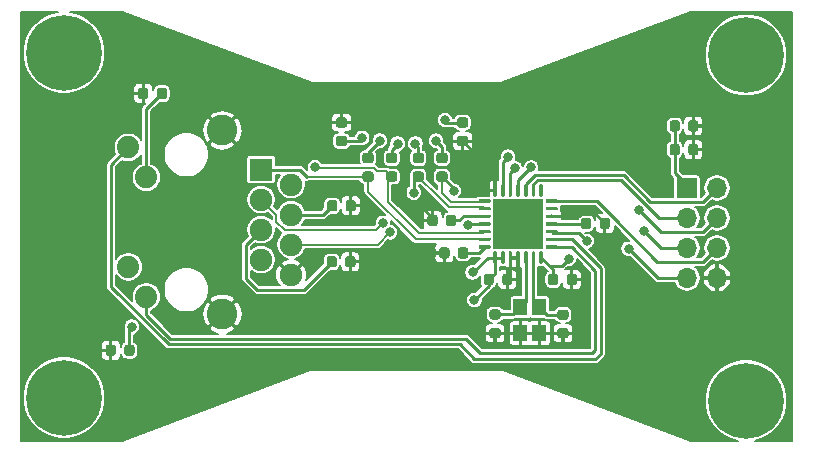
<source format=gbr>
%TF.GenerationSoftware,KiCad,Pcbnew,(5.1.6)-1*%
%TF.CreationDate,2020-09-26T17:15:15+05:30*%
%TF.ProjectId,ENC28J60_Dev_Board,454e4332-384a-4363-905f-4465765f426f,rev?*%
%TF.SameCoordinates,Original*%
%TF.FileFunction,Copper,L1,Top*%
%TF.FilePolarity,Positive*%
%FSLAX46Y46*%
G04 Gerber Fmt 4.6, Leading zero omitted, Abs format (unit mm)*
G04 Created by KiCad (PCBNEW (5.1.6)-1) date 2020-09-26 17:15:15*
%MOMM*%
%LPD*%
G01*
G04 APERTURE LIST*
%TA.AperFunction,ComponentPad*%
%ADD10C,6.400000*%
%TD*%
%TA.AperFunction,ComponentPad*%
%ADD11C,0.800000*%
%TD*%
%TA.AperFunction,ComponentPad*%
%ADD12R,1.900000X1.900000*%
%TD*%
%TA.AperFunction,ComponentPad*%
%ADD13C,1.900000*%
%TD*%
%TA.AperFunction,ComponentPad*%
%ADD14C,1.890000*%
%TD*%
%TA.AperFunction,ComponentPad*%
%ADD15C,2.600000*%
%TD*%
%TA.AperFunction,ComponentPad*%
%ADD16R,1.700000X1.700000*%
%TD*%
%TA.AperFunction,ComponentPad*%
%ADD17O,1.700000X1.700000*%
%TD*%
%TA.AperFunction,SMDPad,CuDef*%
%ADD18R,4.250000X4.250000*%
%TD*%
%TA.AperFunction,SMDPad,CuDef*%
%ADD19R,1.200000X1.400000*%
%TD*%
%TA.AperFunction,ViaPad*%
%ADD20C,0.800000*%
%TD*%
%TA.AperFunction,Conductor*%
%ADD21C,0.250000*%
%TD*%
%TA.AperFunction,Conductor*%
%ADD22C,0.200000*%
%TD*%
G04 APERTURE END LIST*
%TO.P,C1,1*%
%TO.N,+3V3*%
%TA.AperFunction,SMDPad,CuDef*%
G36*
G01*
X122525000Y-99256250D02*
X122525000Y-98743750D01*
G75*
G02*
X122743750Y-98525000I218750J0D01*
G01*
X123181250Y-98525000D01*
G75*
G02*
X123400000Y-98743750I0J-218750D01*
G01*
X123400000Y-99256250D01*
G75*
G02*
X123181250Y-99475000I-218750J0D01*
G01*
X122743750Y-99475000D01*
G75*
G02*
X122525000Y-99256250I0J218750D01*
G01*
G37*
%TD.AperFunction*%
%TO.P,C1,2*%
%TO.N,GND*%
%TA.AperFunction,SMDPad,CuDef*%
G36*
G01*
X124100000Y-99256250D02*
X124100000Y-98743750D01*
G75*
G02*
X124318750Y-98525000I218750J0D01*
G01*
X124756250Y-98525000D01*
G75*
G02*
X124975000Y-98743750I0J-218750D01*
G01*
X124975000Y-99256250D01*
G75*
G02*
X124756250Y-99475000I-218750J0D01*
G01*
X124318750Y-99475000D01*
G75*
G02*
X124100000Y-99256250I0J218750D01*
G01*
G37*
%TD.AperFunction*%
%TD*%
%TO.P,C2,2*%
%TO.N,GND*%
%TA.AperFunction,SMDPad,CuDef*%
G36*
G01*
X110812500Y-97756250D02*
X110812500Y-97243750D01*
G75*
G02*
X111031250Y-97025000I218750J0D01*
G01*
X111468750Y-97025000D01*
G75*
G02*
X111687500Y-97243750I0J-218750D01*
G01*
X111687500Y-97756250D01*
G75*
G02*
X111468750Y-97975000I-218750J0D01*
G01*
X111031250Y-97975000D01*
G75*
G02*
X110812500Y-97756250I0J218750D01*
G01*
G37*
%TD.AperFunction*%
%TO.P,C2,1*%
%TO.N,+3V3*%
%TA.AperFunction,SMDPad,CuDef*%
G36*
G01*
X109237500Y-97756250D02*
X109237500Y-97243750D01*
G75*
G02*
X109456250Y-97025000I218750J0D01*
G01*
X109893750Y-97025000D01*
G75*
G02*
X110112500Y-97243750I0J-218750D01*
G01*
X110112500Y-97756250D01*
G75*
G02*
X109893750Y-97975000I-218750J0D01*
G01*
X109456250Y-97975000D01*
G75*
G02*
X109237500Y-97756250I0J218750D01*
G01*
G37*
%TD.AperFunction*%
%TD*%
%TO.P,C3,1*%
%TO.N,Net-(C3-Pad1)*%
%TA.AperFunction,SMDPad,CuDef*%
G36*
G01*
X130775000Y-94506250D02*
X130775000Y-93993750D01*
G75*
G02*
X130993750Y-93775000I218750J0D01*
G01*
X131431250Y-93775000D01*
G75*
G02*
X131650000Y-93993750I0J-218750D01*
G01*
X131650000Y-94506250D01*
G75*
G02*
X131431250Y-94725000I-218750J0D01*
G01*
X130993750Y-94725000D01*
G75*
G02*
X130775000Y-94506250I0J218750D01*
G01*
G37*
%TD.AperFunction*%
%TO.P,C3,2*%
%TO.N,GND*%
%TA.AperFunction,SMDPad,CuDef*%
G36*
G01*
X132350000Y-94506250D02*
X132350000Y-93993750D01*
G75*
G02*
X132568750Y-93775000I218750J0D01*
G01*
X133006250Y-93775000D01*
G75*
G02*
X133225000Y-93993750I0J-218750D01*
G01*
X133225000Y-94506250D01*
G75*
G02*
X133006250Y-94725000I-218750J0D01*
G01*
X132568750Y-94725000D01*
G75*
G02*
X132350000Y-94506250I0J218750D01*
G01*
G37*
%TD.AperFunction*%
%TD*%
%TO.P,C4,2*%
%TO.N,GND*%
%TA.AperFunction,SMDPad,CuDef*%
G36*
G01*
X120493750Y-86850000D02*
X121006250Y-86850000D01*
G75*
G02*
X121225000Y-87068750I0J-218750D01*
G01*
X121225000Y-87506250D01*
G75*
G02*
X121006250Y-87725000I-218750J0D01*
G01*
X120493750Y-87725000D01*
G75*
G02*
X120275000Y-87506250I0J218750D01*
G01*
X120275000Y-87068750D01*
G75*
G02*
X120493750Y-86850000I218750J0D01*
G01*
G37*
%TD.AperFunction*%
%TO.P,C4,1*%
%TO.N,+3V3*%
%TA.AperFunction,SMDPad,CuDef*%
G36*
G01*
X120493750Y-85275000D02*
X121006250Y-85275000D01*
G75*
G02*
X121225000Y-85493750I0J-218750D01*
G01*
X121225000Y-85931250D01*
G75*
G02*
X121006250Y-86150000I-218750J0D01*
G01*
X120493750Y-86150000D01*
G75*
G02*
X120275000Y-85931250I0J218750D01*
G01*
X120275000Y-85493750D01*
G75*
G02*
X120493750Y-85275000I218750J0D01*
G01*
G37*
%TD.AperFunction*%
%TD*%
%TO.P,C5,1*%
%TO.N,+3V3*%
%TA.AperFunction,SMDPad,CuDef*%
G36*
G01*
X110756250Y-87725000D02*
X110243750Y-87725000D01*
G75*
G02*
X110025000Y-87506250I0J218750D01*
G01*
X110025000Y-87068750D01*
G75*
G02*
X110243750Y-86850000I218750J0D01*
G01*
X110756250Y-86850000D01*
G75*
G02*
X110975000Y-87068750I0J-218750D01*
G01*
X110975000Y-87506250D01*
G75*
G02*
X110756250Y-87725000I-218750J0D01*
G01*
G37*
%TD.AperFunction*%
%TO.P,C5,2*%
%TO.N,GND*%
%TA.AperFunction,SMDPad,CuDef*%
G36*
G01*
X110756250Y-86150000D02*
X110243750Y-86150000D01*
G75*
G02*
X110025000Y-85931250I0J218750D01*
G01*
X110025000Y-85493750D01*
G75*
G02*
X110243750Y-85275000I218750J0D01*
G01*
X110756250Y-85275000D01*
G75*
G02*
X110975000Y-85493750I0J-218750D01*
G01*
X110975000Y-85931250D01*
G75*
G02*
X110756250Y-86150000I-218750J0D01*
G01*
G37*
%TD.AperFunction*%
%TD*%
%TO.P,C6,1*%
%TO.N,+3V3*%
%TA.AperFunction,SMDPad,CuDef*%
G36*
G01*
X138275000Y-88256250D02*
X138275000Y-87743750D01*
G75*
G02*
X138493750Y-87525000I218750J0D01*
G01*
X138931250Y-87525000D01*
G75*
G02*
X139150000Y-87743750I0J-218750D01*
G01*
X139150000Y-88256250D01*
G75*
G02*
X138931250Y-88475000I-218750J0D01*
G01*
X138493750Y-88475000D01*
G75*
G02*
X138275000Y-88256250I0J218750D01*
G01*
G37*
%TD.AperFunction*%
%TO.P,C6,2*%
%TO.N,GND*%
%TA.AperFunction,SMDPad,CuDef*%
G36*
G01*
X139850000Y-88256250D02*
X139850000Y-87743750D01*
G75*
G02*
X140068750Y-87525000I218750J0D01*
G01*
X140506250Y-87525000D01*
G75*
G02*
X140725000Y-87743750I0J-218750D01*
G01*
X140725000Y-88256250D01*
G75*
G02*
X140506250Y-88475000I-218750J0D01*
G01*
X140068750Y-88475000D01*
G75*
G02*
X139850000Y-88256250I0J218750D01*
G01*
G37*
%TD.AperFunction*%
%TD*%
%TO.P,C7,2*%
%TO.N,GND*%
%TA.AperFunction,SMDPad,CuDef*%
G36*
G01*
X139850000Y-86256250D02*
X139850000Y-85743750D01*
G75*
G02*
X140068750Y-85525000I218750J0D01*
G01*
X140506250Y-85525000D01*
G75*
G02*
X140725000Y-85743750I0J-218750D01*
G01*
X140725000Y-86256250D01*
G75*
G02*
X140506250Y-86475000I-218750J0D01*
G01*
X140068750Y-86475000D01*
G75*
G02*
X139850000Y-86256250I0J218750D01*
G01*
G37*
%TD.AperFunction*%
%TO.P,C7,1*%
%TO.N,+3V3*%
%TA.AperFunction,SMDPad,CuDef*%
G36*
G01*
X138275000Y-86256250D02*
X138275000Y-85743750D01*
G75*
G02*
X138493750Y-85525000I218750J0D01*
G01*
X138931250Y-85525000D01*
G75*
G02*
X139150000Y-85743750I0J-218750D01*
G01*
X139150000Y-86256250D01*
G75*
G02*
X138931250Y-86475000I-218750J0D01*
G01*
X138493750Y-86475000D01*
G75*
G02*
X138275000Y-86256250I0J218750D01*
G01*
G37*
%TD.AperFunction*%
%TD*%
%TO.P,C8,1*%
%TO.N,GND*%
%TA.AperFunction,SMDPad,CuDef*%
G36*
G01*
X129506250Y-103990001D02*
X128993750Y-103990001D01*
G75*
G02*
X128775000Y-103771251I0J218750D01*
G01*
X128775000Y-103333751D01*
G75*
G02*
X128993750Y-103115001I218750J0D01*
G01*
X129506250Y-103115001D01*
G75*
G02*
X129725000Y-103333751I0J-218750D01*
G01*
X129725000Y-103771251D01*
G75*
G02*
X129506250Y-103990001I-218750J0D01*
G01*
G37*
%TD.AperFunction*%
%TO.P,C8,2*%
%TO.N,OSC2*%
%TA.AperFunction,SMDPad,CuDef*%
G36*
G01*
X129506250Y-102415001D02*
X128993750Y-102415001D01*
G75*
G02*
X128775000Y-102196251I0J218750D01*
G01*
X128775000Y-101758751D01*
G75*
G02*
X128993750Y-101540001I218750J0D01*
G01*
X129506250Y-101540001D01*
G75*
G02*
X129725000Y-101758751I0J-218750D01*
G01*
X129725000Y-102196251D01*
G75*
G02*
X129506250Y-102415001I-218750J0D01*
G01*
G37*
%TD.AperFunction*%
%TD*%
%TO.P,C9,2*%
%TO.N,OSC1*%
%TA.AperFunction,SMDPad,CuDef*%
G36*
G01*
X123756250Y-102400000D02*
X123243750Y-102400000D01*
G75*
G02*
X123025000Y-102181250I0J218750D01*
G01*
X123025000Y-101743750D01*
G75*
G02*
X123243750Y-101525000I218750J0D01*
G01*
X123756250Y-101525000D01*
G75*
G02*
X123975000Y-101743750I0J-218750D01*
G01*
X123975000Y-102181250D01*
G75*
G02*
X123756250Y-102400000I-218750J0D01*
G01*
G37*
%TD.AperFunction*%
%TO.P,C9,1*%
%TO.N,GND*%
%TA.AperFunction,SMDPad,CuDef*%
G36*
G01*
X123756250Y-103975000D02*
X123243750Y-103975000D01*
G75*
G02*
X123025000Y-103756250I0J218750D01*
G01*
X123025000Y-103318750D01*
G75*
G02*
X123243750Y-103100000I218750J0D01*
G01*
X123756250Y-103100000D01*
G75*
G02*
X123975000Y-103318750I0J-218750D01*
G01*
X123975000Y-103756250D01*
G75*
G02*
X123756250Y-103975000I-218750J0D01*
G01*
G37*
%TD.AperFunction*%
%TD*%
%TO.P,C10,1*%
%TO.N,+3V3*%
%TA.AperFunction,SMDPad,CuDef*%
G36*
G01*
X109275000Y-93006250D02*
X109275000Y-92493750D01*
G75*
G02*
X109493750Y-92275000I218750J0D01*
G01*
X109931250Y-92275000D01*
G75*
G02*
X110150000Y-92493750I0J-218750D01*
G01*
X110150000Y-93006250D01*
G75*
G02*
X109931250Y-93225000I-218750J0D01*
G01*
X109493750Y-93225000D01*
G75*
G02*
X109275000Y-93006250I0J218750D01*
G01*
G37*
%TD.AperFunction*%
%TO.P,C10,2*%
%TO.N,GND*%
%TA.AperFunction,SMDPad,CuDef*%
G36*
G01*
X110850000Y-93006250D02*
X110850000Y-92493750D01*
G75*
G02*
X111068750Y-92275000I218750J0D01*
G01*
X111506250Y-92275000D01*
G75*
G02*
X111725000Y-92493750I0J-218750D01*
G01*
X111725000Y-93006250D01*
G75*
G02*
X111506250Y-93225000I-218750J0D01*
G01*
X111068750Y-93225000D01*
G75*
G02*
X110850000Y-93006250I0J218750D01*
G01*
G37*
%TD.AperFunction*%
%TD*%
%TO.P,C11,2*%
%TO.N,GND*%
%TA.AperFunction,SMDPad,CuDef*%
G36*
G01*
X129562500Y-99256250D02*
X129562500Y-98743750D01*
G75*
G02*
X129781250Y-98525000I218750J0D01*
G01*
X130218750Y-98525000D01*
G75*
G02*
X130437500Y-98743750I0J-218750D01*
G01*
X130437500Y-99256250D01*
G75*
G02*
X130218750Y-99475000I-218750J0D01*
G01*
X129781250Y-99475000D01*
G75*
G02*
X129562500Y-99256250I0J218750D01*
G01*
G37*
%TD.AperFunction*%
%TO.P,C11,1*%
%TO.N,+3V3*%
%TA.AperFunction,SMDPad,CuDef*%
G36*
G01*
X127987500Y-99256250D02*
X127987500Y-98743750D01*
G75*
G02*
X128206250Y-98525000I218750J0D01*
G01*
X128643750Y-98525000D01*
G75*
G02*
X128862500Y-98743750I0J-218750D01*
G01*
X128862500Y-99256250D01*
G75*
G02*
X128643750Y-99475000I-218750J0D01*
G01*
X128206250Y-99475000D01*
G75*
G02*
X127987500Y-99256250I0J218750D01*
G01*
G37*
%TD.AperFunction*%
%TD*%
D10*
%TO.P,H1,1*%
%TO.N,N/C*%
X87000000Y-109000000D03*
D11*
X84600000Y-109000000D03*
X85302944Y-107302944D03*
X87000000Y-106600000D03*
X88697056Y-107302944D03*
X89400000Y-109000000D03*
X88697056Y-110697056D03*
X87000000Y-111400000D03*
X85302944Y-110697056D03*
%TD*%
%TO.P,H2,1*%
%TO.N,N/C*%
X143052944Y-110947056D03*
X144750000Y-111650000D03*
X146447056Y-110947056D03*
X147150000Y-109250000D03*
X146447056Y-107552944D03*
X144750000Y-106850000D03*
X143052944Y-107552944D03*
X142350000Y-109250000D03*
D10*
X144750000Y-109250000D03*
%TD*%
%TO.P,H3,1*%
%TO.N,N/C*%
X144750000Y-80000000D03*
D11*
X147150000Y-80000000D03*
X146447056Y-81697056D03*
X144750000Y-82400000D03*
X143052944Y-81697056D03*
X142350000Y-80000000D03*
X143052944Y-78302944D03*
X144750000Y-77600000D03*
X146447056Y-78302944D03*
%TD*%
%TO.P,H4,1*%
%TO.N,N/C*%
X88697056Y-78102944D03*
X87000000Y-77400000D03*
X85302944Y-78102944D03*
X84600000Y-79800000D03*
X85302944Y-81497056D03*
X87000000Y-82200000D03*
X88697056Y-81497056D03*
X89400000Y-79800000D03*
D10*
X87000000Y-79800000D03*
%TD*%
D12*
%TO.P,J1,R1*%
%TO.N,TD+*%
X103700000Y-89700000D03*
D13*
%TO.P,J1,R2*%
%TO.N,TD-*%
X106240000Y-90970000D03*
%TO.P,J1,R3*%
%TO.N,RD+*%
X103700000Y-92240000D03*
%TO.P,J1,R4*%
%TO.N,+3V3*%
X106240000Y-93510000D03*
%TO.P,J1,R5*%
X103700000Y-94780000D03*
%TO.P,J1,R6*%
%TO.N,RD-*%
X106240000Y-96050000D03*
%TO.P,J1,R7*%
%TO.N,Net-(J1-PadR7)*%
X103700000Y-97320000D03*
%TO.P,J1,R8*%
%TO.N,GND*%
X106240000Y-98590000D03*
D14*
%TO.P,J1,L1*%
%TO.N,LEDB*%
X93980000Y-100470000D03*
%TO.P,J1,L2*%
%TO.N,Net-(J1-PadL2)*%
X92460000Y-97930000D03*
%TO.P,J1,L3*%
%TO.N,Net-(J1-PadL3)*%
X93980000Y-90360000D03*
%TO.P,J1,L4*%
%TO.N,LEDA*%
X92460000Y-87820000D03*
D15*
%TO.P,J1,13*%
%TO.N,GND*%
X100410000Y-86370000D03*
X100410000Y-101920000D03*
%TD*%
D16*
%TO.P,J2,1*%
%TO.N,+3V3*%
X139750000Y-91250000D03*
D17*
%TO.P,J2,2*%
%TO.N,MOSI*%
X142290000Y-91250000D03*
%TO.P,J2,3*%
%TO.N,MISO*%
X139750000Y-93790000D03*
%TO.P,J2,4*%
%TO.N,SCK*%
X142290000Y-93790000D03*
%TO.P,J2,5*%
%TO.N,RESET*%
X139750000Y-96330000D03*
%TO.P,J2,6*%
%TO.N,INT*%
X142290000Y-96330000D03*
%TO.P,J2,7*%
%TO.N,nCS*%
X139750000Y-98870000D03*
%TO.P,J2,8*%
%TO.N,GND*%
X142290000Y-98870000D03*
%TD*%
%TO.P,R1,1*%
%TO.N,GND*%
%TA.AperFunction,SMDPad,CuDef*%
G36*
G01*
X93275000Y-83506250D02*
X93275000Y-82993750D01*
G75*
G02*
X93493750Y-82775000I218750J0D01*
G01*
X93931250Y-82775000D01*
G75*
G02*
X94150000Y-82993750I0J-218750D01*
G01*
X94150000Y-83506250D01*
G75*
G02*
X93931250Y-83725000I-218750J0D01*
G01*
X93493750Y-83725000D01*
G75*
G02*
X93275000Y-83506250I0J218750D01*
G01*
G37*
%TD.AperFunction*%
%TO.P,R1,2*%
%TO.N,Net-(J1-PadL3)*%
%TA.AperFunction,SMDPad,CuDef*%
G36*
G01*
X94850000Y-83506250D02*
X94850000Y-82993750D01*
G75*
G02*
X95068750Y-82775000I218750J0D01*
G01*
X95506250Y-82775000D01*
G75*
G02*
X95725000Y-82993750I0J-218750D01*
G01*
X95725000Y-83506250D01*
G75*
G02*
X95506250Y-83725000I-218750J0D01*
G01*
X95068750Y-83725000D01*
G75*
G02*
X94850000Y-83506250I0J218750D01*
G01*
G37*
%TD.AperFunction*%
%TD*%
%TO.P,R2,1*%
%TO.N,GND*%
%TA.AperFunction,SMDPad,CuDef*%
G36*
G01*
X90525000Y-105256250D02*
X90525000Y-104743750D01*
G75*
G02*
X90743750Y-104525000I218750J0D01*
G01*
X91181250Y-104525000D01*
G75*
G02*
X91400000Y-104743750I0J-218750D01*
G01*
X91400000Y-105256250D01*
G75*
G02*
X91181250Y-105475000I-218750J0D01*
G01*
X90743750Y-105475000D01*
G75*
G02*
X90525000Y-105256250I0J218750D01*
G01*
G37*
%TD.AperFunction*%
%TO.P,R2,2*%
%TO.N,Net-(J1-PadL2)*%
%TA.AperFunction,SMDPad,CuDef*%
G36*
G01*
X92100000Y-105256250D02*
X92100000Y-104743750D01*
G75*
G02*
X92318750Y-104525000I218750J0D01*
G01*
X92756250Y-104525000D01*
G75*
G02*
X92975000Y-104743750I0J-218750D01*
G01*
X92975000Y-105256250D01*
G75*
G02*
X92756250Y-105475000I-218750J0D01*
G01*
X92318750Y-105475000D01*
G75*
G02*
X92100000Y-105256250I0J218750D01*
G01*
G37*
%TD.AperFunction*%
%TD*%
%TO.P,R3,2*%
%TO.N,Net-(R3-Pad2)*%
%TA.AperFunction,SMDPad,CuDef*%
G36*
G01*
X119350000Y-94256250D02*
X119350000Y-93743750D01*
G75*
G02*
X119568750Y-93525000I218750J0D01*
G01*
X120006250Y-93525000D01*
G75*
G02*
X120225000Y-93743750I0J-218750D01*
G01*
X120225000Y-94256250D01*
G75*
G02*
X120006250Y-94475000I-218750J0D01*
G01*
X119568750Y-94475000D01*
G75*
G02*
X119350000Y-94256250I0J218750D01*
G01*
G37*
%TD.AperFunction*%
%TO.P,R3,1*%
%TO.N,GND*%
%TA.AperFunction,SMDPad,CuDef*%
G36*
G01*
X117775000Y-94256250D02*
X117775000Y-93743750D01*
G75*
G02*
X117993750Y-93525000I218750J0D01*
G01*
X118431250Y-93525000D01*
G75*
G02*
X118650000Y-93743750I0J-218750D01*
G01*
X118650000Y-94256250D01*
G75*
G02*
X118431250Y-94475000I-218750J0D01*
G01*
X117993750Y-94475000D01*
G75*
G02*
X117775000Y-94256250I0J218750D01*
G01*
G37*
%TD.AperFunction*%
%TD*%
%TO.P,R4,2*%
%TO.N,+3V3*%
%TA.AperFunction,SMDPad,CuDef*%
G36*
G01*
X117256250Y-89150000D02*
X116743750Y-89150000D01*
G75*
G02*
X116525000Y-88931250I0J218750D01*
G01*
X116525000Y-88493750D01*
G75*
G02*
X116743750Y-88275000I218750J0D01*
G01*
X117256250Y-88275000D01*
G75*
G02*
X117475000Y-88493750I0J-218750D01*
G01*
X117475000Y-88931250D01*
G75*
G02*
X117256250Y-89150000I-218750J0D01*
G01*
G37*
%TD.AperFunction*%
%TO.P,R4,1*%
%TO.N,RD+*%
%TA.AperFunction,SMDPad,CuDef*%
G36*
G01*
X117256250Y-90725000D02*
X116743750Y-90725000D01*
G75*
G02*
X116525000Y-90506250I0J218750D01*
G01*
X116525000Y-90068750D01*
G75*
G02*
X116743750Y-89850000I218750J0D01*
G01*
X117256250Y-89850000D01*
G75*
G02*
X117475000Y-90068750I0J-218750D01*
G01*
X117475000Y-90506250D01*
G75*
G02*
X117256250Y-90725000I-218750J0D01*
G01*
G37*
%TD.AperFunction*%
%TD*%
%TO.P,R5,2*%
%TO.N,+3V3*%
%TA.AperFunction,SMDPad,CuDef*%
G36*
G01*
X119256250Y-89150000D02*
X118743750Y-89150000D01*
G75*
G02*
X118525000Y-88931250I0J218750D01*
G01*
X118525000Y-88493750D01*
G75*
G02*
X118743750Y-88275000I218750J0D01*
G01*
X119256250Y-88275000D01*
G75*
G02*
X119475000Y-88493750I0J-218750D01*
G01*
X119475000Y-88931250D01*
G75*
G02*
X119256250Y-89150000I-218750J0D01*
G01*
G37*
%TD.AperFunction*%
%TO.P,R5,1*%
%TO.N,RD-*%
%TA.AperFunction,SMDPad,CuDef*%
G36*
G01*
X119256250Y-90725000D02*
X118743750Y-90725000D01*
G75*
G02*
X118525000Y-90506250I0J218750D01*
G01*
X118525000Y-90068750D01*
G75*
G02*
X118743750Y-89850000I218750J0D01*
G01*
X119256250Y-89850000D01*
G75*
G02*
X119475000Y-90068750I0J-218750D01*
G01*
X119475000Y-90506250D01*
G75*
G02*
X119256250Y-90725000I-218750J0D01*
G01*
G37*
%TD.AperFunction*%
%TD*%
%TO.P,R6,1*%
%TO.N,TD+*%
%TA.AperFunction,SMDPad,CuDef*%
G36*
G01*
X113006250Y-90725000D02*
X112493750Y-90725000D01*
G75*
G02*
X112275000Y-90506250I0J218750D01*
G01*
X112275000Y-90068750D01*
G75*
G02*
X112493750Y-89850000I218750J0D01*
G01*
X113006250Y-89850000D01*
G75*
G02*
X113225000Y-90068750I0J-218750D01*
G01*
X113225000Y-90506250D01*
G75*
G02*
X113006250Y-90725000I-218750J0D01*
G01*
G37*
%TD.AperFunction*%
%TO.P,R6,2*%
%TO.N,+3V3*%
%TA.AperFunction,SMDPad,CuDef*%
G36*
G01*
X113006250Y-89150000D02*
X112493750Y-89150000D01*
G75*
G02*
X112275000Y-88931250I0J218750D01*
G01*
X112275000Y-88493750D01*
G75*
G02*
X112493750Y-88275000I218750J0D01*
G01*
X113006250Y-88275000D01*
G75*
G02*
X113225000Y-88493750I0J-218750D01*
G01*
X113225000Y-88931250D01*
G75*
G02*
X113006250Y-89150000I-218750J0D01*
G01*
G37*
%TD.AperFunction*%
%TD*%
%TO.P,R7,2*%
%TO.N,+3V3*%
%TA.AperFunction,SMDPad,CuDef*%
G36*
G01*
X115006250Y-89150000D02*
X114493750Y-89150000D01*
G75*
G02*
X114275000Y-88931250I0J218750D01*
G01*
X114275000Y-88493750D01*
G75*
G02*
X114493750Y-88275000I218750J0D01*
G01*
X115006250Y-88275000D01*
G75*
G02*
X115225000Y-88493750I0J-218750D01*
G01*
X115225000Y-88931250D01*
G75*
G02*
X115006250Y-89150000I-218750J0D01*
G01*
G37*
%TD.AperFunction*%
%TO.P,R7,1*%
%TO.N,TD-*%
%TA.AperFunction,SMDPad,CuDef*%
G36*
G01*
X115006250Y-90725000D02*
X114493750Y-90725000D01*
G75*
G02*
X114275000Y-90506250I0J218750D01*
G01*
X114275000Y-90068750D01*
G75*
G02*
X114493750Y-89850000I218750J0D01*
G01*
X115006250Y-89850000D01*
G75*
G02*
X115225000Y-90068750I0J-218750D01*
G01*
X115225000Y-90506250D01*
G75*
G02*
X115006250Y-90725000I-218750J0D01*
G01*
G37*
%TD.AperFunction*%
%TD*%
%TO.P,R8,1*%
%TO.N,GND*%
%TA.AperFunction,SMDPad,CuDef*%
G36*
G01*
X118775000Y-97006250D02*
X118775000Y-96493750D01*
G75*
G02*
X118993750Y-96275000I218750J0D01*
G01*
X119431250Y-96275000D01*
G75*
G02*
X119650000Y-96493750I0J-218750D01*
G01*
X119650000Y-97006250D01*
G75*
G02*
X119431250Y-97225000I-218750J0D01*
G01*
X118993750Y-97225000D01*
G75*
G02*
X118775000Y-97006250I0J218750D01*
G01*
G37*
%TD.AperFunction*%
%TO.P,R8,2*%
%TO.N,Net-(R8-Pad2)*%
%TA.AperFunction,SMDPad,CuDef*%
G36*
G01*
X120350000Y-97006250D02*
X120350000Y-96493750D01*
G75*
G02*
X120568750Y-96275000I218750J0D01*
G01*
X121006250Y-96275000D01*
G75*
G02*
X121225000Y-96493750I0J-218750D01*
G01*
X121225000Y-97006250D01*
G75*
G02*
X121006250Y-97225000I-218750J0D01*
G01*
X120568750Y-97225000D01*
G75*
G02*
X120350000Y-97006250I0J218750D01*
G01*
G37*
%TD.AperFunction*%
%TD*%
%TO.P,U1,1*%
%TO.N,Net-(U1-Pad1)*%
%TA.AperFunction,SMDPad,CuDef*%
G36*
G01*
X127325000Y-90950000D02*
X127475000Y-90950000D01*
G75*
G02*
X127550000Y-91025000I0J-75000D01*
G01*
X127550000Y-91900000D01*
G75*
G02*
X127475000Y-91975000I-75000J0D01*
G01*
X127325000Y-91975000D01*
G75*
G02*
X127250000Y-91900000I0J75000D01*
G01*
X127250000Y-91025000D01*
G75*
G02*
X127325000Y-90950000I75000J0D01*
G01*
G37*
%TD.AperFunction*%
%TO.P,U1,2*%
%TO.N,MISO*%
%TA.AperFunction,SMDPad,CuDef*%
G36*
G01*
X126675000Y-90950000D02*
X126825000Y-90950000D01*
G75*
G02*
X126900000Y-91025000I0J-75000D01*
G01*
X126900000Y-91900000D01*
G75*
G02*
X126825000Y-91975000I-75000J0D01*
G01*
X126675000Y-91975000D01*
G75*
G02*
X126600000Y-91900000I0J75000D01*
G01*
X126600000Y-91025000D01*
G75*
G02*
X126675000Y-90950000I75000J0D01*
G01*
G37*
%TD.AperFunction*%
%TO.P,U1,3*%
%TO.N,MOSI*%
%TA.AperFunction,SMDPad,CuDef*%
G36*
G01*
X126025000Y-90950000D02*
X126175000Y-90950000D01*
G75*
G02*
X126250000Y-91025000I0J-75000D01*
G01*
X126250000Y-91900000D01*
G75*
G02*
X126175000Y-91975000I-75000J0D01*
G01*
X126025000Y-91975000D01*
G75*
G02*
X125950000Y-91900000I0J75000D01*
G01*
X125950000Y-91025000D01*
G75*
G02*
X126025000Y-90950000I75000J0D01*
G01*
G37*
%TD.AperFunction*%
%TO.P,U1,4*%
%TO.N,SCK*%
%TA.AperFunction,SMDPad,CuDef*%
G36*
G01*
X125375000Y-90950000D02*
X125525000Y-90950000D01*
G75*
G02*
X125600000Y-91025000I0J-75000D01*
G01*
X125600000Y-91900000D01*
G75*
G02*
X125525000Y-91975000I-75000J0D01*
G01*
X125375000Y-91975000D01*
G75*
G02*
X125300000Y-91900000I0J75000D01*
G01*
X125300000Y-91025000D01*
G75*
G02*
X125375000Y-90950000I75000J0D01*
G01*
G37*
%TD.AperFunction*%
%TO.P,U1,5*%
%TO.N,nCS*%
%TA.AperFunction,SMDPad,CuDef*%
G36*
G01*
X124725000Y-90950000D02*
X124875000Y-90950000D01*
G75*
G02*
X124950000Y-91025000I0J-75000D01*
G01*
X124950000Y-91900000D01*
G75*
G02*
X124875000Y-91975000I-75000J0D01*
G01*
X124725000Y-91975000D01*
G75*
G02*
X124650000Y-91900000I0J75000D01*
G01*
X124650000Y-91025000D01*
G75*
G02*
X124725000Y-90950000I75000J0D01*
G01*
G37*
%TD.AperFunction*%
%TO.P,U1,6*%
%TO.N,RESET*%
%TA.AperFunction,SMDPad,CuDef*%
G36*
G01*
X124075000Y-90950000D02*
X124225000Y-90950000D01*
G75*
G02*
X124300000Y-91025000I0J-75000D01*
G01*
X124300000Y-91900000D01*
G75*
G02*
X124225000Y-91975000I-75000J0D01*
G01*
X124075000Y-91975000D01*
G75*
G02*
X124000000Y-91900000I0J75000D01*
G01*
X124000000Y-91025000D01*
G75*
G02*
X124075000Y-90950000I75000J0D01*
G01*
G37*
%TD.AperFunction*%
%TO.P,U1,7*%
%TO.N,GND*%
%TA.AperFunction,SMDPad,CuDef*%
G36*
G01*
X123425000Y-90950000D02*
X123575000Y-90950000D01*
G75*
G02*
X123650000Y-91025000I0J-75000D01*
G01*
X123650000Y-91900000D01*
G75*
G02*
X123575000Y-91975000I-75000J0D01*
G01*
X123425000Y-91975000D01*
G75*
G02*
X123350000Y-91900000I0J75000D01*
G01*
X123350000Y-91025000D01*
G75*
G02*
X123425000Y-90950000I75000J0D01*
G01*
G37*
%TD.AperFunction*%
%TO.P,U1,8*%
%TO.N,RD-*%
%TA.AperFunction,SMDPad,CuDef*%
G36*
G01*
X122175000Y-92200000D02*
X123050000Y-92200000D01*
G75*
G02*
X123125000Y-92275000I0J-75000D01*
G01*
X123125000Y-92425000D01*
G75*
G02*
X123050000Y-92500000I-75000J0D01*
G01*
X122175000Y-92500000D01*
G75*
G02*
X122100000Y-92425000I0J75000D01*
G01*
X122100000Y-92275000D01*
G75*
G02*
X122175000Y-92200000I75000J0D01*
G01*
G37*
%TD.AperFunction*%
%TO.P,U1,9*%
%TO.N,RD+*%
%TA.AperFunction,SMDPad,CuDef*%
G36*
G01*
X122175000Y-92850000D02*
X123050000Y-92850000D01*
G75*
G02*
X123125000Y-92925000I0J-75000D01*
G01*
X123125000Y-93075000D01*
G75*
G02*
X123050000Y-93150000I-75000J0D01*
G01*
X122175000Y-93150000D01*
G75*
G02*
X122100000Y-93075000I0J75000D01*
G01*
X122100000Y-92925000D01*
G75*
G02*
X122175000Y-92850000I75000J0D01*
G01*
G37*
%TD.AperFunction*%
%TO.P,U1,10*%
%TO.N,Net-(R3-Pad2)*%
%TA.AperFunction,SMDPad,CuDef*%
G36*
G01*
X122175000Y-93500000D02*
X123050000Y-93500000D01*
G75*
G02*
X123125000Y-93575000I0J-75000D01*
G01*
X123125000Y-93725000D01*
G75*
G02*
X123050000Y-93800000I-75000J0D01*
G01*
X122175000Y-93800000D01*
G75*
G02*
X122100000Y-93725000I0J75000D01*
G01*
X122100000Y-93575000D01*
G75*
G02*
X122175000Y-93500000I75000J0D01*
G01*
G37*
%TD.AperFunction*%
%TO.P,U1,11*%
%TO.N,+3V3*%
%TA.AperFunction,SMDPad,CuDef*%
G36*
G01*
X122175000Y-94150000D02*
X123050000Y-94150000D01*
G75*
G02*
X123125000Y-94225000I0J-75000D01*
G01*
X123125000Y-94375000D01*
G75*
G02*
X123050000Y-94450000I-75000J0D01*
G01*
X122175000Y-94450000D01*
G75*
G02*
X122100000Y-94375000I0J75000D01*
G01*
X122100000Y-94225000D01*
G75*
G02*
X122175000Y-94150000I75000J0D01*
G01*
G37*
%TD.AperFunction*%
%TO.P,U1,12*%
%TO.N,TD-*%
%TA.AperFunction,SMDPad,CuDef*%
G36*
G01*
X122175000Y-94800000D02*
X123050000Y-94800000D01*
G75*
G02*
X123125000Y-94875000I0J-75000D01*
G01*
X123125000Y-95025000D01*
G75*
G02*
X123050000Y-95100000I-75000J0D01*
G01*
X122175000Y-95100000D01*
G75*
G02*
X122100000Y-95025000I0J75000D01*
G01*
X122100000Y-94875000D01*
G75*
G02*
X122175000Y-94800000I75000J0D01*
G01*
G37*
%TD.AperFunction*%
%TO.P,U1,13*%
%TO.N,TD+*%
%TA.AperFunction,SMDPad,CuDef*%
G36*
G01*
X122175000Y-95450000D02*
X123050000Y-95450000D01*
G75*
G02*
X123125000Y-95525000I0J-75000D01*
G01*
X123125000Y-95675000D01*
G75*
G02*
X123050000Y-95750000I-75000J0D01*
G01*
X122175000Y-95750000D01*
G75*
G02*
X122100000Y-95675000I0J75000D01*
G01*
X122100000Y-95525000D01*
G75*
G02*
X122175000Y-95450000I75000J0D01*
G01*
G37*
%TD.AperFunction*%
%TO.P,U1,14*%
%TO.N,Net-(R8-Pad2)*%
%TA.AperFunction,SMDPad,CuDef*%
G36*
G01*
X122175000Y-96100000D02*
X123050000Y-96100000D01*
G75*
G02*
X123125000Y-96175000I0J-75000D01*
G01*
X123125000Y-96325000D01*
G75*
G02*
X123050000Y-96400000I-75000J0D01*
G01*
X122175000Y-96400000D01*
G75*
G02*
X122100000Y-96325000I0J75000D01*
G01*
X122100000Y-96175000D01*
G75*
G02*
X122175000Y-96100000I75000J0D01*
G01*
G37*
%TD.AperFunction*%
%TO.P,U1,15*%
%TO.N,+3V3*%
%TA.AperFunction,SMDPad,CuDef*%
G36*
G01*
X123425000Y-96625000D02*
X123575000Y-96625000D01*
G75*
G02*
X123650000Y-96700000I0J-75000D01*
G01*
X123650000Y-97575000D01*
G75*
G02*
X123575000Y-97650000I-75000J0D01*
G01*
X123425000Y-97650000D01*
G75*
G02*
X123350000Y-97575000I0J75000D01*
G01*
X123350000Y-96700000D01*
G75*
G02*
X123425000Y-96625000I75000J0D01*
G01*
G37*
%TD.AperFunction*%
%TO.P,U1,16*%
%TA.AperFunction,SMDPad,CuDef*%
G36*
G01*
X124075000Y-96625000D02*
X124225000Y-96625000D01*
G75*
G02*
X124300000Y-96700000I0J-75000D01*
G01*
X124300000Y-97575000D01*
G75*
G02*
X124225000Y-97650000I-75000J0D01*
G01*
X124075000Y-97650000D01*
G75*
G02*
X124000000Y-97575000I0J75000D01*
G01*
X124000000Y-96700000D01*
G75*
G02*
X124075000Y-96625000I75000J0D01*
G01*
G37*
%TD.AperFunction*%
%TO.P,U1,17*%
%TO.N,GND*%
%TA.AperFunction,SMDPad,CuDef*%
G36*
G01*
X124725000Y-96625000D02*
X124875000Y-96625000D01*
G75*
G02*
X124950000Y-96700000I0J-75000D01*
G01*
X124950000Y-97575000D01*
G75*
G02*
X124875000Y-97650000I-75000J0D01*
G01*
X124725000Y-97650000D01*
G75*
G02*
X124650000Y-97575000I0J75000D01*
G01*
X124650000Y-96700000D01*
G75*
G02*
X124725000Y-96625000I75000J0D01*
G01*
G37*
%TD.AperFunction*%
%TO.P,U1,18*%
%TA.AperFunction,SMDPad,CuDef*%
G36*
G01*
X125375000Y-96625000D02*
X125525000Y-96625000D01*
G75*
G02*
X125600000Y-96700000I0J-75000D01*
G01*
X125600000Y-97575000D01*
G75*
G02*
X125525000Y-97650000I-75000J0D01*
G01*
X125375000Y-97650000D01*
G75*
G02*
X125300000Y-97575000I0J75000D01*
G01*
X125300000Y-96700000D01*
G75*
G02*
X125375000Y-96625000I75000J0D01*
G01*
G37*
%TD.AperFunction*%
%TO.P,U1,19*%
%TO.N,OSC1*%
%TA.AperFunction,SMDPad,CuDef*%
G36*
G01*
X126025000Y-96625000D02*
X126175000Y-96625000D01*
G75*
G02*
X126250000Y-96700000I0J-75000D01*
G01*
X126250000Y-97575000D01*
G75*
G02*
X126175000Y-97650000I-75000J0D01*
G01*
X126025000Y-97650000D01*
G75*
G02*
X125950000Y-97575000I0J75000D01*
G01*
X125950000Y-96700000D01*
G75*
G02*
X126025000Y-96625000I75000J0D01*
G01*
G37*
%TD.AperFunction*%
%TO.P,U1,20*%
%TO.N,OSC2*%
%TA.AperFunction,SMDPad,CuDef*%
G36*
G01*
X126675000Y-96625000D02*
X126825000Y-96625000D01*
G75*
G02*
X126900000Y-96700000I0J-75000D01*
G01*
X126900000Y-97575000D01*
G75*
G02*
X126825000Y-97650000I-75000J0D01*
G01*
X126675000Y-97650000D01*
G75*
G02*
X126600000Y-97575000I0J75000D01*
G01*
X126600000Y-96700000D01*
G75*
G02*
X126675000Y-96625000I75000J0D01*
G01*
G37*
%TD.AperFunction*%
%TO.P,U1,21*%
%TO.N,+3V3*%
%TA.AperFunction,SMDPad,CuDef*%
G36*
G01*
X127325000Y-96625000D02*
X127475000Y-96625000D01*
G75*
G02*
X127550000Y-96700000I0J-75000D01*
G01*
X127550000Y-97575000D01*
G75*
G02*
X127475000Y-97650000I-75000J0D01*
G01*
X127325000Y-97650000D01*
G75*
G02*
X127250000Y-97575000I0J75000D01*
G01*
X127250000Y-96700000D01*
G75*
G02*
X127325000Y-96625000I75000J0D01*
G01*
G37*
%TD.AperFunction*%
%TO.P,U1,22*%
%TO.N,LEDB*%
%TA.AperFunction,SMDPad,CuDef*%
G36*
G01*
X127850000Y-96100000D02*
X128725000Y-96100000D01*
G75*
G02*
X128800000Y-96175000I0J-75000D01*
G01*
X128800000Y-96325000D01*
G75*
G02*
X128725000Y-96400000I-75000J0D01*
G01*
X127850000Y-96400000D01*
G75*
G02*
X127775000Y-96325000I0J75000D01*
G01*
X127775000Y-96175000D01*
G75*
G02*
X127850000Y-96100000I75000J0D01*
G01*
G37*
%TD.AperFunction*%
%TO.P,U1,23*%
%TO.N,LEDA*%
%TA.AperFunction,SMDPad,CuDef*%
G36*
G01*
X127850000Y-95450000D02*
X128725000Y-95450000D01*
G75*
G02*
X128800000Y-95525000I0J-75000D01*
G01*
X128800000Y-95675000D01*
G75*
G02*
X128725000Y-95750000I-75000J0D01*
G01*
X127850000Y-95750000D01*
G75*
G02*
X127775000Y-95675000I0J75000D01*
G01*
X127775000Y-95525000D01*
G75*
G02*
X127850000Y-95450000I75000J0D01*
G01*
G37*
%TD.AperFunction*%
%TO.P,U1,24*%
%TO.N,+3V3*%
%TA.AperFunction,SMDPad,CuDef*%
G36*
G01*
X127850000Y-94800000D02*
X128725000Y-94800000D01*
G75*
G02*
X128800000Y-94875000I0J-75000D01*
G01*
X128800000Y-95025000D01*
G75*
G02*
X128725000Y-95100000I-75000J0D01*
G01*
X127850000Y-95100000D01*
G75*
G02*
X127775000Y-95025000I0J75000D01*
G01*
X127775000Y-94875000D01*
G75*
G02*
X127850000Y-94800000I75000J0D01*
G01*
G37*
%TD.AperFunction*%
%TO.P,U1,25*%
%TO.N,Net-(C3-Pad1)*%
%TA.AperFunction,SMDPad,CuDef*%
G36*
G01*
X127850000Y-94150000D02*
X128725000Y-94150000D01*
G75*
G02*
X128800000Y-94225000I0J-75000D01*
G01*
X128800000Y-94375000D01*
G75*
G02*
X128725000Y-94450000I-75000J0D01*
G01*
X127850000Y-94450000D01*
G75*
G02*
X127775000Y-94375000I0J75000D01*
G01*
X127775000Y-94225000D01*
G75*
G02*
X127850000Y-94150000I75000J0D01*
G01*
G37*
%TD.AperFunction*%
%TO.P,U1,26*%
%TO.N,GND*%
%TA.AperFunction,SMDPad,CuDef*%
G36*
G01*
X127850000Y-93500000D02*
X128725000Y-93500000D01*
G75*
G02*
X128800000Y-93575000I0J-75000D01*
G01*
X128800000Y-93725000D01*
G75*
G02*
X128725000Y-93800000I-75000J0D01*
G01*
X127850000Y-93800000D01*
G75*
G02*
X127775000Y-93725000I0J75000D01*
G01*
X127775000Y-93575000D01*
G75*
G02*
X127850000Y-93500000I75000J0D01*
G01*
G37*
%TD.AperFunction*%
%TO.P,U1,27*%
%TO.N,Net-(U1-Pad27)*%
%TA.AperFunction,SMDPad,CuDef*%
G36*
G01*
X127850000Y-92850000D02*
X128725000Y-92850000D01*
G75*
G02*
X128800000Y-92925000I0J-75000D01*
G01*
X128800000Y-93075000D01*
G75*
G02*
X128725000Y-93150000I-75000J0D01*
G01*
X127850000Y-93150000D01*
G75*
G02*
X127775000Y-93075000I0J75000D01*
G01*
X127775000Y-92925000D01*
G75*
G02*
X127850000Y-92850000I75000J0D01*
G01*
G37*
%TD.AperFunction*%
%TO.P,U1,28*%
%TO.N,INT*%
%TA.AperFunction,SMDPad,CuDef*%
G36*
G01*
X127850000Y-92200000D02*
X128725000Y-92200000D01*
G75*
G02*
X128800000Y-92275000I0J-75000D01*
G01*
X128800000Y-92425000D01*
G75*
G02*
X128725000Y-92500000I-75000J0D01*
G01*
X127850000Y-92500000D01*
G75*
G02*
X127775000Y-92425000I0J75000D01*
G01*
X127775000Y-92275000D01*
G75*
G02*
X127850000Y-92200000I75000J0D01*
G01*
G37*
%TD.AperFunction*%
D18*
%TO.P,U1,29*%
%TO.N,N/C*%
X125450000Y-94300000D03*
%TD*%
D19*
%TO.P,Y1,1*%
%TO.N,GND*%
X127250000Y-103550000D03*
%TO.P,Y1,2*%
%TO.N,OSC2*%
X127250000Y-101350000D03*
%TO.P,Y1,3*%
%TO.N,OSC1*%
X125650000Y-101350000D03*
%TO.P,Y1,4*%
%TO.N,GND*%
X125650000Y-103550000D03*
%TD*%
D20*
%TO.N,+3V3*%
X121750000Y-100750000D03*
X129750000Y-97250000D03*
X131250000Y-95750000D03*
X119250000Y-85500000D03*
X112250000Y-87000000D03*
X113750000Y-87250000D03*
X115250000Y-87500000D03*
X116750000Y-87500000D03*
X118500000Y-87250000D03*
X121600000Y-98400000D03*
X121200000Y-94350000D03*
%TO.N,GND*%
X117000000Y-92600000D03*
%TO.N,TD-*%
X108250000Y-89500000D03*
%TO.N,RD+*%
X116618812Y-91638724D03*
X114000000Y-94200000D03*
%TO.N,RD-*%
X120000000Y-91500000D03*
X114600000Y-95000000D03*
%TO.N,Net-(J1-PadL2)*%
X92750000Y-103000000D03*
%TO.N,SCK*%
X135687347Y-93112653D03*
X126552829Y-89513523D03*
%TO.N,RESET*%
X136100000Y-94900000D03*
X124600000Y-88600000D03*
%TO.N,nCS*%
X134800000Y-96400000D03*
X125200000Y-89600000D03*
%TD*%
D21*
%TO.N,+3V3*%
X123500000Y-98462500D02*
X122962500Y-99000000D01*
X123500000Y-97137500D02*
X123500000Y-98462500D01*
X124150000Y-97137500D02*
X123500000Y-97137500D01*
X139750000Y-91250000D02*
X139750000Y-91000000D01*
X138712500Y-89962500D02*
X138712500Y-88000000D01*
X139750000Y-91000000D02*
X138712500Y-89962500D01*
X138712500Y-86000000D02*
X138712500Y-88000000D01*
X128425000Y-99000000D02*
X128425000Y-98162500D01*
X108952500Y-93510000D02*
X109712500Y-92750000D01*
X106240000Y-93510000D02*
X108952500Y-93510000D01*
X107309999Y-99865001D02*
X103365001Y-99865001D01*
X109675000Y-97500000D02*
X107309999Y-99865001D01*
X102424999Y-96055001D02*
X103700000Y-94780000D01*
X102424999Y-98924999D02*
X102424999Y-96055001D01*
X103365001Y-99865001D02*
X102424999Y-98924999D01*
X122962500Y-99000000D02*
X122962500Y-99537500D01*
X122962500Y-99537500D02*
X121750000Y-100750000D01*
X129131250Y-97868750D02*
X129750000Y-97250000D01*
X128131250Y-97868750D02*
X129131250Y-97868750D01*
X128131250Y-97868750D02*
X127400000Y-97137500D01*
X128425000Y-98162500D02*
X128131250Y-97868750D01*
X128287500Y-94950000D02*
X128437500Y-95100000D01*
X130600000Y-95100000D02*
X131250000Y-95750000D01*
X128437500Y-95100000D02*
X130600000Y-95100000D01*
X120750000Y-85712500D02*
X119462500Y-85712500D01*
X119462500Y-85712500D02*
X119250000Y-85500000D01*
X110500000Y-87287500D02*
X111962500Y-87287500D01*
X111962500Y-87287500D02*
X112250000Y-87000000D01*
X112750000Y-88712500D02*
X112750000Y-88250000D01*
X112750000Y-88250000D02*
X113750000Y-87250000D01*
X114750000Y-88712500D02*
X114750000Y-88000000D01*
X114750000Y-88000000D02*
X115250000Y-87500000D01*
X117000000Y-88712500D02*
X117000000Y-87750000D01*
X117000000Y-87750000D02*
X116750000Y-87500000D01*
X119000000Y-88712500D02*
X119000000Y-87750000D01*
X119000000Y-87750000D02*
X118500000Y-87250000D01*
X123500000Y-97137500D02*
X122862500Y-97137500D01*
X122862500Y-97137500D02*
X121600000Y-98400000D01*
X122612500Y-94300000D02*
X121250000Y-94300000D01*
X121250000Y-94300000D02*
X121200000Y-94350000D01*
%TO.N,GND*%
X124800000Y-98737500D02*
X124800000Y-97137500D01*
X124537500Y-99000000D02*
X124800000Y-98737500D01*
X118212500Y-93812500D02*
X117000000Y-92600000D01*
X118212500Y-94000000D02*
X118212500Y-93812500D01*
X123500000Y-90037500D02*
X120750000Y-87287500D01*
X123500000Y-91462500D02*
X123500000Y-90037500D01*
X131987490Y-93449990D02*
X132787500Y-94250000D01*
X130568506Y-93650000D02*
X130768516Y-93449990D01*
X130768516Y-93449990D02*
X131987490Y-93449990D01*
X128287500Y-93650000D02*
X130568506Y-93650000D01*
X125450000Y-97137500D02*
X124800000Y-97137500D01*
%TO.N,Net-(C3-Pad1)*%
X131162500Y-94300000D02*
X131212500Y-94250000D01*
X128287500Y-94300000D02*
X131162500Y-94300000D01*
%TO.N,OSC1*%
X125037500Y-101962500D02*
X125650000Y-101350000D01*
X123500000Y-101962500D02*
X125037500Y-101962500D01*
X126100000Y-100900000D02*
X125650000Y-101350000D01*
X126100000Y-97137500D02*
X126100000Y-100900000D01*
%TO.N,OSC2*%
X127877501Y-101977501D02*
X127250000Y-101350000D01*
X129250000Y-101977501D02*
X127877501Y-101977501D01*
X126750000Y-100850000D02*
X127250000Y-101350000D01*
X126750000Y-97137500D02*
X126750000Y-100850000D01*
D22*
%TO.N,TD+*%
X112750000Y-90287500D02*
X107969300Y-90287500D01*
X107969300Y-90287500D02*
X107557818Y-90287500D01*
D21*
X103705001Y-89694999D02*
X103700000Y-89700000D01*
X106965317Y-89694999D02*
X103705001Y-89694999D01*
X107557818Y-90287500D02*
X106965317Y-89694999D01*
D22*
X122612500Y-95600000D02*
X116800000Y-95600000D01*
X112750000Y-91550000D02*
X112750000Y-90287500D01*
X116800000Y-95600000D02*
X112750000Y-91550000D01*
%TO.N,TD-*%
X113221130Y-89549990D02*
X108299990Y-89549990D01*
X113508640Y-89837500D02*
X113221130Y-89549990D01*
X114750000Y-90287500D02*
X114300000Y-89837500D01*
X114300000Y-89837500D02*
X113508640Y-89837500D01*
D21*
X108299990Y-89549990D02*
X108250000Y-89500000D01*
D22*
X114400000Y-90637500D02*
X114750000Y-90287500D01*
X117050000Y-95050000D02*
X114400000Y-92400000D01*
X122612500Y-94950000D02*
X122512500Y-95050000D01*
X114400000Y-92400000D02*
X114400000Y-90637500D01*
X122512500Y-95050000D02*
X117050000Y-95050000D01*
%TO.N,RD+*%
X122512500Y-92900000D02*
X119612500Y-92900000D01*
X119612500Y-92900000D02*
X118681802Y-91969302D01*
X118681802Y-91969302D02*
X117000000Y-90287500D01*
X122612500Y-93000000D02*
X122512500Y-92900000D01*
D21*
X116618812Y-90668688D02*
X117000000Y-90287500D01*
X116618812Y-91638724D02*
X116618812Y-90668688D01*
D22*
X105679997Y-94799999D02*
X113400001Y-94799999D01*
X104989999Y-93529999D02*
X104989999Y-94110001D01*
X103700000Y-92240000D02*
X104989999Y-93529999D01*
X104989999Y-94110001D02*
X105679997Y-94799999D01*
X113400001Y-94799999D02*
X114000000Y-94200000D01*
%TO.N,RD-*%
X119000000Y-91651103D02*
X119000000Y-90287500D01*
X122512500Y-92450000D02*
X119798897Y-92450000D01*
X119798897Y-92450000D02*
X119000000Y-91651103D01*
X122612500Y-92350000D02*
X122512500Y-92450000D01*
D21*
X120000000Y-91500000D02*
X120000000Y-91287500D01*
X120000000Y-91287500D02*
X119000000Y-90287500D01*
D22*
X113550000Y-96050000D02*
X114600000Y-95000000D01*
X106240000Y-96050000D02*
X113550000Y-96050000D01*
D21*
%TO.N,LEDB*%
X132000000Y-98250000D02*
X130000000Y-96250000D01*
X93980000Y-101980000D02*
X96000000Y-104000000D01*
X93980000Y-100470000D02*
X93980000Y-101980000D01*
X130000000Y-96250000D02*
X128287500Y-96250000D01*
X131750000Y-105250000D02*
X132000000Y-105000000D01*
X96000000Y-104000000D02*
X121000000Y-104000000D01*
X121000000Y-104000000D02*
X122250000Y-105250000D01*
X132000000Y-105000000D02*
X132000000Y-98250000D01*
X122250000Y-105250000D02*
X131750000Y-105250000D01*
%TO.N,Net-(J1-PadL2)*%
X92537500Y-105000000D02*
X92537500Y-103212500D01*
X92537500Y-103212500D02*
X92750000Y-103000000D01*
%TO.N,Net-(J1-PadL3)*%
X93980000Y-84557500D02*
X95287500Y-83250000D01*
X93980000Y-90360000D02*
X93980000Y-84557500D01*
%TO.N,LEDA*%
X129986410Y-95600000D02*
X128287500Y-95600000D01*
X132450009Y-98063599D02*
X129986410Y-95600000D01*
X132000000Y-105750000D02*
X132450010Y-105299990D01*
X121750000Y-105750000D02*
X132000000Y-105750000D01*
X91000000Y-89280000D02*
X91000000Y-99636410D01*
X120500000Y-104500000D02*
X121750000Y-105750000D01*
X92460000Y-87820000D02*
X91000000Y-89280000D01*
X91000000Y-99636410D02*
X95863590Y-104500000D01*
X132450010Y-105299990D02*
X132450009Y-98063599D01*
X95863590Y-104500000D02*
X120500000Y-104500000D01*
%TO.N,MOSI*%
X142290000Y-91250000D02*
X141114999Y-92425001D01*
X141114999Y-92425001D02*
X136825001Y-92425001D01*
X136800000Y-92400000D02*
X136636410Y-92400000D01*
X136825001Y-92425001D02*
X136800000Y-92400000D01*
X126100000Y-90950000D02*
X126100000Y-91462500D01*
X126900009Y-90149991D02*
X126100000Y-90950000D01*
X134386400Y-90149990D02*
X126900009Y-90149991D01*
X136636410Y-92400000D02*
X134386400Y-90149990D01*
%TO.N,MISO*%
X134200000Y-90600000D02*
X137390000Y-93790000D01*
X127100000Y-90600000D02*
X134200000Y-90600000D01*
X126750000Y-91462500D02*
X126750000Y-90950000D01*
X137390000Y-93790000D02*
X139750000Y-93790000D01*
X126750000Y-90950000D02*
X127100000Y-90600000D01*
%TO.N,SCK*%
X137539695Y-94965001D02*
X135687347Y-93112653D01*
X142290000Y-93790000D02*
X141114999Y-94965001D01*
X141114999Y-94965001D02*
X137539695Y-94965001D01*
X125450000Y-90616352D02*
X125450000Y-91462500D01*
X126552829Y-89513523D02*
X125450000Y-90616352D01*
%TO.N,RESET*%
X139750000Y-96330000D02*
X137530000Y-96330000D01*
X137530000Y-96330000D02*
X136100000Y-94900000D01*
X124150000Y-89050000D02*
X124150000Y-91462500D01*
X124600000Y-88600000D02*
X124150000Y-89050000D01*
%TO.N,INT*%
X133550010Y-93768516D02*
X132131494Y-92350000D01*
X137231997Y-97505001D02*
X133550010Y-93823014D01*
X132131494Y-92350000D02*
X128287500Y-92350000D01*
X142290000Y-96330000D02*
X141114999Y-97505001D01*
X133550010Y-93823014D02*
X133550010Y-93768516D01*
X141114999Y-97505001D02*
X137231997Y-97505001D01*
%TO.N,nCS*%
X139750000Y-98870000D02*
X137270000Y-98870000D01*
X137270000Y-98870000D02*
X134800000Y-96400000D01*
X124800000Y-90000000D02*
X124800000Y-91462500D01*
X125200000Y-89600000D02*
X124800000Y-90000000D01*
%TO.N,Net-(R3-Pad2)*%
X120476998Y-94000000D02*
X119787500Y-94000000D01*
X120851999Y-93624999D02*
X120476998Y-94000000D01*
X122612500Y-93650000D02*
X122587499Y-93624999D01*
X122587499Y-93624999D02*
X120851999Y-93624999D01*
%TO.N,Net-(R8-Pad2)*%
X122112500Y-96750000D02*
X122612500Y-96250000D01*
X120787500Y-96750000D02*
X122112500Y-96750000D01*
%TD*%
D22*
%TO.N,GND*%
G36*
X85979088Y-76434503D02*
G01*
X85342128Y-76698340D01*
X84768880Y-77081372D01*
X84281372Y-77568880D01*
X83898340Y-78142128D01*
X83634503Y-78779088D01*
X83500000Y-79455280D01*
X83500000Y-80144720D01*
X83634503Y-80820912D01*
X83898340Y-81457872D01*
X84281372Y-82031120D01*
X84768880Y-82518628D01*
X85342128Y-82901660D01*
X85979088Y-83165497D01*
X86655280Y-83300000D01*
X87344720Y-83300000D01*
X88020912Y-83165497D01*
X88657872Y-82901660D01*
X88847432Y-82775000D01*
X92873065Y-82775000D01*
X92875000Y-83100000D01*
X92975000Y-83200000D01*
X93662500Y-83200000D01*
X93662500Y-82475000D01*
X93562500Y-82375000D01*
X93275000Y-82373065D01*
X93196586Y-82380788D01*
X93121186Y-82403660D01*
X93051697Y-82440803D01*
X92990789Y-82490789D01*
X92940803Y-82551697D01*
X92903660Y-82621186D01*
X92880788Y-82696586D01*
X92873065Y-82775000D01*
X88847432Y-82775000D01*
X89231120Y-82518628D01*
X89718628Y-82031120D01*
X90101660Y-81457872D01*
X90365497Y-80820912D01*
X90500000Y-80144720D01*
X90500000Y-79455280D01*
X90365497Y-78779088D01*
X90101660Y-78142128D01*
X89718628Y-77568880D01*
X89231120Y-77081372D01*
X88657872Y-76698340D01*
X88020912Y-76434503D01*
X87470403Y-76325000D01*
X91941069Y-76325000D01*
X107865759Y-82296760D01*
X107875026Y-82301713D01*
X107895655Y-82307971D01*
X107900829Y-82309911D01*
X107910930Y-82312604D01*
X107936289Y-82320297D01*
X107941824Y-82320842D01*
X107947190Y-82322273D01*
X107973605Y-82323972D01*
X107984039Y-82325000D01*
X107989579Y-82325000D01*
X108011077Y-82326383D01*
X108021486Y-82325000D01*
X123978513Y-82325000D01*
X123988922Y-82326383D01*
X124010420Y-82325000D01*
X124015961Y-82325000D01*
X124026397Y-82323972D01*
X124052809Y-82322273D01*
X124058175Y-82320842D01*
X124063711Y-82320297D01*
X124089077Y-82312602D01*
X124099170Y-82309911D01*
X124104340Y-82307972D01*
X124124974Y-82301713D01*
X124134243Y-82296758D01*
X131178185Y-79655280D01*
X141250000Y-79655280D01*
X141250000Y-80344720D01*
X141384503Y-81020912D01*
X141648340Y-81657872D01*
X142031372Y-82231120D01*
X142518880Y-82718628D01*
X143092128Y-83101660D01*
X143729088Y-83365497D01*
X144405280Y-83500000D01*
X145094720Y-83500000D01*
X145770912Y-83365497D01*
X146407872Y-83101660D01*
X146981120Y-82718628D01*
X147468628Y-82231120D01*
X147851660Y-81657872D01*
X148115497Y-81020912D01*
X148250000Y-80344720D01*
X148250000Y-79655280D01*
X148115497Y-78979088D01*
X147851660Y-78342128D01*
X147468628Y-77768880D01*
X146981120Y-77281372D01*
X146407872Y-76898340D01*
X145770912Y-76634503D01*
X145094720Y-76500000D01*
X144405280Y-76500000D01*
X143729088Y-76634503D01*
X143092128Y-76898340D01*
X142518880Y-77281372D01*
X142031372Y-77768880D01*
X141648340Y-78342128D01*
X141384503Y-78979088D01*
X141250000Y-79655280D01*
X131178185Y-79655280D01*
X140058934Y-76325000D01*
X148675000Y-76325000D01*
X148675001Y-112675000D01*
X145471770Y-112675000D01*
X145770912Y-112615497D01*
X146407872Y-112351660D01*
X146981120Y-111968628D01*
X147468628Y-111481120D01*
X147851660Y-110907872D01*
X148115497Y-110270912D01*
X148250000Y-109594720D01*
X148250000Y-108905280D01*
X148115497Y-108229088D01*
X147851660Y-107592128D01*
X147468628Y-107018880D01*
X146981120Y-106531372D01*
X146407872Y-106148340D01*
X145770912Y-105884503D01*
X145094720Y-105750000D01*
X144405280Y-105750000D01*
X143729088Y-105884503D01*
X143092128Y-106148340D01*
X142518880Y-106531372D01*
X142031372Y-107018880D01*
X141648340Y-107592128D01*
X141384503Y-108229088D01*
X141250000Y-108905280D01*
X141250000Y-109594720D01*
X141384503Y-110270912D01*
X141648340Y-110907872D01*
X142031372Y-111481120D01*
X142518880Y-111968628D01*
X143092128Y-112351660D01*
X143729088Y-112615497D01*
X144028230Y-112675000D01*
X140058934Y-112675000D01*
X124134243Y-106703242D01*
X124124974Y-106698287D01*
X124104340Y-106692028D01*
X124099170Y-106690089D01*
X124089077Y-106687398D01*
X124063711Y-106679703D01*
X124058175Y-106679158D01*
X124052809Y-106677727D01*
X124026397Y-106676028D01*
X124015961Y-106675000D01*
X124010420Y-106675000D01*
X123988922Y-106673617D01*
X123978513Y-106675000D01*
X108021486Y-106675000D01*
X108011077Y-106673617D01*
X107989579Y-106675000D01*
X107984039Y-106675000D01*
X107973605Y-106676028D01*
X107947190Y-106677727D01*
X107941824Y-106679158D01*
X107936289Y-106679703D01*
X107910930Y-106687396D01*
X107900829Y-106690089D01*
X107895655Y-106692029D01*
X107875026Y-106698287D01*
X107865759Y-106703240D01*
X91941069Y-112675000D01*
X83325000Y-112675000D01*
X83325000Y-108655280D01*
X83500000Y-108655280D01*
X83500000Y-109344720D01*
X83634503Y-110020912D01*
X83898340Y-110657872D01*
X84281372Y-111231120D01*
X84768880Y-111718628D01*
X85342128Y-112101660D01*
X85979088Y-112365497D01*
X86655280Y-112500000D01*
X87344720Y-112500000D01*
X88020912Y-112365497D01*
X88657872Y-112101660D01*
X89231120Y-111718628D01*
X89718628Y-111231120D01*
X90101660Y-110657872D01*
X90365497Y-110020912D01*
X90500000Y-109344720D01*
X90500000Y-108655280D01*
X90365497Y-107979088D01*
X90101660Y-107342128D01*
X89718628Y-106768880D01*
X89231120Y-106281372D01*
X88657872Y-105898340D01*
X88020912Y-105634503D01*
X87344720Y-105500000D01*
X86655280Y-105500000D01*
X85979088Y-105634503D01*
X85342128Y-105898340D01*
X84768880Y-106281372D01*
X84281372Y-106768880D01*
X83898340Y-107342128D01*
X83634503Y-107979088D01*
X83500000Y-108655280D01*
X83325000Y-108655280D01*
X83325000Y-105475000D01*
X90123065Y-105475000D01*
X90130788Y-105553414D01*
X90153660Y-105628814D01*
X90190803Y-105698303D01*
X90240789Y-105759211D01*
X90301697Y-105809197D01*
X90371186Y-105846340D01*
X90446586Y-105869212D01*
X90525000Y-105876935D01*
X90812500Y-105875000D01*
X90912500Y-105775000D01*
X90912500Y-105050000D01*
X90225000Y-105050000D01*
X90125000Y-105150000D01*
X90123065Y-105475000D01*
X83325000Y-105475000D01*
X83325000Y-104525000D01*
X90123065Y-104525000D01*
X90125000Y-104850000D01*
X90225000Y-104950000D01*
X90912500Y-104950000D01*
X90912500Y-104225000D01*
X91012500Y-104225000D01*
X91012500Y-104950000D01*
X91032500Y-104950000D01*
X91032500Y-105050000D01*
X91012500Y-105050000D01*
X91012500Y-105775000D01*
X91112500Y-105875000D01*
X91400000Y-105876935D01*
X91478414Y-105869212D01*
X91553814Y-105846340D01*
X91623303Y-105809197D01*
X91684211Y-105759211D01*
X91734197Y-105698303D01*
X91771340Y-105628814D01*
X91794212Y-105553414D01*
X91801935Y-105475000D01*
X91800767Y-105278765D01*
X91808545Y-105357736D01*
X91838147Y-105455322D01*
X91886219Y-105545258D01*
X91950912Y-105624088D01*
X92029742Y-105688781D01*
X92119678Y-105736853D01*
X92217264Y-105766455D01*
X92318750Y-105776451D01*
X92756250Y-105776451D01*
X92857736Y-105766455D01*
X92955322Y-105736853D01*
X93045258Y-105688781D01*
X93124088Y-105624088D01*
X93188781Y-105545258D01*
X93236853Y-105455322D01*
X93266455Y-105357736D01*
X93276451Y-105256250D01*
X93276451Y-104743750D01*
X93266455Y-104642264D01*
X93236853Y-104544678D01*
X93188781Y-104454742D01*
X93124088Y-104375912D01*
X93045258Y-104311219D01*
X92962500Y-104266984D01*
X92962500Y-103669654D01*
X93081574Y-103620332D01*
X93196224Y-103543726D01*
X93293726Y-103446224D01*
X93370332Y-103331574D01*
X93423099Y-103204182D01*
X93450000Y-103068944D01*
X93450000Y-102931056D01*
X93423099Y-102795818D01*
X93370332Y-102668426D01*
X93293726Y-102553776D01*
X93196224Y-102456274D01*
X93081574Y-102379668D01*
X92954182Y-102326901D01*
X92818944Y-102300000D01*
X92681056Y-102300000D01*
X92545818Y-102326901D01*
X92418426Y-102379668D01*
X92303776Y-102456274D01*
X92206274Y-102553776D01*
X92129668Y-102668426D01*
X92076901Y-102795818D01*
X92050000Y-102931056D01*
X92050000Y-103068944D01*
X92076901Y-103204182D01*
X92112501Y-103290129D01*
X92112500Y-104266984D01*
X92029742Y-104311219D01*
X91950912Y-104375912D01*
X91886219Y-104454742D01*
X91838147Y-104544678D01*
X91808545Y-104642264D01*
X91800767Y-104721235D01*
X91801935Y-104525000D01*
X91794212Y-104446586D01*
X91771340Y-104371186D01*
X91734197Y-104301697D01*
X91684211Y-104240789D01*
X91623303Y-104190803D01*
X91553814Y-104153660D01*
X91478414Y-104130788D01*
X91400000Y-104123065D01*
X91112500Y-104125000D01*
X91012500Y-104225000D01*
X90912500Y-104225000D01*
X90812500Y-104125000D01*
X90525000Y-104123065D01*
X90446586Y-104130788D01*
X90371186Y-104153660D01*
X90301697Y-104190803D01*
X90240789Y-104240789D01*
X90190803Y-104301697D01*
X90153660Y-104371186D01*
X90130788Y-104446586D01*
X90123065Y-104525000D01*
X83325000Y-104525000D01*
X83325000Y-89280000D01*
X90572945Y-89280000D01*
X90575000Y-89300867D01*
X90575001Y-99615533D01*
X90572945Y-99636410D01*
X90581150Y-99719724D01*
X90598359Y-99776451D01*
X90605453Y-99799837D01*
X90644917Y-99873670D01*
X90672454Y-99907223D01*
X90683841Y-99921098D01*
X90698027Y-99938384D01*
X90714239Y-99951689D01*
X95548309Y-104785760D01*
X95561616Y-104801974D01*
X95626330Y-104855084D01*
X95700163Y-104894548D01*
X95755973Y-104911478D01*
X95780275Y-104918850D01*
X95787917Y-104919603D01*
X95842716Y-104925000D01*
X95842723Y-104925000D01*
X95863590Y-104927055D01*
X95884457Y-104925000D01*
X120323960Y-104925000D01*
X121434721Y-106035762D01*
X121448026Y-106051974D01*
X121512740Y-106105084D01*
X121586573Y-106144548D01*
X121642383Y-106161478D01*
X121666685Y-106168850D01*
X121674327Y-106169603D01*
X121729126Y-106175000D01*
X121729133Y-106175000D01*
X121750000Y-106177055D01*
X121770867Y-106175000D01*
X131979133Y-106175000D01*
X132000000Y-106177055D01*
X132020867Y-106175000D01*
X132020874Y-106175000D01*
X132083314Y-106168850D01*
X132163427Y-106144548D01*
X132237260Y-106105084D01*
X132301974Y-106051974D01*
X132315283Y-106035757D01*
X132735777Y-105615264D01*
X132751984Y-105601963D01*
X132765284Y-105585757D01*
X132765290Y-105585751D01*
X132805093Y-105537250D01*
X132818194Y-105512741D01*
X132844558Y-105463416D01*
X132859722Y-105413427D01*
X132868860Y-105383305D01*
X132871639Y-105355084D01*
X132875010Y-105320863D01*
X132875010Y-105320858D01*
X132877065Y-105299991D01*
X132875010Y-105279124D01*
X132875008Y-98084475D01*
X132877064Y-98063598D01*
X132868859Y-97980284D01*
X132844556Y-97900171D01*
X132805092Y-97826339D01*
X132765289Y-97777838D01*
X132765282Y-97777831D01*
X132751982Y-97761625D01*
X132735776Y-97748325D01*
X131417789Y-96430338D01*
X131454182Y-96423099D01*
X131581574Y-96370332D01*
X131696224Y-96293726D01*
X131793726Y-96196224D01*
X131870332Y-96081574D01*
X131923099Y-95954182D01*
X131950000Y-95818944D01*
X131950000Y-95681056D01*
X131923099Y-95545818D01*
X131870332Y-95418426D01*
X131793726Y-95303776D01*
X131696224Y-95206274D01*
X131581574Y-95129668D01*
X131454182Y-95076901D01*
X131318944Y-95050000D01*
X131181056Y-95050000D01*
X131156020Y-95054980D01*
X131127491Y-95026451D01*
X131431250Y-95026451D01*
X131532736Y-95016455D01*
X131630322Y-94986853D01*
X131720258Y-94938781D01*
X131799088Y-94874088D01*
X131863781Y-94795258D01*
X131911853Y-94705322D01*
X131941455Y-94607736D01*
X131949233Y-94528765D01*
X131948065Y-94725000D01*
X131955788Y-94803414D01*
X131978660Y-94878814D01*
X132015803Y-94948303D01*
X132065789Y-95009211D01*
X132126697Y-95059197D01*
X132196186Y-95096340D01*
X132271586Y-95119212D01*
X132350000Y-95126935D01*
X132637500Y-95125000D01*
X132737500Y-95025000D01*
X132737500Y-94300000D01*
X132717500Y-94300000D01*
X132717500Y-94200000D01*
X132737500Y-94200000D01*
X132737500Y-94180000D01*
X132837500Y-94180000D01*
X132837500Y-94200000D01*
X132857500Y-94200000D01*
X132857500Y-94300000D01*
X132837500Y-94300000D01*
X132837500Y-95025000D01*
X132937500Y-95125000D01*
X133225000Y-95126935D01*
X133303414Y-95119212D01*
X133378814Y-95096340D01*
X133448303Y-95059197D01*
X133509211Y-95009211D01*
X133559197Y-94948303D01*
X133596340Y-94878814D01*
X133619212Y-94803414D01*
X133626935Y-94725000D01*
X133625593Y-94499637D01*
X134825956Y-95700000D01*
X134731056Y-95700000D01*
X134595818Y-95726901D01*
X134468426Y-95779668D01*
X134353776Y-95856274D01*
X134256274Y-95953776D01*
X134179668Y-96068426D01*
X134126901Y-96195818D01*
X134100000Y-96331056D01*
X134100000Y-96468944D01*
X134126901Y-96604182D01*
X134179668Y-96731574D01*
X134256274Y-96846224D01*
X134353776Y-96943726D01*
X134468426Y-97020332D01*
X134595818Y-97073099D01*
X134731056Y-97100000D01*
X134868944Y-97100000D01*
X134893980Y-97095020D01*
X136954721Y-99155762D01*
X136968026Y-99171974D01*
X137032740Y-99225084D01*
X137106573Y-99264548D01*
X137157785Y-99280083D01*
X137186685Y-99288850D01*
X137195098Y-99289679D01*
X137249126Y-99295000D01*
X137249132Y-99295000D01*
X137269999Y-99297055D01*
X137290866Y-99295000D01*
X138681290Y-99295000D01*
X138730884Y-99414729D01*
X138856737Y-99603082D01*
X139016918Y-99763263D01*
X139205271Y-99889116D01*
X139414557Y-99975806D01*
X139636735Y-100020000D01*
X139863265Y-100020000D01*
X140085443Y-99975806D01*
X140294729Y-99889116D01*
X140483082Y-99763263D01*
X140643263Y-99603082D01*
X140769116Y-99414729D01*
X140855806Y-99205443D01*
X140873841Y-99114771D01*
X141064199Y-99114771D01*
X141134795Y-99347500D01*
X141250148Y-99563694D01*
X141405461Y-99753230D01*
X141594767Y-99908824D01*
X141810790Y-100024497D01*
X142045229Y-100095803D01*
X142240000Y-100019002D01*
X142240000Y-98920000D01*
X142340000Y-98920000D01*
X142340000Y-100019002D01*
X142534771Y-100095803D01*
X142769210Y-100024497D01*
X142985233Y-99908824D01*
X143174539Y-99753230D01*
X143329852Y-99563694D01*
X143445205Y-99347500D01*
X143515801Y-99114771D01*
X143438913Y-98920000D01*
X142340000Y-98920000D01*
X142240000Y-98920000D01*
X141141087Y-98920000D01*
X141064199Y-99114771D01*
X140873841Y-99114771D01*
X140900000Y-98983265D01*
X140900000Y-98756735D01*
X140873842Y-98625229D01*
X141064199Y-98625229D01*
X141141087Y-98820000D01*
X142240000Y-98820000D01*
X142240000Y-97720998D01*
X142340000Y-97720998D01*
X142340000Y-98820000D01*
X143438913Y-98820000D01*
X143515801Y-98625229D01*
X143445205Y-98392500D01*
X143329852Y-98176306D01*
X143174539Y-97986770D01*
X142985233Y-97831176D01*
X142769210Y-97715503D01*
X142534771Y-97644197D01*
X142340000Y-97720998D01*
X142240000Y-97720998D01*
X142045229Y-97644197D01*
X141810790Y-97715503D01*
X141594767Y-97831176D01*
X141405461Y-97986770D01*
X141250148Y-98176306D01*
X141134795Y-98392500D01*
X141064199Y-98625229D01*
X140873842Y-98625229D01*
X140855806Y-98534557D01*
X140769116Y-98325271D01*
X140643263Y-98136918D01*
X140483082Y-97976737D01*
X140413136Y-97930001D01*
X141094132Y-97930001D01*
X141114999Y-97932056D01*
X141135866Y-97930001D01*
X141135873Y-97930001D01*
X141198313Y-97923851D01*
X141278426Y-97899549D01*
X141352259Y-97860085D01*
X141416973Y-97806975D01*
X141430282Y-97790758D01*
X141834828Y-97386212D01*
X141954557Y-97435806D01*
X142176735Y-97480000D01*
X142403265Y-97480000D01*
X142625443Y-97435806D01*
X142834729Y-97349116D01*
X143023082Y-97223263D01*
X143183263Y-97063082D01*
X143309116Y-96874729D01*
X143395806Y-96665443D01*
X143440000Y-96443265D01*
X143440000Y-96216735D01*
X143395806Y-95994557D01*
X143309116Y-95785271D01*
X143183263Y-95596918D01*
X143023082Y-95436737D01*
X142834729Y-95310884D01*
X142625443Y-95224194D01*
X142403265Y-95180000D01*
X142176735Y-95180000D01*
X141954557Y-95224194D01*
X141745271Y-95310884D01*
X141556918Y-95436737D01*
X141396737Y-95596918D01*
X141270884Y-95785271D01*
X141184194Y-95994557D01*
X141140000Y-96216735D01*
X141140000Y-96443265D01*
X141184194Y-96665443D01*
X141233788Y-96785172D01*
X140938959Y-97080001D01*
X140626344Y-97080001D01*
X140643263Y-97063082D01*
X140769116Y-96874729D01*
X140855806Y-96665443D01*
X140900000Y-96443265D01*
X140900000Y-96216735D01*
X140855806Y-95994557D01*
X140769116Y-95785271D01*
X140643263Y-95596918D01*
X140483082Y-95436737D01*
X140413136Y-95390001D01*
X141094132Y-95390001D01*
X141114999Y-95392056D01*
X141135866Y-95390001D01*
X141135873Y-95390001D01*
X141198313Y-95383851D01*
X141278426Y-95359549D01*
X141352259Y-95320085D01*
X141416973Y-95266975D01*
X141430282Y-95250758D01*
X141834828Y-94846212D01*
X141954557Y-94895806D01*
X142176735Y-94940000D01*
X142403265Y-94940000D01*
X142625443Y-94895806D01*
X142834729Y-94809116D01*
X143023082Y-94683263D01*
X143183263Y-94523082D01*
X143309116Y-94334729D01*
X143395806Y-94125443D01*
X143440000Y-93903265D01*
X143440000Y-93676735D01*
X143395806Y-93454557D01*
X143309116Y-93245271D01*
X143183263Y-93056918D01*
X143023082Y-92896737D01*
X142834729Y-92770884D01*
X142625443Y-92684194D01*
X142403265Y-92640000D01*
X142176735Y-92640000D01*
X141954557Y-92684194D01*
X141745271Y-92770884D01*
X141556918Y-92896737D01*
X141396737Y-93056918D01*
X141270884Y-93245271D01*
X141184194Y-93454557D01*
X141140000Y-93676735D01*
X141140000Y-93903265D01*
X141184194Y-94125443D01*
X141233788Y-94245172D01*
X140938959Y-94540001D01*
X140626344Y-94540001D01*
X140643263Y-94523082D01*
X140769116Y-94334729D01*
X140855806Y-94125443D01*
X140900000Y-93903265D01*
X140900000Y-93676735D01*
X140855806Y-93454557D01*
X140769116Y-93245271D01*
X140643263Y-93056918D01*
X140483082Y-92896737D01*
X140413136Y-92850001D01*
X141094132Y-92850001D01*
X141114999Y-92852056D01*
X141135866Y-92850001D01*
X141135873Y-92850001D01*
X141198313Y-92843851D01*
X141278426Y-92819549D01*
X141352259Y-92780085D01*
X141416973Y-92726975D01*
X141430282Y-92710758D01*
X141834828Y-92306212D01*
X141954557Y-92355806D01*
X142176735Y-92400000D01*
X142403265Y-92400000D01*
X142625443Y-92355806D01*
X142834729Y-92269116D01*
X143023082Y-92143263D01*
X143183263Y-91983082D01*
X143309116Y-91794729D01*
X143395806Y-91585443D01*
X143440000Y-91363265D01*
X143440000Y-91136735D01*
X143395806Y-90914557D01*
X143309116Y-90705271D01*
X143183263Y-90516918D01*
X143023082Y-90356737D01*
X142834729Y-90230884D01*
X142625443Y-90144194D01*
X142403265Y-90100000D01*
X142176735Y-90100000D01*
X141954557Y-90144194D01*
X141745271Y-90230884D01*
X141556918Y-90356737D01*
X141396737Y-90516918D01*
X141270884Y-90705271D01*
X141184194Y-90914557D01*
X141140000Y-91136735D01*
X141140000Y-91363265D01*
X141184194Y-91585443D01*
X141233788Y-91705172D01*
X140938959Y-92000001D01*
X140901451Y-92000001D01*
X140901451Y-90400000D01*
X140895659Y-90341190D01*
X140878504Y-90284640D01*
X140850647Y-90232523D01*
X140813158Y-90186842D01*
X140767477Y-90149353D01*
X140715360Y-90121496D01*
X140658810Y-90104341D01*
X140600000Y-90098549D01*
X139449589Y-90098549D01*
X139137500Y-89786460D01*
X139137500Y-88733016D01*
X139220258Y-88688781D01*
X139299088Y-88624088D01*
X139363781Y-88545258D01*
X139411853Y-88455322D01*
X139441455Y-88357736D01*
X139449233Y-88278765D01*
X139448065Y-88475000D01*
X139455788Y-88553414D01*
X139478660Y-88628814D01*
X139515803Y-88698303D01*
X139565789Y-88759211D01*
X139626697Y-88809197D01*
X139696186Y-88846340D01*
X139771586Y-88869212D01*
X139850000Y-88876935D01*
X140137500Y-88875000D01*
X140237500Y-88775000D01*
X140237500Y-88050000D01*
X140337500Y-88050000D01*
X140337500Y-88775000D01*
X140437500Y-88875000D01*
X140725000Y-88876935D01*
X140803414Y-88869212D01*
X140878814Y-88846340D01*
X140948303Y-88809197D01*
X141009211Y-88759211D01*
X141059197Y-88698303D01*
X141096340Y-88628814D01*
X141119212Y-88553414D01*
X141126935Y-88475000D01*
X141125000Y-88150000D01*
X141025000Y-88050000D01*
X140337500Y-88050000D01*
X140237500Y-88050000D01*
X140217500Y-88050000D01*
X140217500Y-87950000D01*
X140237500Y-87950000D01*
X140237500Y-87225000D01*
X140337500Y-87225000D01*
X140337500Y-87950000D01*
X141025000Y-87950000D01*
X141125000Y-87850000D01*
X141126935Y-87525000D01*
X141119212Y-87446586D01*
X141096340Y-87371186D01*
X141059197Y-87301697D01*
X141009211Y-87240789D01*
X140948303Y-87190803D01*
X140878814Y-87153660D01*
X140803414Y-87130788D01*
X140725000Y-87123065D01*
X140437500Y-87125000D01*
X140337500Y-87225000D01*
X140237500Y-87225000D01*
X140137500Y-87125000D01*
X139850000Y-87123065D01*
X139771586Y-87130788D01*
X139696186Y-87153660D01*
X139626697Y-87190803D01*
X139565789Y-87240789D01*
X139515803Y-87301697D01*
X139478660Y-87371186D01*
X139455788Y-87446586D01*
X139448065Y-87525000D01*
X139449233Y-87721235D01*
X139441455Y-87642264D01*
X139411853Y-87544678D01*
X139363781Y-87454742D01*
X139299088Y-87375912D01*
X139220258Y-87311219D01*
X139137500Y-87266984D01*
X139137500Y-86733016D01*
X139220258Y-86688781D01*
X139299088Y-86624088D01*
X139363781Y-86545258D01*
X139411853Y-86455322D01*
X139441455Y-86357736D01*
X139449233Y-86278765D01*
X139448065Y-86475000D01*
X139455788Y-86553414D01*
X139478660Y-86628814D01*
X139515803Y-86698303D01*
X139565789Y-86759211D01*
X139626697Y-86809197D01*
X139696186Y-86846340D01*
X139771586Y-86869212D01*
X139850000Y-86876935D01*
X140137500Y-86875000D01*
X140237500Y-86775000D01*
X140237500Y-86050000D01*
X140337500Y-86050000D01*
X140337500Y-86775000D01*
X140437500Y-86875000D01*
X140725000Y-86876935D01*
X140803414Y-86869212D01*
X140878814Y-86846340D01*
X140948303Y-86809197D01*
X141009211Y-86759211D01*
X141059197Y-86698303D01*
X141096340Y-86628814D01*
X141119212Y-86553414D01*
X141126935Y-86475000D01*
X141125000Y-86150000D01*
X141025000Y-86050000D01*
X140337500Y-86050000D01*
X140237500Y-86050000D01*
X140217500Y-86050000D01*
X140217500Y-85950000D01*
X140237500Y-85950000D01*
X140237500Y-85225000D01*
X140337500Y-85225000D01*
X140337500Y-85950000D01*
X141025000Y-85950000D01*
X141125000Y-85850000D01*
X141126935Y-85525000D01*
X141119212Y-85446586D01*
X141096340Y-85371186D01*
X141059197Y-85301697D01*
X141009211Y-85240789D01*
X140948303Y-85190803D01*
X140878814Y-85153660D01*
X140803414Y-85130788D01*
X140725000Y-85123065D01*
X140437500Y-85125000D01*
X140337500Y-85225000D01*
X140237500Y-85225000D01*
X140137500Y-85125000D01*
X139850000Y-85123065D01*
X139771586Y-85130788D01*
X139696186Y-85153660D01*
X139626697Y-85190803D01*
X139565789Y-85240789D01*
X139515803Y-85301697D01*
X139478660Y-85371186D01*
X139455788Y-85446586D01*
X139448065Y-85525000D01*
X139449233Y-85721235D01*
X139441455Y-85642264D01*
X139411853Y-85544678D01*
X139363781Y-85454742D01*
X139299088Y-85375912D01*
X139220258Y-85311219D01*
X139130322Y-85263147D01*
X139032736Y-85233545D01*
X138931250Y-85223549D01*
X138493750Y-85223549D01*
X138392264Y-85233545D01*
X138294678Y-85263147D01*
X138204742Y-85311219D01*
X138125912Y-85375912D01*
X138061219Y-85454742D01*
X138013147Y-85544678D01*
X137983545Y-85642264D01*
X137973549Y-85743750D01*
X137973549Y-86256250D01*
X137983545Y-86357736D01*
X138013147Y-86455322D01*
X138061219Y-86545258D01*
X138125912Y-86624088D01*
X138204742Y-86688781D01*
X138287500Y-86733016D01*
X138287501Y-87266983D01*
X138204742Y-87311219D01*
X138125912Y-87375912D01*
X138061219Y-87454742D01*
X138013147Y-87544678D01*
X137983545Y-87642264D01*
X137973549Y-87743750D01*
X137973549Y-88256250D01*
X137983545Y-88357736D01*
X138013147Y-88455322D01*
X138061219Y-88545258D01*
X138125912Y-88624088D01*
X138204742Y-88688781D01*
X138287501Y-88733017D01*
X138287500Y-89941633D01*
X138285445Y-89962500D01*
X138287500Y-89983367D01*
X138287500Y-89983373D01*
X138289462Y-90003289D01*
X138293650Y-90045814D01*
X138294945Y-90050083D01*
X138317952Y-90125926D01*
X138357416Y-90199759D01*
X138410526Y-90264474D01*
X138426744Y-90277784D01*
X138598549Y-90449589D01*
X138598549Y-92000001D01*
X136945457Y-92000001D01*
X136883314Y-91981150D01*
X136820874Y-91975000D01*
X136820867Y-91975000D01*
X136811531Y-91974081D01*
X134701678Y-89864228D01*
X134688373Y-89848016D01*
X134623659Y-89794906D01*
X134549826Y-89755442D01*
X134489885Y-89737259D01*
X134469714Y-89731140D01*
X134461301Y-89730311D01*
X134407273Y-89724990D01*
X134407267Y-89724990D01*
X134386400Y-89722935D01*
X134365533Y-89724990D01*
X127222910Y-89724992D01*
X127225928Y-89717705D01*
X127252829Y-89582467D01*
X127252829Y-89444579D01*
X127225928Y-89309341D01*
X127173161Y-89181949D01*
X127096555Y-89067299D01*
X126999053Y-88969797D01*
X126884403Y-88893191D01*
X126757011Y-88840424D01*
X126621773Y-88813523D01*
X126483885Y-88813523D01*
X126348647Y-88840424D01*
X126221255Y-88893191D01*
X126106605Y-88969797D01*
X126009103Y-89067299D01*
X125932497Y-89181949D01*
X125879730Y-89309341D01*
X125865958Y-89378577D01*
X125820332Y-89268426D01*
X125743726Y-89153776D01*
X125646224Y-89056274D01*
X125531574Y-88979668D01*
X125404182Y-88926901D01*
X125268944Y-88900000D01*
X125233410Y-88900000D01*
X125273099Y-88804182D01*
X125300000Y-88668944D01*
X125300000Y-88531056D01*
X125273099Y-88395818D01*
X125220332Y-88268426D01*
X125143726Y-88153776D01*
X125046224Y-88056274D01*
X124931574Y-87979668D01*
X124804182Y-87926901D01*
X124668944Y-87900000D01*
X124531056Y-87900000D01*
X124395818Y-87926901D01*
X124268426Y-87979668D01*
X124153776Y-88056274D01*
X124056274Y-88153776D01*
X123979668Y-88268426D01*
X123926901Y-88395818D01*
X123900000Y-88531056D01*
X123900000Y-88668944D01*
X123904980Y-88693980D01*
X123864243Y-88734717D01*
X123848026Y-88748026D01*
X123794916Y-88812741D01*
X123755452Y-88886574D01*
X123731150Y-88966687D01*
X123725000Y-89029127D01*
X123725000Y-89029133D01*
X123722945Y-89050000D01*
X123725000Y-89070867D01*
X123725001Y-90555452D01*
X123650000Y-90548065D01*
X123650000Y-90550000D01*
X123550000Y-90650000D01*
X123550000Y-91412500D01*
X123570000Y-91412500D01*
X123570000Y-91512500D01*
X123550000Y-91512500D01*
X123550000Y-91532500D01*
X123450000Y-91532500D01*
X123450000Y-91512500D01*
X123050000Y-91512500D01*
X122950000Y-91612500D01*
X122948473Y-91898549D01*
X122175000Y-91898549D01*
X122101558Y-91905782D01*
X122030938Y-91927205D01*
X121965855Y-91961992D01*
X121908809Y-92008809D01*
X121875004Y-92050000D01*
X120436834Y-92050000D01*
X120446224Y-92043726D01*
X120543726Y-91946224D01*
X120620332Y-91831574D01*
X120673099Y-91704182D01*
X120700000Y-91568944D01*
X120700000Y-91431056D01*
X120673099Y-91295818D01*
X120620332Y-91168426D01*
X120543726Y-91053776D01*
X120446224Y-90956274D01*
X120436835Y-90950000D01*
X122948065Y-90950000D01*
X122950000Y-91312500D01*
X123050000Y-91412500D01*
X123450000Y-91412500D01*
X123450000Y-90650000D01*
X123350000Y-90550000D01*
X123350000Y-90548065D01*
X123271586Y-90555788D01*
X123196186Y-90578660D01*
X123126697Y-90615803D01*
X123065789Y-90665789D01*
X123015803Y-90726697D01*
X122978660Y-90796186D01*
X122955788Y-90871586D01*
X122948065Y-90950000D01*
X120436835Y-90950000D01*
X120331574Y-90879668D01*
X120204182Y-90826901D01*
X120124614Y-90811074D01*
X119776451Y-90462911D01*
X119776451Y-90068750D01*
X119766455Y-89967264D01*
X119736853Y-89869678D01*
X119688781Y-89779742D01*
X119624088Y-89700912D01*
X119545258Y-89636219D01*
X119455322Y-89588147D01*
X119357736Y-89558545D01*
X119256250Y-89548549D01*
X118743750Y-89548549D01*
X118642264Y-89558545D01*
X118544678Y-89588147D01*
X118454742Y-89636219D01*
X118375912Y-89700912D01*
X118311219Y-89779742D01*
X118263147Y-89869678D01*
X118233545Y-89967264D01*
X118223549Y-90068750D01*
X118223549Y-90506250D01*
X118233545Y-90607736D01*
X118263147Y-90705322D01*
X118311219Y-90795258D01*
X118375912Y-90874088D01*
X118454742Y-90938781D01*
X118544678Y-90986853D01*
X118600000Y-91003635D01*
X118600000Y-91321814D01*
X117776451Y-90498266D01*
X117776451Y-90068750D01*
X117766455Y-89967264D01*
X117736853Y-89869678D01*
X117688781Y-89779742D01*
X117624088Y-89700912D01*
X117545258Y-89636219D01*
X117455322Y-89588147D01*
X117357736Y-89558545D01*
X117256250Y-89548549D01*
X116743750Y-89548549D01*
X116642264Y-89558545D01*
X116544678Y-89588147D01*
X116454742Y-89636219D01*
X116375912Y-89700912D01*
X116311219Y-89779742D01*
X116263147Y-89869678D01*
X116233545Y-89967264D01*
X116223549Y-90068750D01*
X116223549Y-90506250D01*
X116223651Y-90507285D01*
X116199962Y-90585374D01*
X116191757Y-90668688D01*
X116193813Y-90689564D01*
X116193813Y-91080816D01*
X116172588Y-91094998D01*
X116075086Y-91192500D01*
X115998480Y-91307150D01*
X115945713Y-91434542D01*
X115918812Y-91569780D01*
X115918812Y-91707668D01*
X115945713Y-91842906D01*
X115998480Y-91970298D01*
X116075086Y-92084948D01*
X116172588Y-92182450D01*
X116287238Y-92259056D01*
X116414630Y-92311823D01*
X116549868Y-92338724D01*
X116687756Y-92338724D01*
X116822994Y-92311823D01*
X116950386Y-92259056D01*
X117065036Y-92182450D01*
X117162538Y-92084948D01*
X117239144Y-91970298D01*
X117291911Y-91842906D01*
X117318812Y-91707668D01*
X117318812Y-91569780D01*
X117291911Y-91434542D01*
X117239144Y-91307150D01*
X117162538Y-91192500D01*
X117065036Y-91094998D01*
X117043812Y-91080817D01*
X117043812Y-91026451D01*
X117173266Y-91026451D01*
X118412851Y-92266037D01*
X118412857Y-92266042D01*
X119315763Y-93168948D01*
X119328289Y-93184211D01*
X119389197Y-93234197D01*
X119416683Y-93248888D01*
X119369678Y-93263147D01*
X119279742Y-93311219D01*
X119200912Y-93375912D01*
X119136219Y-93454742D01*
X119088147Y-93544678D01*
X119058545Y-93642264D01*
X119050767Y-93721235D01*
X119051935Y-93525000D01*
X119044212Y-93446586D01*
X119021340Y-93371186D01*
X118984197Y-93301697D01*
X118934211Y-93240789D01*
X118873303Y-93190803D01*
X118803814Y-93153660D01*
X118728414Y-93130788D01*
X118650000Y-93123065D01*
X118362500Y-93125000D01*
X118262500Y-93225000D01*
X118262500Y-93950000D01*
X118282500Y-93950000D01*
X118282500Y-94050000D01*
X118262500Y-94050000D01*
X118262500Y-94070000D01*
X118162500Y-94070000D01*
X118162500Y-94050000D01*
X117475000Y-94050000D01*
X117375000Y-94150000D01*
X117373065Y-94475000D01*
X117380788Y-94553414D01*
X117403660Y-94628814D01*
X117414984Y-94650000D01*
X117215686Y-94650000D01*
X116090686Y-93525000D01*
X117373065Y-93525000D01*
X117375000Y-93850000D01*
X117475000Y-93950000D01*
X118162500Y-93950000D01*
X118162500Y-93225000D01*
X118062500Y-93125000D01*
X117775000Y-93123065D01*
X117696586Y-93130788D01*
X117621186Y-93153660D01*
X117551697Y-93190803D01*
X117490789Y-93240789D01*
X117440803Y-93301697D01*
X117403660Y-93371186D01*
X117380788Y-93446586D01*
X117373065Y-93525000D01*
X116090686Y-93525000D01*
X114800000Y-92234315D01*
X114800000Y-91026451D01*
X115006250Y-91026451D01*
X115107736Y-91016455D01*
X115205322Y-90986853D01*
X115295258Y-90938781D01*
X115374088Y-90874088D01*
X115438781Y-90795258D01*
X115486853Y-90705322D01*
X115516455Y-90607736D01*
X115526451Y-90506250D01*
X115526451Y-90068750D01*
X115516455Y-89967264D01*
X115486853Y-89869678D01*
X115438781Y-89779742D01*
X115374088Y-89700912D01*
X115295258Y-89636219D01*
X115205322Y-89588147D01*
X115107736Y-89558545D01*
X115006250Y-89548549D01*
X114578435Y-89548549D01*
X114523303Y-89503303D01*
X114453814Y-89466160D01*
X114378414Y-89443288D01*
X114319647Y-89437500D01*
X114319646Y-89437500D01*
X114300000Y-89435565D01*
X114280354Y-89437500D01*
X113674325Y-89437500D01*
X113517867Y-89281042D01*
X113505341Y-89265779D01*
X113444433Y-89215793D01*
X113441893Y-89214435D01*
X113486853Y-89130322D01*
X113516455Y-89032736D01*
X113526451Y-88931250D01*
X113526451Y-88493750D01*
X113973549Y-88493750D01*
X113973549Y-88931250D01*
X113983545Y-89032736D01*
X114013147Y-89130322D01*
X114061219Y-89220258D01*
X114125912Y-89299088D01*
X114204742Y-89363781D01*
X114294678Y-89411853D01*
X114392264Y-89441455D01*
X114493750Y-89451451D01*
X115006250Y-89451451D01*
X115107736Y-89441455D01*
X115205322Y-89411853D01*
X115295258Y-89363781D01*
X115374088Y-89299088D01*
X115438781Y-89220258D01*
X115486853Y-89130322D01*
X115516455Y-89032736D01*
X115526451Y-88931250D01*
X115526451Y-88493750D01*
X115516455Y-88392264D01*
X115486853Y-88294678D01*
X115438781Y-88204742D01*
X115418618Y-88180173D01*
X115454182Y-88173099D01*
X115581574Y-88120332D01*
X115696224Y-88043726D01*
X115793726Y-87946224D01*
X115870332Y-87831574D01*
X115923099Y-87704182D01*
X115950000Y-87568944D01*
X115950000Y-87431056D01*
X116050000Y-87431056D01*
X116050000Y-87568944D01*
X116076901Y-87704182D01*
X116129668Y-87831574D01*
X116206274Y-87946224D01*
X116303776Y-88043726D01*
X116398740Y-88107178D01*
X116375912Y-88125912D01*
X116311219Y-88204742D01*
X116263147Y-88294678D01*
X116233545Y-88392264D01*
X116223549Y-88493750D01*
X116223549Y-88931250D01*
X116233545Y-89032736D01*
X116263147Y-89130322D01*
X116311219Y-89220258D01*
X116375912Y-89299088D01*
X116454742Y-89363781D01*
X116544678Y-89411853D01*
X116642264Y-89441455D01*
X116743750Y-89451451D01*
X117256250Y-89451451D01*
X117357736Y-89441455D01*
X117455322Y-89411853D01*
X117545258Y-89363781D01*
X117624088Y-89299088D01*
X117688781Y-89220258D01*
X117736853Y-89130322D01*
X117766455Y-89032736D01*
X117776451Y-88931250D01*
X117776451Y-88493750D01*
X117766455Y-88392264D01*
X117736853Y-88294678D01*
X117688781Y-88204742D01*
X117624088Y-88125912D01*
X117545258Y-88061219D01*
X117455322Y-88013147D01*
X117425000Y-88003949D01*
X117425000Y-87770866D01*
X117427055Y-87749999D01*
X117425000Y-87729132D01*
X117425000Y-87729126D01*
X117422650Y-87705266D01*
X117423099Y-87704182D01*
X117450000Y-87568944D01*
X117450000Y-87431056D01*
X117423099Y-87295818D01*
X117375564Y-87181056D01*
X117800000Y-87181056D01*
X117800000Y-87318944D01*
X117826901Y-87454182D01*
X117879668Y-87581574D01*
X117956274Y-87696224D01*
X118053776Y-87793726D01*
X118168426Y-87870332D01*
X118295818Y-87923099D01*
X118431056Y-87950000D01*
X118568944Y-87950000D01*
X118575001Y-87948795D01*
X118575001Y-88003949D01*
X118544678Y-88013147D01*
X118454742Y-88061219D01*
X118375912Y-88125912D01*
X118311219Y-88204742D01*
X118263147Y-88294678D01*
X118233545Y-88392264D01*
X118223549Y-88493750D01*
X118223549Y-88931250D01*
X118233545Y-89032736D01*
X118263147Y-89130322D01*
X118311219Y-89220258D01*
X118375912Y-89299088D01*
X118454742Y-89363781D01*
X118544678Y-89411853D01*
X118642264Y-89441455D01*
X118743750Y-89451451D01*
X119256250Y-89451451D01*
X119357736Y-89441455D01*
X119455322Y-89411853D01*
X119545258Y-89363781D01*
X119624088Y-89299088D01*
X119688781Y-89220258D01*
X119736853Y-89130322D01*
X119766455Y-89032736D01*
X119776451Y-88931250D01*
X119776451Y-88493750D01*
X119766455Y-88392264D01*
X119736853Y-88294678D01*
X119688781Y-88204742D01*
X119624088Y-88125912D01*
X119545258Y-88061219D01*
X119455322Y-88013147D01*
X119425000Y-88003949D01*
X119425000Y-87770867D01*
X119427055Y-87750000D01*
X119425000Y-87729133D01*
X119425000Y-87729126D01*
X119424594Y-87725000D01*
X119873065Y-87725000D01*
X119880788Y-87803414D01*
X119903660Y-87878814D01*
X119940803Y-87948303D01*
X119990789Y-88009211D01*
X120051697Y-88059197D01*
X120121186Y-88096340D01*
X120196586Y-88119212D01*
X120275000Y-88126935D01*
X120600000Y-88125000D01*
X120700000Y-88025000D01*
X120700000Y-87337500D01*
X120800000Y-87337500D01*
X120800000Y-88025000D01*
X120900000Y-88125000D01*
X121225000Y-88126935D01*
X121303414Y-88119212D01*
X121378814Y-88096340D01*
X121448303Y-88059197D01*
X121509211Y-88009211D01*
X121559197Y-87948303D01*
X121596340Y-87878814D01*
X121619212Y-87803414D01*
X121626935Y-87725000D01*
X121625000Y-87437500D01*
X121525000Y-87337500D01*
X120800000Y-87337500D01*
X120700000Y-87337500D01*
X119975000Y-87337500D01*
X119875000Y-87437500D01*
X119873065Y-87725000D01*
X119424594Y-87725000D01*
X119418850Y-87666686D01*
X119411539Y-87642584D01*
X119394548Y-87586572D01*
X119371646Y-87543726D01*
X119355084Y-87512740D01*
X119301974Y-87448026D01*
X119285762Y-87434721D01*
X119195020Y-87343979D01*
X119200000Y-87318944D01*
X119200000Y-87181056D01*
X119173099Y-87045818D01*
X119120332Y-86918426D01*
X119043726Y-86803776D01*
X118946224Y-86706274D01*
X118831574Y-86629668D01*
X118704182Y-86576901D01*
X118568944Y-86550000D01*
X118431056Y-86550000D01*
X118295818Y-86576901D01*
X118168426Y-86629668D01*
X118053776Y-86706274D01*
X117956274Y-86803776D01*
X117879668Y-86918426D01*
X117826901Y-87045818D01*
X117800000Y-87181056D01*
X117375564Y-87181056D01*
X117370332Y-87168426D01*
X117293726Y-87053776D01*
X117196224Y-86956274D01*
X117081574Y-86879668D01*
X116954182Y-86826901D01*
X116818944Y-86800000D01*
X116681056Y-86800000D01*
X116545818Y-86826901D01*
X116418426Y-86879668D01*
X116303776Y-86956274D01*
X116206274Y-87053776D01*
X116129668Y-87168426D01*
X116076901Y-87295818D01*
X116050000Y-87431056D01*
X115950000Y-87431056D01*
X115923099Y-87295818D01*
X115870332Y-87168426D01*
X115793726Y-87053776D01*
X115696224Y-86956274D01*
X115581574Y-86879668D01*
X115454182Y-86826901D01*
X115318944Y-86800000D01*
X115181056Y-86800000D01*
X115045818Y-86826901D01*
X114918426Y-86879668D01*
X114803776Y-86956274D01*
X114706274Y-87053776D01*
X114629668Y-87168426D01*
X114576901Y-87295818D01*
X114550000Y-87431056D01*
X114550000Y-87568944D01*
X114554980Y-87593980D01*
X114464239Y-87684721D01*
X114448027Y-87698026D01*
X114434722Y-87714238D01*
X114434720Y-87714240D01*
X114425890Y-87725000D01*
X114394917Y-87762740D01*
X114357195Y-87833314D01*
X114355453Y-87836573D01*
X114331150Y-87916686D01*
X114322945Y-88000000D01*
X114323382Y-88004440D01*
X114294678Y-88013147D01*
X114204742Y-88061219D01*
X114125912Y-88125912D01*
X114061219Y-88204742D01*
X114013147Y-88294678D01*
X113983545Y-88392264D01*
X113973549Y-88493750D01*
X113526451Y-88493750D01*
X113516455Y-88392264D01*
X113486853Y-88294678D01*
X113438781Y-88204742D01*
X113419632Y-88181408D01*
X113656020Y-87945020D01*
X113681056Y-87950000D01*
X113818944Y-87950000D01*
X113954182Y-87923099D01*
X114081574Y-87870332D01*
X114196224Y-87793726D01*
X114293726Y-87696224D01*
X114370332Y-87581574D01*
X114423099Y-87454182D01*
X114450000Y-87318944D01*
X114450000Y-87181056D01*
X114423099Y-87045818D01*
X114370332Y-86918426D01*
X114293726Y-86803776D01*
X114196224Y-86706274D01*
X114081574Y-86629668D01*
X113954182Y-86576901D01*
X113818944Y-86550000D01*
X113681056Y-86550000D01*
X113545818Y-86576901D01*
X113418426Y-86629668D01*
X113303776Y-86706274D01*
X113206274Y-86803776D01*
X113129668Y-86918426D01*
X113076901Y-87045818D01*
X113050000Y-87181056D01*
X113050000Y-87318944D01*
X113054980Y-87343980D01*
X112464239Y-87934721D01*
X112448027Y-87948026D01*
X112434722Y-87964238D01*
X112434720Y-87964240D01*
X112422504Y-87979126D01*
X112421217Y-87980693D01*
X112392264Y-87983545D01*
X112294678Y-88013147D01*
X112204742Y-88061219D01*
X112125912Y-88125912D01*
X112061219Y-88204742D01*
X112013147Y-88294678D01*
X111983545Y-88392264D01*
X111973549Y-88493750D01*
X111973549Y-88931250D01*
X111983545Y-89032736D01*
X112013147Y-89130322D01*
X112023660Y-89149990D01*
X108858014Y-89149990D01*
X108793726Y-89053776D01*
X108696224Y-88956274D01*
X108581574Y-88879668D01*
X108454182Y-88826901D01*
X108318944Y-88800000D01*
X108181056Y-88800000D01*
X108045818Y-88826901D01*
X107918426Y-88879668D01*
X107803776Y-88956274D01*
X107706274Y-89053776D01*
X107629668Y-89168426D01*
X107576901Y-89295818D01*
X107550000Y-89431056D01*
X107550000Y-89568944D01*
X107576901Y-89704182D01*
X107577863Y-89706504D01*
X107280600Y-89409242D01*
X107267291Y-89393025D01*
X107202577Y-89339915D01*
X107128744Y-89300451D01*
X107048631Y-89276149D01*
X106986191Y-89269999D01*
X106986184Y-89269999D01*
X106965317Y-89267944D01*
X106944450Y-89269999D01*
X104951451Y-89269999D01*
X104951451Y-88750000D01*
X104945659Y-88691190D01*
X104928504Y-88634640D01*
X104900647Y-88582523D01*
X104863158Y-88536842D01*
X104817477Y-88499353D01*
X104765360Y-88471496D01*
X104708810Y-88454341D01*
X104650000Y-88448549D01*
X102750000Y-88448549D01*
X102691190Y-88454341D01*
X102634640Y-88471496D01*
X102582523Y-88499353D01*
X102536842Y-88536842D01*
X102499353Y-88582523D01*
X102471496Y-88634640D01*
X102454341Y-88691190D01*
X102448549Y-88750000D01*
X102448549Y-90650000D01*
X102454341Y-90708810D01*
X102471496Y-90765360D01*
X102499353Y-90817477D01*
X102536842Y-90863158D01*
X102582523Y-90900647D01*
X102634640Y-90928504D01*
X102691190Y-90945659D01*
X102750000Y-90951451D01*
X104650000Y-90951451D01*
X104708810Y-90945659D01*
X104765360Y-90928504D01*
X104817477Y-90900647D01*
X104863158Y-90863158D01*
X104900647Y-90817477D01*
X104928504Y-90765360D01*
X104945659Y-90708810D01*
X104951451Y-90650000D01*
X104951451Y-90119999D01*
X105322235Y-90119999D01*
X105269062Y-90173172D01*
X105132265Y-90377903D01*
X105038037Y-90605389D01*
X104990000Y-90846886D01*
X104990000Y-91093114D01*
X105038037Y-91334611D01*
X105132265Y-91562097D01*
X105269062Y-91766828D01*
X105443172Y-91940938D01*
X105647903Y-92077735D01*
X105875389Y-92171963D01*
X106116886Y-92220000D01*
X106363114Y-92220000D01*
X106604611Y-92171963D01*
X106832097Y-92077735D01*
X107036828Y-91940938D01*
X107210938Y-91766828D01*
X107347735Y-91562097D01*
X107441963Y-91334611D01*
X107490000Y-91093114D01*
X107490000Y-90846886D01*
X107461246Y-90702328D01*
X107474503Y-90706350D01*
X107557818Y-90714555D01*
X107641132Y-90706350D01*
X107703270Y-90687500D01*
X112007741Y-90687500D01*
X112013147Y-90705322D01*
X112061219Y-90795258D01*
X112125912Y-90874088D01*
X112204742Y-90938781D01*
X112294678Y-90986853D01*
X112350000Y-91003635D01*
X112350000Y-91530353D01*
X112348065Y-91550000D01*
X112350000Y-91569646D01*
X112355788Y-91628413D01*
X112378660Y-91703813D01*
X112415803Y-91773302D01*
X112465789Y-91834211D01*
X112481052Y-91846737D01*
X114150547Y-93516232D01*
X114068944Y-93500000D01*
X113931056Y-93500000D01*
X113795818Y-93526901D01*
X113668426Y-93579668D01*
X113553776Y-93656274D01*
X113456274Y-93753776D01*
X113379668Y-93868426D01*
X113326901Y-93995818D01*
X113300000Y-94131056D01*
X113300000Y-94268944D01*
X113310846Y-94323469D01*
X113234316Y-94399999D01*
X107117767Y-94399999D01*
X107210938Y-94306828D01*
X107347735Y-94102097D01*
X107416949Y-93935000D01*
X108931633Y-93935000D01*
X108952500Y-93937055D01*
X108973367Y-93935000D01*
X108973374Y-93935000D01*
X109035814Y-93928850D01*
X109115927Y-93904548D01*
X109189760Y-93865084D01*
X109254474Y-93811974D01*
X109267783Y-93795757D01*
X109537089Y-93526451D01*
X109931250Y-93526451D01*
X110032736Y-93516455D01*
X110130322Y-93486853D01*
X110220258Y-93438781D01*
X110299088Y-93374088D01*
X110363781Y-93295258D01*
X110411853Y-93205322D01*
X110441455Y-93107736D01*
X110449233Y-93028765D01*
X110448065Y-93225000D01*
X110455788Y-93303414D01*
X110478660Y-93378814D01*
X110515803Y-93448303D01*
X110565789Y-93509211D01*
X110626697Y-93559197D01*
X110696186Y-93596340D01*
X110771586Y-93619212D01*
X110850000Y-93626935D01*
X111137500Y-93625000D01*
X111237500Y-93525000D01*
X111237500Y-92800000D01*
X111337500Y-92800000D01*
X111337500Y-93525000D01*
X111437500Y-93625000D01*
X111725000Y-93626935D01*
X111803414Y-93619212D01*
X111878814Y-93596340D01*
X111948303Y-93559197D01*
X112009211Y-93509211D01*
X112059197Y-93448303D01*
X112096340Y-93378814D01*
X112119212Y-93303414D01*
X112126935Y-93225000D01*
X112125000Y-92900000D01*
X112025000Y-92800000D01*
X111337500Y-92800000D01*
X111237500Y-92800000D01*
X111217500Y-92800000D01*
X111217500Y-92700000D01*
X111237500Y-92700000D01*
X111237500Y-91975000D01*
X111337500Y-91975000D01*
X111337500Y-92700000D01*
X112025000Y-92700000D01*
X112125000Y-92600000D01*
X112126935Y-92275000D01*
X112119212Y-92196586D01*
X112096340Y-92121186D01*
X112059197Y-92051697D01*
X112009211Y-91990789D01*
X111948303Y-91940803D01*
X111878814Y-91903660D01*
X111803414Y-91880788D01*
X111725000Y-91873065D01*
X111437500Y-91875000D01*
X111337500Y-91975000D01*
X111237500Y-91975000D01*
X111137500Y-91875000D01*
X110850000Y-91873065D01*
X110771586Y-91880788D01*
X110696186Y-91903660D01*
X110626697Y-91940803D01*
X110565789Y-91990789D01*
X110515803Y-92051697D01*
X110478660Y-92121186D01*
X110455788Y-92196586D01*
X110448065Y-92275000D01*
X110449233Y-92471235D01*
X110441455Y-92392264D01*
X110411853Y-92294678D01*
X110363781Y-92204742D01*
X110299088Y-92125912D01*
X110220258Y-92061219D01*
X110130322Y-92013147D01*
X110032736Y-91983545D01*
X109931250Y-91973549D01*
X109493750Y-91973549D01*
X109392264Y-91983545D01*
X109294678Y-92013147D01*
X109204742Y-92061219D01*
X109125912Y-92125912D01*
X109061219Y-92204742D01*
X109013147Y-92294678D01*
X108983545Y-92392264D01*
X108973549Y-92493750D01*
X108973549Y-92887911D01*
X108776460Y-93085000D01*
X107416949Y-93085000D01*
X107347735Y-92917903D01*
X107210938Y-92713172D01*
X107036828Y-92539062D01*
X106832097Y-92402265D01*
X106604611Y-92308037D01*
X106363114Y-92260000D01*
X106116886Y-92260000D01*
X105875389Y-92308037D01*
X105647903Y-92402265D01*
X105443172Y-92539062D01*
X105269062Y-92713172D01*
X105132265Y-92917903D01*
X105077003Y-93051317D01*
X104822394Y-92796708D01*
X104901963Y-92604611D01*
X104950000Y-92363114D01*
X104950000Y-92116886D01*
X104901963Y-91875389D01*
X104807735Y-91647903D01*
X104670938Y-91443172D01*
X104496828Y-91269062D01*
X104292097Y-91132265D01*
X104064611Y-91038037D01*
X103823114Y-90990000D01*
X103576886Y-90990000D01*
X103335389Y-91038037D01*
X103107903Y-91132265D01*
X102903172Y-91269062D01*
X102729062Y-91443172D01*
X102592265Y-91647903D01*
X102498037Y-91875389D01*
X102450000Y-92116886D01*
X102450000Y-92363114D01*
X102498037Y-92604611D01*
X102592265Y-92832097D01*
X102729062Y-93036828D01*
X102903172Y-93210938D01*
X103107903Y-93347735D01*
X103335389Y-93441963D01*
X103576886Y-93490000D01*
X103823114Y-93490000D01*
X104064611Y-93441963D01*
X104256708Y-93362394D01*
X104589999Y-93695685D01*
X104590000Y-93902234D01*
X104496828Y-93809062D01*
X104292097Y-93672265D01*
X104064611Y-93578037D01*
X103823114Y-93530000D01*
X103576886Y-93530000D01*
X103335389Y-93578037D01*
X103107903Y-93672265D01*
X102903172Y-93809062D01*
X102729062Y-93983172D01*
X102592265Y-94187903D01*
X102498037Y-94415389D01*
X102450000Y-94656886D01*
X102450000Y-94903114D01*
X102498037Y-95144611D01*
X102567251Y-95311708D01*
X102139238Y-95739722D01*
X102123026Y-95753027D01*
X102069916Y-95817741D01*
X102049759Y-95855453D01*
X102030452Y-95891574D01*
X102006149Y-95971687D01*
X101997944Y-96055001D01*
X102000000Y-96075878D01*
X101999999Y-98904132D01*
X101997944Y-98924999D01*
X101999999Y-98945866D01*
X101999999Y-98945872D01*
X102003682Y-98983265D01*
X102006149Y-99008313D01*
X102013521Y-99032615D01*
X102030451Y-99088425D01*
X102069915Y-99162258D01*
X102123025Y-99226973D01*
X102139243Y-99240283D01*
X103049717Y-100150757D01*
X103063027Y-100166975D01*
X103127741Y-100220085D01*
X103201572Y-100259548D01*
X103201574Y-100259549D01*
X103281687Y-100283851D01*
X103365001Y-100292057D01*
X103385875Y-100290001D01*
X107289132Y-100290001D01*
X107309999Y-100292056D01*
X107330866Y-100290001D01*
X107330873Y-100290001D01*
X107393313Y-100283851D01*
X107473426Y-100259549D01*
X107547259Y-100220085D01*
X107611973Y-100166975D01*
X107625282Y-100150758D01*
X109499590Y-98276451D01*
X109893750Y-98276451D01*
X109995236Y-98266455D01*
X110092822Y-98236853D01*
X110182758Y-98188781D01*
X110261588Y-98124088D01*
X110326281Y-98045258D01*
X110374353Y-97955322D01*
X110403955Y-97857736D01*
X110411733Y-97778765D01*
X110410565Y-97975000D01*
X110418288Y-98053414D01*
X110441160Y-98128814D01*
X110478303Y-98198303D01*
X110528289Y-98259211D01*
X110589197Y-98309197D01*
X110658686Y-98346340D01*
X110734086Y-98369212D01*
X110812500Y-98376935D01*
X111100000Y-98375000D01*
X111200000Y-98275000D01*
X111200000Y-97550000D01*
X111300000Y-97550000D01*
X111300000Y-98275000D01*
X111400000Y-98375000D01*
X111687500Y-98376935D01*
X111765914Y-98369212D01*
X111841314Y-98346340D01*
X111910803Y-98309197D01*
X111971711Y-98259211D01*
X112021697Y-98198303D01*
X112058840Y-98128814D01*
X112081712Y-98053414D01*
X112089435Y-97975000D01*
X112087500Y-97650000D01*
X111987500Y-97550000D01*
X111300000Y-97550000D01*
X111200000Y-97550000D01*
X111180000Y-97550000D01*
X111180000Y-97450000D01*
X111200000Y-97450000D01*
X111200000Y-96725000D01*
X111300000Y-96725000D01*
X111300000Y-97450000D01*
X111987500Y-97450000D01*
X112087500Y-97350000D01*
X112088244Y-97225000D01*
X118373065Y-97225000D01*
X118380788Y-97303414D01*
X118403660Y-97378814D01*
X118440803Y-97448303D01*
X118490789Y-97509211D01*
X118551697Y-97559197D01*
X118621186Y-97596340D01*
X118696586Y-97619212D01*
X118775000Y-97626935D01*
X119062500Y-97625000D01*
X119162500Y-97525000D01*
X119162500Y-96800000D01*
X118475000Y-96800000D01*
X118375000Y-96900000D01*
X118373065Y-97225000D01*
X112088244Y-97225000D01*
X112089435Y-97025000D01*
X112081712Y-96946586D01*
X112058840Y-96871186D01*
X112021697Y-96801697D01*
X111971711Y-96740789D01*
X111910803Y-96690803D01*
X111841314Y-96653660D01*
X111765914Y-96630788D01*
X111687500Y-96623065D01*
X111400000Y-96625000D01*
X111300000Y-96725000D01*
X111200000Y-96725000D01*
X111100000Y-96625000D01*
X110812500Y-96623065D01*
X110734086Y-96630788D01*
X110658686Y-96653660D01*
X110589197Y-96690803D01*
X110528289Y-96740789D01*
X110478303Y-96801697D01*
X110441160Y-96871186D01*
X110418288Y-96946586D01*
X110410565Y-97025000D01*
X110411733Y-97221235D01*
X110403955Y-97142264D01*
X110374353Y-97044678D01*
X110326281Y-96954742D01*
X110261588Y-96875912D01*
X110182758Y-96811219D01*
X110092822Y-96763147D01*
X109995236Y-96733545D01*
X109893750Y-96723549D01*
X109456250Y-96723549D01*
X109354764Y-96733545D01*
X109257178Y-96763147D01*
X109167242Y-96811219D01*
X109088412Y-96875912D01*
X109023719Y-96954742D01*
X108975647Y-97044678D01*
X108946045Y-97142264D01*
X108936049Y-97243750D01*
X108936049Y-97637910D01*
X107505332Y-99068628D01*
X107569827Y-98857841D01*
X107596528Y-98593258D01*
X107571098Y-98328551D01*
X107494515Y-98073890D01*
X107369721Y-97839063D01*
X107366101Y-97833644D01*
X107163154Y-97737557D01*
X106310711Y-98590000D01*
X106324853Y-98604142D01*
X106254142Y-98674853D01*
X106240000Y-98660711D01*
X106225858Y-98674853D01*
X106155147Y-98604142D01*
X106169289Y-98590000D01*
X105316846Y-97737557D01*
X105113899Y-97833644D01*
X104987979Y-98067869D01*
X104910173Y-98322159D01*
X104883472Y-98586742D01*
X104908902Y-98851449D01*
X104985485Y-99106110D01*
X105110279Y-99340937D01*
X105113899Y-99346356D01*
X105311688Y-99440001D01*
X103541041Y-99440001D01*
X102849999Y-98748959D01*
X102849999Y-98237765D01*
X102903172Y-98290938D01*
X103107903Y-98427735D01*
X103335389Y-98521963D01*
X103576886Y-98570000D01*
X103823114Y-98570000D01*
X104064611Y-98521963D01*
X104292097Y-98427735D01*
X104496828Y-98290938D01*
X104670938Y-98116828D01*
X104807735Y-97912097D01*
X104901963Y-97684611D01*
X104950000Y-97443114D01*
X104950000Y-97196886D01*
X104901963Y-96955389D01*
X104807735Y-96727903D01*
X104670938Y-96523172D01*
X104496828Y-96349062D01*
X104292097Y-96212265D01*
X104064611Y-96118037D01*
X103823114Y-96070000D01*
X103576886Y-96070000D01*
X103335389Y-96118037D01*
X103107903Y-96212265D01*
X102903172Y-96349062D01*
X102849999Y-96402235D01*
X102849999Y-96231041D01*
X103168292Y-95912749D01*
X103335389Y-95981963D01*
X103576886Y-96030000D01*
X103823114Y-96030000D01*
X104064611Y-95981963D01*
X104292097Y-95887735D01*
X104496828Y-95750938D01*
X104670938Y-95576828D01*
X104807735Y-95372097D01*
X104901963Y-95144611D01*
X104950000Y-94903114D01*
X104950000Y-94656886D01*
X104944736Y-94630423D01*
X105383257Y-95068944D01*
X105395786Y-95084210D01*
X105418985Y-95103249D01*
X105269062Y-95253172D01*
X105132265Y-95457903D01*
X105038037Y-95685389D01*
X104990000Y-95926886D01*
X104990000Y-96173114D01*
X105038037Y-96414611D01*
X105132265Y-96642097D01*
X105269062Y-96846828D01*
X105443172Y-97020938D01*
X105647903Y-97157735D01*
X105875389Y-97251963D01*
X105951369Y-97267076D01*
X105723890Y-97335485D01*
X105489063Y-97460279D01*
X105483644Y-97463899D01*
X105387557Y-97666846D01*
X106240000Y-98519289D01*
X107092443Y-97666846D01*
X106996356Y-97463899D01*
X106762131Y-97337979D01*
X106529705Y-97266863D01*
X106604611Y-97251963D01*
X106832097Y-97157735D01*
X107036828Y-97020938D01*
X107210938Y-96846828D01*
X107347735Y-96642097D01*
X107427304Y-96450000D01*
X113530354Y-96450000D01*
X113550000Y-96451935D01*
X113569646Y-96450000D01*
X113569647Y-96450000D01*
X113628414Y-96444212D01*
X113703814Y-96421340D01*
X113773303Y-96384197D01*
X113834211Y-96334211D01*
X113846737Y-96318948D01*
X114476531Y-95689154D01*
X114531056Y-95700000D01*
X114668944Y-95700000D01*
X114804182Y-95673099D01*
X114931574Y-95620332D01*
X115046224Y-95543726D01*
X115143726Y-95446224D01*
X115220332Y-95331574D01*
X115273099Y-95204182D01*
X115300000Y-95068944D01*
X115300000Y-94931056D01*
X115273099Y-94795818D01*
X115220332Y-94668426D01*
X115143726Y-94553776D01*
X115046224Y-94456274D01*
X114931574Y-94379668D01*
X114804182Y-94326901D01*
X114692876Y-94304760D01*
X114700000Y-94268944D01*
X114700000Y-94131056D01*
X114683768Y-94049454D01*
X116503267Y-95868953D01*
X116515789Y-95884211D01*
X116531047Y-95896733D01*
X116531049Y-95896735D01*
X116576697Y-95934197D01*
X116646185Y-95971340D01*
X116701134Y-95988008D01*
X116721586Y-95994212D01*
X116724998Y-95994548D01*
X116800000Y-96001935D01*
X116819646Y-96000000D01*
X118483230Y-96000000D01*
X118440803Y-96051697D01*
X118403660Y-96121186D01*
X118380788Y-96196586D01*
X118373065Y-96275000D01*
X118375000Y-96600000D01*
X118475000Y-96700000D01*
X119162500Y-96700000D01*
X119162500Y-96680000D01*
X119262500Y-96680000D01*
X119262500Y-96700000D01*
X119282500Y-96700000D01*
X119282500Y-96800000D01*
X119262500Y-96800000D01*
X119262500Y-97525000D01*
X119362500Y-97625000D01*
X119650000Y-97626935D01*
X119728414Y-97619212D01*
X119803814Y-97596340D01*
X119873303Y-97559197D01*
X119934211Y-97509211D01*
X119984197Y-97448303D01*
X120021340Y-97378814D01*
X120044212Y-97303414D01*
X120051935Y-97225000D01*
X120050767Y-97028765D01*
X120058545Y-97107736D01*
X120088147Y-97205322D01*
X120136219Y-97295258D01*
X120200912Y-97374088D01*
X120279742Y-97438781D01*
X120369678Y-97486853D01*
X120467264Y-97516455D01*
X120568750Y-97526451D01*
X121006250Y-97526451D01*
X121107736Y-97516455D01*
X121205322Y-97486853D01*
X121295258Y-97438781D01*
X121374088Y-97374088D01*
X121438781Y-97295258D01*
X121486853Y-97205322D01*
X121496051Y-97175000D01*
X122091633Y-97175000D01*
X122112500Y-97177055D01*
X122133367Y-97175000D01*
X122133374Y-97175000D01*
X122195814Y-97168850D01*
X122245044Y-97153916D01*
X121693980Y-97704980D01*
X121668944Y-97700000D01*
X121531056Y-97700000D01*
X121395818Y-97726901D01*
X121268426Y-97779668D01*
X121153776Y-97856274D01*
X121056274Y-97953776D01*
X120979668Y-98068426D01*
X120926901Y-98195818D01*
X120900000Y-98331056D01*
X120900000Y-98468944D01*
X120926901Y-98604182D01*
X120979668Y-98731574D01*
X121056274Y-98846224D01*
X121153776Y-98943726D01*
X121268426Y-99020332D01*
X121395818Y-99073099D01*
X121531056Y-99100000D01*
X121668944Y-99100000D01*
X121804182Y-99073099D01*
X121931574Y-99020332D01*
X122046224Y-98943726D01*
X122143726Y-98846224D01*
X122220332Y-98731574D01*
X122226126Y-98717586D01*
X122223549Y-98743750D01*
X122223549Y-99256250D01*
X122233545Y-99357736D01*
X122263147Y-99455322D01*
X122311219Y-99545258D01*
X122330368Y-99568591D01*
X121843980Y-100054980D01*
X121818944Y-100050000D01*
X121681056Y-100050000D01*
X121545818Y-100076901D01*
X121418426Y-100129668D01*
X121303776Y-100206274D01*
X121206274Y-100303776D01*
X121129668Y-100418426D01*
X121076901Y-100545818D01*
X121050000Y-100681056D01*
X121050000Y-100818944D01*
X121076901Y-100954182D01*
X121129668Y-101081574D01*
X121206274Y-101196224D01*
X121303776Y-101293726D01*
X121418426Y-101370332D01*
X121545818Y-101423099D01*
X121681056Y-101450000D01*
X121818944Y-101450000D01*
X121954182Y-101423099D01*
X122081574Y-101370332D01*
X122196224Y-101293726D01*
X122293726Y-101196224D01*
X122370332Y-101081574D01*
X122423099Y-100954182D01*
X122450000Y-100818944D01*
X122450000Y-100681056D01*
X122445020Y-100656020D01*
X123248262Y-99852779D01*
X123264474Y-99839474D01*
X123317584Y-99774760D01*
X123329626Y-99752231D01*
X123380322Y-99736853D01*
X123470258Y-99688781D01*
X123549088Y-99624088D01*
X123613781Y-99545258D01*
X123661853Y-99455322D01*
X123691455Y-99357736D01*
X123699233Y-99278765D01*
X123698065Y-99475000D01*
X123705788Y-99553414D01*
X123728660Y-99628814D01*
X123765803Y-99698303D01*
X123815789Y-99759211D01*
X123876697Y-99809197D01*
X123946186Y-99846340D01*
X124021586Y-99869212D01*
X124100000Y-99876935D01*
X124387500Y-99875000D01*
X124487500Y-99775000D01*
X124487500Y-99050000D01*
X124587500Y-99050000D01*
X124587500Y-99775000D01*
X124687500Y-99875000D01*
X124975000Y-99876935D01*
X125053414Y-99869212D01*
X125128814Y-99846340D01*
X125198303Y-99809197D01*
X125259211Y-99759211D01*
X125309197Y-99698303D01*
X125346340Y-99628814D01*
X125369212Y-99553414D01*
X125376935Y-99475000D01*
X125375000Y-99150000D01*
X125275000Y-99050000D01*
X124587500Y-99050000D01*
X124487500Y-99050000D01*
X124467500Y-99050000D01*
X124467500Y-98950000D01*
X124487500Y-98950000D01*
X124487500Y-98225000D01*
X124587500Y-98225000D01*
X124587500Y-98950000D01*
X125275000Y-98950000D01*
X125375000Y-98850000D01*
X125376935Y-98525000D01*
X125369212Y-98446586D01*
X125346340Y-98371186D01*
X125309197Y-98301697D01*
X125259211Y-98240789D01*
X125198303Y-98190803D01*
X125128814Y-98153660D01*
X125053414Y-98130788D01*
X124975000Y-98123065D01*
X124687500Y-98125000D01*
X124587500Y-98225000D01*
X124487500Y-98225000D01*
X124387500Y-98125000D01*
X124100000Y-98123065D01*
X124021586Y-98130788D01*
X123946186Y-98153660D01*
X123925000Y-98164984D01*
X123925000Y-97919621D01*
X123930938Y-97922795D01*
X124001558Y-97944218D01*
X124075000Y-97951451D01*
X124225000Y-97951451D01*
X124298442Y-97944218D01*
X124358940Y-97925866D01*
X124365789Y-97934211D01*
X124426697Y-97984197D01*
X124496186Y-98021340D01*
X124571586Y-98044212D01*
X124650000Y-98051935D01*
X124650000Y-98050000D01*
X124750000Y-97950000D01*
X124750000Y-97187500D01*
X124850000Y-97187500D01*
X124850000Y-97950000D01*
X124950000Y-98050000D01*
X124950000Y-98051935D01*
X125028414Y-98044212D01*
X125103814Y-98021340D01*
X125125000Y-98010016D01*
X125146186Y-98021340D01*
X125221586Y-98044212D01*
X125300000Y-98051935D01*
X125300000Y-98050000D01*
X125400000Y-97950000D01*
X125400000Y-97187500D01*
X124850000Y-97187500D01*
X124750000Y-97187500D01*
X124730000Y-97187500D01*
X124730000Y-97087500D01*
X124750000Y-97087500D01*
X124750000Y-97067500D01*
X124850000Y-97067500D01*
X124850000Y-97087500D01*
X125400000Y-97087500D01*
X125400000Y-97067500D01*
X125500000Y-97067500D01*
X125500000Y-97087500D01*
X125520000Y-97087500D01*
X125520000Y-97187500D01*
X125500000Y-97187500D01*
X125500000Y-97950000D01*
X125600000Y-98050000D01*
X125600000Y-98051935D01*
X125675000Y-98044548D01*
X125675001Y-100348549D01*
X125050000Y-100348549D01*
X124991190Y-100354341D01*
X124934640Y-100371496D01*
X124882523Y-100399353D01*
X124836842Y-100436842D01*
X124799353Y-100482523D01*
X124771496Y-100534640D01*
X124754341Y-100591190D01*
X124748549Y-100650000D01*
X124748549Y-101537500D01*
X124233016Y-101537500D01*
X124188781Y-101454742D01*
X124124088Y-101375912D01*
X124045258Y-101311219D01*
X123955322Y-101263147D01*
X123857736Y-101233545D01*
X123756250Y-101223549D01*
X123243750Y-101223549D01*
X123142264Y-101233545D01*
X123044678Y-101263147D01*
X122954742Y-101311219D01*
X122875912Y-101375912D01*
X122811219Y-101454742D01*
X122763147Y-101544678D01*
X122733545Y-101642264D01*
X122723549Y-101743750D01*
X122723549Y-102181250D01*
X122733545Y-102282736D01*
X122763147Y-102380322D01*
X122811219Y-102470258D01*
X122875912Y-102549088D01*
X122954742Y-102613781D01*
X123044678Y-102661853D01*
X123142264Y-102691455D01*
X123221235Y-102699233D01*
X123025000Y-102698065D01*
X122946586Y-102705788D01*
X122871186Y-102728660D01*
X122801697Y-102765803D01*
X122740789Y-102815789D01*
X122690803Y-102876697D01*
X122653660Y-102946186D01*
X122630788Y-103021586D01*
X122623065Y-103100000D01*
X122625000Y-103387500D01*
X122725000Y-103487500D01*
X123450000Y-103487500D01*
X123450000Y-103467500D01*
X123550000Y-103467500D01*
X123550000Y-103487500D01*
X124275000Y-103487500D01*
X124375000Y-103387500D01*
X124376935Y-103100000D01*
X124369212Y-103021586D01*
X124346340Y-102946186D01*
X124309197Y-102876697D01*
X124287288Y-102850000D01*
X124648065Y-102850000D01*
X124650000Y-103400000D01*
X124750000Y-103500000D01*
X125600000Y-103500000D01*
X125600000Y-102550000D01*
X125700000Y-102550000D01*
X125700000Y-103500000D01*
X127200000Y-103500000D01*
X127200000Y-102550000D01*
X127300000Y-102550000D01*
X127300000Y-103500000D01*
X128150000Y-103500000D01*
X128250000Y-103400000D01*
X128251935Y-102850000D01*
X128244212Y-102771586D01*
X128221340Y-102696186D01*
X128184197Y-102626697D01*
X128134211Y-102565789D01*
X128073303Y-102515803D01*
X128003814Y-102478660D01*
X127928414Y-102455788D01*
X127850000Y-102448065D01*
X127400000Y-102450000D01*
X127300000Y-102550000D01*
X127200000Y-102550000D01*
X127100000Y-102450000D01*
X126650000Y-102448065D01*
X126571586Y-102455788D01*
X126496186Y-102478660D01*
X126450000Y-102503347D01*
X126403814Y-102478660D01*
X126328414Y-102455788D01*
X126250000Y-102448065D01*
X125800000Y-102450000D01*
X125700000Y-102550000D01*
X125600000Y-102550000D01*
X125500000Y-102450000D01*
X125050000Y-102448065D01*
X124971586Y-102455788D01*
X124896186Y-102478660D01*
X124826697Y-102515803D01*
X124765789Y-102565789D01*
X124715803Y-102626697D01*
X124678660Y-102696186D01*
X124655788Y-102771586D01*
X124648065Y-102850000D01*
X124287288Y-102850000D01*
X124259211Y-102815789D01*
X124198303Y-102765803D01*
X124128814Y-102728660D01*
X124053414Y-102705788D01*
X123975000Y-102698065D01*
X123778765Y-102699233D01*
X123857736Y-102691455D01*
X123955322Y-102661853D01*
X124045258Y-102613781D01*
X124124088Y-102549088D01*
X124188781Y-102470258D01*
X124233016Y-102387500D01*
X125016633Y-102387500D01*
X125037500Y-102389555D01*
X125058367Y-102387500D01*
X125058374Y-102387500D01*
X125120814Y-102381350D01*
X125200927Y-102357048D01*
X125211398Y-102351451D01*
X126250000Y-102351451D01*
X126308810Y-102345659D01*
X126365360Y-102328504D01*
X126417477Y-102300647D01*
X126450000Y-102273956D01*
X126482523Y-102300647D01*
X126534640Y-102328504D01*
X126591190Y-102345659D01*
X126650000Y-102351451D01*
X127675537Y-102351451D01*
X127714074Y-102372049D01*
X127765009Y-102387500D01*
X127794186Y-102396351D01*
X127802599Y-102397180D01*
X127856627Y-102402501D01*
X127856633Y-102402501D01*
X127877500Y-102404556D01*
X127898367Y-102402501D01*
X128516984Y-102402501D01*
X128561219Y-102485259D01*
X128625912Y-102564089D01*
X128704742Y-102628782D01*
X128794678Y-102676854D01*
X128892264Y-102706456D01*
X128971235Y-102714234D01*
X128775000Y-102713066D01*
X128696586Y-102720789D01*
X128621186Y-102743661D01*
X128551697Y-102780804D01*
X128490789Y-102830790D01*
X128440803Y-102891698D01*
X128403660Y-102961187D01*
X128380788Y-103036587D01*
X128373065Y-103115001D01*
X128375000Y-103402501D01*
X128475000Y-103502501D01*
X129200000Y-103502501D01*
X129200000Y-103482501D01*
X129300000Y-103482501D01*
X129300000Y-103502501D01*
X130025000Y-103502501D01*
X130125000Y-103402501D01*
X130126935Y-103115001D01*
X130119212Y-103036587D01*
X130096340Y-102961187D01*
X130059197Y-102891698D01*
X130009211Y-102830790D01*
X129948303Y-102780804D01*
X129878814Y-102743661D01*
X129803414Y-102720789D01*
X129725000Y-102713066D01*
X129528765Y-102714234D01*
X129607736Y-102706456D01*
X129705322Y-102676854D01*
X129795258Y-102628782D01*
X129874088Y-102564089D01*
X129938781Y-102485259D01*
X129986853Y-102395323D01*
X130016455Y-102297737D01*
X130026451Y-102196251D01*
X130026451Y-101758751D01*
X130016455Y-101657265D01*
X129986853Y-101559679D01*
X129938781Y-101469743D01*
X129874088Y-101390913D01*
X129795258Y-101326220D01*
X129705322Y-101278148D01*
X129607736Y-101248546D01*
X129506250Y-101238550D01*
X128993750Y-101238550D01*
X128892264Y-101248546D01*
X128794678Y-101278148D01*
X128704742Y-101326220D01*
X128625912Y-101390913D01*
X128561219Y-101469743D01*
X128516984Y-101552501D01*
X128151451Y-101552501D01*
X128151451Y-100650000D01*
X128145659Y-100591190D01*
X128128504Y-100534640D01*
X128100647Y-100482523D01*
X128063158Y-100436842D01*
X128017477Y-100399353D01*
X127965360Y-100371496D01*
X127908810Y-100354341D01*
X127850000Y-100348549D01*
X127175000Y-100348549D01*
X127175000Y-97919621D01*
X127180938Y-97922795D01*
X127251558Y-97944218D01*
X127325000Y-97951451D01*
X127475000Y-97951451D01*
X127548442Y-97944218D01*
X127592356Y-97930896D01*
X127815966Y-98154506D01*
X127829276Y-98170724D01*
X127845493Y-98184033D01*
X127953368Y-98291909D01*
X127917242Y-98311219D01*
X127838412Y-98375912D01*
X127773719Y-98454742D01*
X127725647Y-98544678D01*
X127696045Y-98642264D01*
X127686049Y-98743750D01*
X127686049Y-99256250D01*
X127696045Y-99357736D01*
X127725647Y-99455322D01*
X127773719Y-99545258D01*
X127838412Y-99624088D01*
X127917242Y-99688781D01*
X128007178Y-99736853D01*
X128104764Y-99766455D01*
X128206250Y-99776451D01*
X128643750Y-99776451D01*
X128745236Y-99766455D01*
X128842822Y-99736853D01*
X128932758Y-99688781D01*
X129011588Y-99624088D01*
X129076281Y-99545258D01*
X129124353Y-99455322D01*
X129153955Y-99357736D01*
X129161733Y-99278765D01*
X129160565Y-99475000D01*
X129168288Y-99553414D01*
X129191160Y-99628814D01*
X129228303Y-99698303D01*
X129278289Y-99759211D01*
X129339197Y-99809197D01*
X129408686Y-99846340D01*
X129484086Y-99869212D01*
X129562500Y-99876935D01*
X129850000Y-99875000D01*
X129950000Y-99775000D01*
X129950000Y-99050000D01*
X130050000Y-99050000D01*
X130050000Y-99775000D01*
X130150000Y-99875000D01*
X130437500Y-99876935D01*
X130515914Y-99869212D01*
X130591314Y-99846340D01*
X130660803Y-99809197D01*
X130721711Y-99759211D01*
X130771697Y-99698303D01*
X130808840Y-99628814D01*
X130831712Y-99553414D01*
X130839435Y-99475000D01*
X130837500Y-99150000D01*
X130737500Y-99050000D01*
X130050000Y-99050000D01*
X129950000Y-99050000D01*
X129930000Y-99050000D01*
X129930000Y-98950000D01*
X129950000Y-98950000D01*
X129950000Y-98225000D01*
X130050000Y-98225000D01*
X130050000Y-98950000D01*
X130737500Y-98950000D01*
X130837500Y-98850000D01*
X130839435Y-98525000D01*
X130831712Y-98446586D01*
X130808840Y-98371186D01*
X130771697Y-98301697D01*
X130721711Y-98240789D01*
X130660803Y-98190803D01*
X130591314Y-98153660D01*
X130515914Y-98130788D01*
X130437500Y-98123065D01*
X130150000Y-98125000D01*
X130050000Y-98225000D01*
X129950000Y-98225000D01*
X129850000Y-98125000D01*
X129562500Y-98123065D01*
X129484086Y-98130788D01*
X129464228Y-98136812D01*
X129656020Y-97945020D01*
X129681056Y-97950000D01*
X129818944Y-97950000D01*
X129954182Y-97923099D01*
X130081574Y-97870332D01*
X130196224Y-97793726D01*
X130293726Y-97696224D01*
X130370332Y-97581574D01*
X130423099Y-97454182D01*
X130450000Y-97318944D01*
X130450000Y-97301040D01*
X131575001Y-98426042D01*
X131575000Y-104823960D01*
X131573960Y-104825000D01*
X122426041Y-104825000D01*
X121576041Y-103975000D01*
X122623065Y-103975000D01*
X122630788Y-104053414D01*
X122653660Y-104128814D01*
X122690803Y-104198303D01*
X122740789Y-104259211D01*
X122801697Y-104309197D01*
X122871186Y-104346340D01*
X122946586Y-104369212D01*
X123025000Y-104376935D01*
X123350000Y-104375000D01*
X123450000Y-104275000D01*
X123450000Y-103587500D01*
X123550000Y-103587500D01*
X123550000Y-104275000D01*
X123650000Y-104375000D01*
X123975000Y-104376935D01*
X124053414Y-104369212D01*
X124128814Y-104346340D01*
X124198303Y-104309197D01*
X124259211Y-104259211D01*
X124266770Y-104250000D01*
X124648065Y-104250000D01*
X124655788Y-104328414D01*
X124678660Y-104403814D01*
X124715803Y-104473303D01*
X124765789Y-104534211D01*
X124826697Y-104584197D01*
X124896186Y-104621340D01*
X124971586Y-104644212D01*
X125050000Y-104651935D01*
X125500000Y-104650000D01*
X125600000Y-104550000D01*
X125600000Y-103600000D01*
X125700000Y-103600000D01*
X125700000Y-104550000D01*
X125800000Y-104650000D01*
X126250000Y-104651935D01*
X126328414Y-104644212D01*
X126403814Y-104621340D01*
X126450000Y-104596653D01*
X126496186Y-104621340D01*
X126571586Y-104644212D01*
X126650000Y-104651935D01*
X127100000Y-104650000D01*
X127200000Y-104550000D01*
X127200000Y-103600000D01*
X127300000Y-103600000D01*
X127300000Y-104550000D01*
X127400000Y-104650000D01*
X127850000Y-104651935D01*
X127928414Y-104644212D01*
X128003814Y-104621340D01*
X128073303Y-104584197D01*
X128134211Y-104534211D01*
X128184197Y-104473303D01*
X128221340Y-104403814D01*
X128244212Y-104328414D01*
X128251935Y-104250000D01*
X128251021Y-103990001D01*
X128373065Y-103990001D01*
X128380788Y-104068415D01*
X128403660Y-104143815D01*
X128440803Y-104213304D01*
X128490789Y-104274212D01*
X128551697Y-104324198D01*
X128621186Y-104361341D01*
X128696586Y-104384213D01*
X128775000Y-104391936D01*
X129100000Y-104390001D01*
X129200000Y-104290001D01*
X129200000Y-103602501D01*
X129300000Y-103602501D01*
X129300000Y-104290001D01*
X129400000Y-104390001D01*
X129725000Y-104391936D01*
X129803414Y-104384213D01*
X129878814Y-104361341D01*
X129948303Y-104324198D01*
X130009211Y-104274212D01*
X130059197Y-104213304D01*
X130096340Y-104143815D01*
X130119212Y-104068415D01*
X130126935Y-103990001D01*
X130125000Y-103702501D01*
X130025000Y-103602501D01*
X129300000Y-103602501D01*
X129200000Y-103602501D01*
X128475000Y-103602501D01*
X128375000Y-103702501D01*
X128373065Y-103990001D01*
X128251021Y-103990001D01*
X128250000Y-103700000D01*
X128150000Y-103600000D01*
X127300000Y-103600000D01*
X127200000Y-103600000D01*
X125700000Y-103600000D01*
X125600000Y-103600000D01*
X124750000Y-103600000D01*
X124650000Y-103700000D01*
X124648065Y-104250000D01*
X124266770Y-104250000D01*
X124309197Y-104198303D01*
X124346340Y-104128814D01*
X124369212Y-104053414D01*
X124376935Y-103975000D01*
X124375000Y-103687500D01*
X124275000Y-103587500D01*
X123550000Y-103587500D01*
X123450000Y-103587500D01*
X122725000Y-103587500D01*
X122625000Y-103687500D01*
X122623065Y-103975000D01*
X121576041Y-103975000D01*
X121315283Y-103714243D01*
X121301974Y-103698026D01*
X121237260Y-103644916D01*
X121163427Y-103605452D01*
X121083314Y-103581150D01*
X121020874Y-103575000D01*
X121020867Y-103575000D01*
X121000000Y-103572945D01*
X120979133Y-103575000D01*
X100807360Y-103575000D01*
X101047902Y-103504650D01*
X101344795Y-103349753D01*
X101373189Y-103330781D01*
X101511283Y-103091993D01*
X100410000Y-101990711D01*
X99308717Y-103091993D01*
X99446811Y-103330781D01*
X99740548Y-103491582D01*
X100005961Y-103575000D01*
X96176041Y-103575000D01*
X94503966Y-101902925D01*
X98701860Y-101902925D01*
X98731350Y-102236495D01*
X98825350Y-102557902D01*
X98980247Y-102854795D01*
X98999219Y-102883189D01*
X99238007Y-103021283D01*
X100339289Y-101920000D01*
X100480711Y-101920000D01*
X101581993Y-103021283D01*
X101820781Y-102883189D01*
X101981582Y-102589452D01*
X102081988Y-102269988D01*
X102118140Y-101937075D01*
X102088650Y-101603505D01*
X101994650Y-101282098D01*
X101839753Y-100985205D01*
X101820781Y-100956811D01*
X101581993Y-100818717D01*
X100480711Y-101920000D01*
X100339289Y-101920000D01*
X99238007Y-100818717D01*
X98999219Y-100956811D01*
X98838418Y-101250548D01*
X98738012Y-101570012D01*
X98701860Y-101902925D01*
X94503966Y-101902925D01*
X94405000Y-101803960D01*
X94405000Y-101641537D01*
X94569729Y-101573305D01*
X94773641Y-101437055D01*
X94947055Y-101263641D01*
X95083305Y-101059729D01*
X95177155Y-100833153D01*
X95225000Y-100592622D01*
X95225000Y-100347378D01*
X95177155Y-100106847D01*
X95083305Y-99880271D01*
X94947055Y-99676359D01*
X94941100Y-99670404D01*
X95435000Y-99670404D01*
X95435000Y-100049596D01*
X95508977Y-100421502D01*
X95654087Y-100771829D01*
X95864755Y-101087116D01*
X96132884Y-101355245D01*
X96448171Y-101565913D01*
X96798498Y-101711023D01*
X97170404Y-101785000D01*
X97549596Y-101785000D01*
X97921502Y-101711023D01*
X98271829Y-101565913D01*
X98587116Y-101355245D01*
X98855245Y-101087116D01*
X99065913Y-100771829D01*
X99075780Y-100748007D01*
X99308717Y-100748007D01*
X100410000Y-101849289D01*
X101511283Y-100748007D01*
X101373189Y-100509219D01*
X101079452Y-100348418D01*
X100759988Y-100248012D01*
X100427075Y-100211860D01*
X100093505Y-100241350D01*
X99772098Y-100335350D01*
X99475205Y-100490247D01*
X99446811Y-100509219D01*
X99308717Y-100748007D01*
X99075780Y-100748007D01*
X99211023Y-100421502D01*
X99285000Y-100049596D01*
X99285000Y-99670404D01*
X99211023Y-99298498D01*
X99065913Y-98948171D01*
X98855245Y-98632884D01*
X98587116Y-98364755D01*
X98271829Y-98154087D01*
X97921502Y-98008977D01*
X97549596Y-97935000D01*
X97170404Y-97935000D01*
X96798498Y-98008977D01*
X96448171Y-98154087D01*
X96132884Y-98364755D01*
X95864755Y-98632884D01*
X95654087Y-98948171D01*
X95508977Y-99298498D01*
X95435000Y-99670404D01*
X94941100Y-99670404D01*
X94773641Y-99502945D01*
X94569729Y-99366695D01*
X94343153Y-99272845D01*
X94102622Y-99225000D01*
X93857378Y-99225000D01*
X93616847Y-99272845D01*
X93390271Y-99366695D01*
X93186359Y-99502945D01*
X93012945Y-99676359D01*
X92876695Y-99880271D01*
X92782845Y-100106847D01*
X92735000Y-100347378D01*
X92735000Y-100592622D01*
X92779136Y-100814505D01*
X91425000Y-99460370D01*
X91425000Y-98621954D01*
X91492945Y-98723641D01*
X91666359Y-98897055D01*
X91870271Y-99033305D01*
X92096847Y-99127155D01*
X92337378Y-99175000D01*
X92582622Y-99175000D01*
X92823153Y-99127155D01*
X93049729Y-99033305D01*
X93253641Y-98897055D01*
X93427055Y-98723641D01*
X93563305Y-98519729D01*
X93657155Y-98293153D01*
X93705000Y-98052622D01*
X93705000Y-97807378D01*
X93657155Y-97566847D01*
X93563305Y-97340271D01*
X93427055Y-97136359D01*
X93253641Y-96962945D01*
X93049729Y-96826695D01*
X92823153Y-96732845D01*
X92582622Y-96685000D01*
X92337378Y-96685000D01*
X92096847Y-96732845D01*
X91870271Y-96826695D01*
X91666359Y-96962945D01*
X91492945Y-97136359D01*
X91425000Y-97238046D01*
X91425000Y-89456040D01*
X91932118Y-88948923D01*
X92096847Y-89017155D01*
X92337378Y-89065000D01*
X92582622Y-89065000D01*
X92823153Y-89017155D01*
X93049729Y-88923305D01*
X93253641Y-88787055D01*
X93427055Y-88613641D01*
X93555000Y-88422158D01*
X93555000Y-89188463D01*
X93390271Y-89256695D01*
X93186359Y-89392945D01*
X93012945Y-89566359D01*
X92876695Y-89770271D01*
X92782845Y-89996847D01*
X92735000Y-90237378D01*
X92735000Y-90482622D01*
X92782845Y-90723153D01*
X92876695Y-90949729D01*
X93012945Y-91153641D01*
X93186359Y-91327055D01*
X93390271Y-91463305D01*
X93616847Y-91557155D01*
X93857378Y-91605000D01*
X94102622Y-91605000D01*
X94343153Y-91557155D01*
X94569729Y-91463305D01*
X94773641Y-91327055D01*
X94947055Y-91153641D01*
X95083305Y-90949729D01*
X95177155Y-90723153D01*
X95225000Y-90482622D01*
X95225000Y-90237378D01*
X95177155Y-89996847D01*
X95083305Y-89770271D01*
X94947055Y-89566359D01*
X94773641Y-89392945D01*
X94569729Y-89256695D01*
X94405000Y-89188463D01*
X94405000Y-88240404D01*
X95435000Y-88240404D01*
X95435000Y-88619596D01*
X95508977Y-88991502D01*
X95654087Y-89341829D01*
X95864755Y-89657116D01*
X96132884Y-89925245D01*
X96448171Y-90135913D01*
X96798498Y-90281023D01*
X97170404Y-90355000D01*
X97549596Y-90355000D01*
X97921502Y-90281023D01*
X98271829Y-90135913D01*
X98587116Y-89925245D01*
X98855245Y-89657116D01*
X99065913Y-89341829D01*
X99211023Y-88991502D01*
X99285000Y-88619596D01*
X99285000Y-88240404D01*
X99211023Y-87868498D01*
X99075781Y-87541993D01*
X99308717Y-87541993D01*
X99446811Y-87780781D01*
X99740548Y-87941582D01*
X100060012Y-88041988D01*
X100392925Y-88078140D01*
X100726495Y-88048650D01*
X101047902Y-87954650D01*
X101344795Y-87799753D01*
X101373189Y-87780781D01*
X101511283Y-87541993D01*
X100410000Y-86440711D01*
X99308717Y-87541993D01*
X99075781Y-87541993D01*
X99065913Y-87518171D01*
X98855245Y-87202884D01*
X98587116Y-86934755D01*
X98271829Y-86724087D01*
X97921502Y-86578977D01*
X97549596Y-86505000D01*
X97170404Y-86505000D01*
X96798498Y-86578977D01*
X96448171Y-86724087D01*
X96132884Y-86934755D01*
X95864755Y-87202884D01*
X95654087Y-87518171D01*
X95508977Y-87868498D01*
X95435000Y-88240404D01*
X94405000Y-88240404D01*
X94405000Y-86352925D01*
X98701860Y-86352925D01*
X98731350Y-86686495D01*
X98825350Y-87007902D01*
X98980247Y-87304795D01*
X98999219Y-87333189D01*
X99238007Y-87471283D01*
X100339289Y-86370000D01*
X100480711Y-86370000D01*
X101581993Y-87471283D01*
X101820781Y-87333189D01*
X101981582Y-87039452D01*
X102081988Y-86719988D01*
X102118140Y-86387075D01*
X102097181Y-86150000D01*
X109623065Y-86150000D01*
X109630788Y-86228414D01*
X109653660Y-86303814D01*
X109690803Y-86373303D01*
X109740789Y-86434211D01*
X109801697Y-86484197D01*
X109871186Y-86521340D01*
X109946586Y-86544212D01*
X110025000Y-86551935D01*
X110221235Y-86550767D01*
X110142264Y-86558545D01*
X110044678Y-86588147D01*
X109954742Y-86636219D01*
X109875912Y-86700912D01*
X109811219Y-86779742D01*
X109763147Y-86869678D01*
X109733545Y-86967264D01*
X109723549Y-87068750D01*
X109723549Y-87506250D01*
X109733545Y-87607736D01*
X109763147Y-87705322D01*
X109811219Y-87795258D01*
X109875912Y-87874088D01*
X109954742Y-87938781D01*
X110044678Y-87986853D01*
X110142264Y-88016455D01*
X110243750Y-88026451D01*
X110756250Y-88026451D01*
X110857736Y-88016455D01*
X110955322Y-87986853D01*
X111045258Y-87938781D01*
X111124088Y-87874088D01*
X111188781Y-87795258D01*
X111233016Y-87712500D01*
X111941633Y-87712500D01*
X111962500Y-87714555D01*
X111983367Y-87712500D01*
X111983374Y-87712500D01*
X112045814Y-87706350D01*
X112112018Y-87686267D01*
X112181056Y-87700000D01*
X112318944Y-87700000D01*
X112454182Y-87673099D01*
X112581574Y-87620332D01*
X112696224Y-87543726D01*
X112793726Y-87446224D01*
X112870332Y-87331574D01*
X112923099Y-87204182D01*
X112950000Y-87068944D01*
X112950000Y-86931056D01*
X112923099Y-86795818D01*
X112870332Y-86668426D01*
X112793726Y-86553776D01*
X112696224Y-86456274D01*
X112581574Y-86379668D01*
X112454182Y-86326901D01*
X112318944Y-86300000D01*
X112181056Y-86300000D01*
X112045818Y-86326901D01*
X111918426Y-86379668D01*
X111803776Y-86456274D01*
X111706274Y-86553776D01*
X111629668Y-86668426D01*
X111576901Y-86795818D01*
X111563637Y-86862500D01*
X111233016Y-86862500D01*
X111188781Y-86779742D01*
X111124088Y-86700912D01*
X111045258Y-86636219D01*
X110955322Y-86588147D01*
X110857736Y-86558545D01*
X110778765Y-86550767D01*
X110975000Y-86551935D01*
X111053414Y-86544212D01*
X111128814Y-86521340D01*
X111198303Y-86484197D01*
X111259211Y-86434211D01*
X111309197Y-86373303D01*
X111346340Y-86303814D01*
X111369212Y-86228414D01*
X111376935Y-86150000D01*
X111375000Y-85862500D01*
X111275000Y-85762500D01*
X110550000Y-85762500D01*
X110550000Y-85782500D01*
X110450000Y-85782500D01*
X110450000Y-85762500D01*
X109725000Y-85762500D01*
X109625000Y-85862500D01*
X109623065Y-86150000D01*
X102097181Y-86150000D01*
X102088650Y-86053505D01*
X101994650Y-85732098D01*
X101839753Y-85435205D01*
X101820781Y-85406811D01*
X101592858Y-85275000D01*
X109623065Y-85275000D01*
X109625000Y-85562500D01*
X109725000Y-85662500D01*
X110450000Y-85662500D01*
X110450000Y-84975000D01*
X110550000Y-84975000D01*
X110550000Y-85662500D01*
X111275000Y-85662500D01*
X111375000Y-85562500D01*
X111375884Y-85431056D01*
X118550000Y-85431056D01*
X118550000Y-85568944D01*
X118576901Y-85704182D01*
X118629668Y-85831574D01*
X118706274Y-85946224D01*
X118803776Y-86043726D01*
X118918426Y-86120332D01*
X119045818Y-86173099D01*
X119181056Y-86200000D01*
X119318944Y-86200000D01*
X119454182Y-86173099D01*
X119540126Y-86137500D01*
X120016984Y-86137500D01*
X120061219Y-86220258D01*
X120125912Y-86299088D01*
X120204742Y-86363781D01*
X120294678Y-86411853D01*
X120392264Y-86441455D01*
X120471235Y-86449233D01*
X120275000Y-86448065D01*
X120196586Y-86455788D01*
X120121186Y-86478660D01*
X120051697Y-86515803D01*
X119990789Y-86565789D01*
X119940803Y-86626697D01*
X119903660Y-86696186D01*
X119880788Y-86771586D01*
X119873065Y-86850000D01*
X119875000Y-87137500D01*
X119975000Y-87237500D01*
X120700000Y-87237500D01*
X120700000Y-87217500D01*
X120800000Y-87217500D01*
X120800000Y-87237500D01*
X121525000Y-87237500D01*
X121625000Y-87137500D01*
X121626935Y-86850000D01*
X121619212Y-86771586D01*
X121596340Y-86696186D01*
X121559197Y-86626697D01*
X121509211Y-86565789D01*
X121448303Y-86515803D01*
X121378814Y-86478660D01*
X121303414Y-86455788D01*
X121225000Y-86448065D01*
X121028765Y-86449233D01*
X121107736Y-86441455D01*
X121205322Y-86411853D01*
X121295258Y-86363781D01*
X121374088Y-86299088D01*
X121438781Y-86220258D01*
X121486853Y-86130322D01*
X121516455Y-86032736D01*
X121526451Y-85931250D01*
X121526451Y-85493750D01*
X121516455Y-85392264D01*
X121486853Y-85294678D01*
X121438781Y-85204742D01*
X121374088Y-85125912D01*
X121295258Y-85061219D01*
X121205322Y-85013147D01*
X121107736Y-84983545D01*
X121006250Y-84973549D01*
X120493750Y-84973549D01*
X120392264Y-84983545D01*
X120294678Y-85013147D01*
X120204742Y-85061219D01*
X120125912Y-85125912D01*
X120061219Y-85204742D01*
X120016984Y-85287500D01*
X119919654Y-85287500D01*
X119870332Y-85168426D01*
X119793726Y-85053776D01*
X119696224Y-84956274D01*
X119581574Y-84879668D01*
X119454182Y-84826901D01*
X119318944Y-84800000D01*
X119181056Y-84800000D01*
X119045818Y-84826901D01*
X118918426Y-84879668D01*
X118803776Y-84956274D01*
X118706274Y-85053776D01*
X118629668Y-85168426D01*
X118576901Y-85295818D01*
X118550000Y-85431056D01*
X111375884Y-85431056D01*
X111376935Y-85275000D01*
X111369212Y-85196586D01*
X111346340Y-85121186D01*
X111309197Y-85051697D01*
X111259211Y-84990789D01*
X111198303Y-84940803D01*
X111128814Y-84903660D01*
X111053414Y-84880788D01*
X110975000Y-84873065D01*
X110650000Y-84875000D01*
X110550000Y-84975000D01*
X110450000Y-84975000D01*
X110350000Y-84875000D01*
X110025000Y-84873065D01*
X109946586Y-84880788D01*
X109871186Y-84903660D01*
X109801697Y-84940803D01*
X109740789Y-84990789D01*
X109690803Y-85051697D01*
X109653660Y-85121186D01*
X109630788Y-85196586D01*
X109623065Y-85275000D01*
X101592858Y-85275000D01*
X101581993Y-85268717D01*
X100480711Y-86370000D01*
X100339289Y-86370000D01*
X99238007Y-85268717D01*
X98999219Y-85406811D01*
X98838418Y-85700548D01*
X98738012Y-86020012D01*
X98701860Y-86352925D01*
X94405000Y-86352925D01*
X94405000Y-85198007D01*
X99308717Y-85198007D01*
X100410000Y-86299289D01*
X101511283Y-85198007D01*
X101373189Y-84959219D01*
X101079452Y-84798418D01*
X100759988Y-84698012D01*
X100427075Y-84661860D01*
X100093505Y-84691350D01*
X99772098Y-84785350D01*
X99475205Y-84940247D01*
X99446811Y-84959219D01*
X99308717Y-85198007D01*
X94405000Y-85198007D01*
X94405000Y-84733540D01*
X95112090Y-84026451D01*
X95506250Y-84026451D01*
X95607736Y-84016455D01*
X95705322Y-83986853D01*
X95795258Y-83938781D01*
X95874088Y-83874088D01*
X95938781Y-83795258D01*
X95986853Y-83705322D01*
X96016455Y-83607736D01*
X96026451Y-83506250D01*
X96026451Y-82993750D01*
X96016455Y-82892264D01*
X95986853Y-82794678D01*
X95938781Y-82704742D01*
X95874088Y-82625912D01*
X95795258Y-82561219D01*
X95705322Y-82513147D01*
X95607736Y-82483545D01*
X95506250Y-82473549D01*
X95068750Y-82473549D01*
X94967264Y-82483545D01*
X94869678Y-82513147D01*
X94779742Y-82561219D01*
X94700912Y-82625912D01*
X94636219Y-82704742D01*
X94588147Y-82794678D01*
X94558545Y-82892264D01*
X94550767Y-82971235D01*
X94551935Y-82775000D01*
X94544212Y-82696586D01*
X94521340Y-82621186D01*
X94484197Y-82551697D01*
X94434211Y-82490789D01*
X94373303Y-82440803D01*
X94303814Y-82403660D01*
X94228414Y-82380788D01*
X94150000Y-82373065D01*
X93862500Y-82375000D01*
X93762500Y-82475000D01*
X93762500Y-83200000D01*
X93782500Y-83200000D01*
X93782500Y-83300000D01*
X93762500Y-83300000D01*
X93762500Y-84025000D01*
X93836980Y-84099480D01*
X93694239Y-84242221D01*
X93678027Y-84255526D01*
X93624917Y-84320240D01*
X93585453Y-84394073D01*
X93561150Y-84474186D01*
X93552945Y-84557500D01*
X93555001Y-84578377D01*
X93555001Y-87217843D01*
X93427055Y-87026359D01*
X93253641Y-86852945D01*
X93049729Y-86716695D01*
X92823153Y-86622845D01*
X92582622Y-86575000D01*
X92337378Y-86575000D01*
X92096847Y-86622845D01*
X91870271Y-86716695D01*
X91666359Y-86852945D01*
X91492945Y-87026359D01*
X91356695Y-87230271D01*
X91262845Y-87456847D01*
X91215000Y-87697378D01*
X91215000Y-87942622D01*
X91262845Y-88183153D01*
X91331077Y-88347882D01*
X90714243Y-88964717D01*
X90698026Y-88978026D01*
X90644916Y-89042741D01*
X90605452Y-89116574D01*
X90581150Y-89196687D01*
X90575000Y-89259127D01*
X90575000Y-89259133D01*
X90572945Y-89280000D01*
X83325000Y-89280000D01*
X83325000Y-83725000D01*
X92873065Y-83725000D01*
X92880788Y-83803414D01*
X92903660Y-83878814D01*
X92940803Y-83948303D01*
X92990789Y-84009211D01*
X93051697Y-84059197D01*
X93121186Y-84096340D01*
X93196586Y-84119212D01*
X93275000Y-84126935D01*
X93562500Y-84125000D01*
X93662500Y-84025000D01*
X93662500Y-83300000D01*
X92975000Y-83300000D01*
X92875000Y-83400000D01*
X92873065Y-83725000D01*
X83325000Y-83725000D01*
X83325000Y-76325000D01*
X86529597Y-76325000D01*
X85979088Y-76434503D01*
G37*
X85979088Y-76434503D02*
X85342128Y-76698340D01*
X84768880Y-77081372D01*
X84281372Y-77568880D01*
X83898340Y-78142128D01*
X83634503Y-78779088D01*
X83500000Y-79455280D01*
X83500000Y-80144720D01*
X83634503Y-80820912D01*
X83898340Y-81457872D01*
X84281372Y-82031120D01*
X84768880Y-82518628D01*
X85342128Y-82901660D01*
X85979088Y-83165497D01*
X86655280Y-83300000D01*
X87344720Y-83300000D01*
X88020912Y-83165497D01*
X88657872Y-82901660D01*
X88847432Y-82775000D01*
X92873065Y-82775000D01*
X92875000Y-83100000D01*
X92975000Y-83200000D01*
X93662500Y-83200000D01*
X93662500Y-82475000D01*
X93562500Y-82375000D01*
X93275000Y-82373065D01*
X93196586Y-82380788D01*
X93121186Y-82403660D01*
X93051697Y-82440803D01*
X92990789Y-82490789D01*
X92940803Y-82551697D01*
X92903660Y-82621186D01*
X92880788Y-82696586D01*
X92873065Y-82775000D01*
X88847432Y-82775000D01*
X89231120Y-82518628D01*
X89718628Y-82031120D01*
X90101660Y-81457872D01*
X90365497Y-80820912D01*
X90500000Y-80144720D01*
X90500000Y-79455280D01*
X90365497Y-78779088D01*
X90101660Y-78142128D01*
X89718628Y-77568880D01*
X89231120Y-77081372D01*
X88657872Y-76698340D01*
X88020912Y-76434503D01*
X87470403Y-76325000D01*
X91941069Y-76325000D01*
X107865759Y-82296760D01*
X107875026Y-82301713D01*
X107895655Y-82307971D01*
X107900829Y-82309911D01*
X107910930Y-82312604D01*
X107936289Y-82320297D01*
X107941824Y-82320842D01*
X107947190Y-82322273D01*
X107973605Y-82323972D01*
X107984039Y-82325000D01*
X107989579Y-82325000D01*
X108011077Y-82326383D01*
X108021486Y-82325000D01*
X123978513Y-82325000D01*
X123988922Y-82326383D01*
X124010420Y-82325000D01*
X124015961Y-82325000D01*
X124026397Y-82323972D01*
X124052809Y-82322273D01*
X124058175Y-82320842D01*
X124063711Y-82320297D01*
X124089077Y-82312602D01*
X124099170Y-82309911D01*
X124104340Y-82307972D01*
X124124974Y-82301713D01*
X124134243Y-82296758D01*
X131178185Y-79655280D01*
X141250000Y-79655280D01*
X141250000Y-80344720D01*
X141384503Y-81020912D01*
X141648340Y-81657872D01*
X142031372Y-82231120D01*
X142518880Y-82718628D01*
X143092128Y-83101660D01*
X143729088Y-83365497D01*
X144405280Y-83500000D01*
X145094720Y-83500000D01*
X145770912Y-83365497D01*
X146407872Y-83101660D01*
X146981120Y-82718628D01*
X147468628Y-82231120D01*
X147851660Y-81657872D01*
X148115497Y-81020912D01*
X148250000Y-80344720D01*
X148250000Y-79655280D01*
X148115497Y-78979088D01*
X147851660Y-78342128D01*
X147468628Y-77768880D01*
X146981120Y-77281372D01*
X146407872Y-76898340D01*
X145770912Y-76634503D01*
X145094720Y-76500000D01*
X144405280Y-76500000D01*
X143729088Y-76634503D01*
X143092128Y-76898340D01*
X142518880Y-77281372D01*
X142031372Y-77768880D01*
X141648340Y-78342128D01*
X141384503Y-78979088D01*
X141250000Y-79655280D01*
X131178185Y-79655280D01*
X140058934Y-76325000D01*
X148675000Y-76325000D01*
X148675001Y-112675000D01*
X145471770Y-112675000D01*
X145770912Y-112615497D01*
X146407872Y-112351660D01*
X146981120Y-111968628D01*
X147468628Y-111481120D01*
X147851660Y-110907872D01*
X148115497Y-110270912D01*
X148250000Y-109594720D01*
X148250000Y-108905280D01*
X148115497Y-108229088D01*
X147851660Y-107592128D01*
X147468628Y-107018880D01*
X146981120Y-106531372D01*
X146407872Y-106148340D01*
X145770912Y-105884503D01*
X145094720Y-105750000D01*
X144405280Y-105750000D01*
X143729088Y-105884503D01*
X143092128Y-106148340D01*
X142518880Y-106531372D01*
X142031372Y-107018880D01*
X141648340Y-107592128D01*
X141384503Y-108229088D01*
X141250000Y-108905280D01*
X141250000Y-109594720D01*
X141384503Y-110270912D01*
X141648340Y-110907872D01*
X142031372Y-111481120D01*
X142518880Y-111968628D01*
X143092128Y-112351660D01*
X143729088Y-112615497D01*
X144028230Y-112675000D01*
X140058934Y-112675000D01*
X124134243Y-106703242D01*
X124124974Y-106698287D01*
X124104340Y-106692028D01*
X124099170Y-106690089D01*
X124089077Y-106687398D01*
X124063711Y-106679703D01*
X124058175Y-106679158D01*
X124052809Y-106677727D01*
X124026397Y-106676028D01*
X124015961Y-106675000D01*
X124010420Y-106675000D01*
X123988922Y-106673617D01*
X123978513Y-106675000D01*
X108021486Y-106675000D01*
X108011077Y-106673617D01*
X107989579Y-106675000D01*
X107984039Y-106675000D01*
X107973605Y-106676028D01*
X107947190Y-106677727D01*
X107941824Y-106679158D01*
X107936289Y-106679703D01*
X107910930Y-106687396D01*
X107900829Y-106690089D01*
X107895655Y-106692029D01*
X107875026Y-106698287D01*
X107865759Y-106703240D01*
X91941069Y-112675000D01*
X83325000Y-112675000D01*
X83325000Y-108655280D01*
X83500000Y-108655280D01*
X83500000Y-109344720D01*
X83634503Y-110020912D01*
X83898340Y-110657872D01*
X84281372Y-111231120D01*
X84768880Y-111718628D01*
X85342128Y-112101660D01*
X85979088Y-112365497D01*
X86655280Y-112500000D01*
X87344720Y-112500000D01*
X88020912Y-112365497D01*
X88657872Y-112101660D01*
X89231120Y-111718628D01*
X89718628Y-111231120D01*
X90101660Y-110657872D01*
X90365497Y-110020912D01*
X90500000Y-109344720D01*
X90500000Y-108655280D01*
X90365497Y-107979088D01*
X90101660Y-107342128D01*
X89718628Y-106768880D01*
X89231120Y-106281372D01*
X88657872Y-105898340D01*
X88020912Y-105634503D01*
X87344720Y-105500000D01*
X86655280Y-105500000D01*
X85979088Y-105634503D01*
X85342128Y-105898340D01*
X84768880Y-106281372D01*
X84281372Y-106768880D01*
X83898340Y-107342128D01*
X83634503Y-107979088D01*
X83500000Y-108655280D01*
X83325000Y-108655280D01*
X83325000Y-105475000D01*
X90123065Y-105475000D01*
X90130788Y-105553414D01*
X90153660Y-105628814D01*
X90190803Y-105698303D01*
X90240789Y-105759211D01*
X90301697Y-105809197D01*
X90371186Y-105846340D01*
X90446586Y-105869212D01*
X90525000Y-105876935D01*
X90812500Y-105875000D01*
X90912500Y-105775000D01*
X90912500Y-105050000D01*
X90225000Y-105050000D01*
X90125000Y-105150000D01*
X90123065Y-105475000D01*
X83325000Y-105475000D01*
X83325000Y-104525000D01*
X90123065Y-104525000D01*
X90125000Y-104850000D01*
X90225000Y-104950000D01*
X90912500Y-104950000D01*
X90912500Y-104225000D01*
X91012500Y-104225000D01*
X91012500Y-104950000D01*
X91032500Y-104950000D01*
X91032500Y-105050000D01*
X91012500Y-105050000D01*
X91012500Y-105775000D01*
X91112500Y-105875000D01*
X91400000Y-105876935D01*
X91478414Y-105869212D01*
X91553814Y-105846340D01*
X91623303Y-105809197D01*
X91684211Y-105759211D01*
X91734197Y-105698303D01*
X91771340Y-105628814D01*
X91794212Y-105553414D01*
X91801935Y-105475000D01*
X91800767Y-105278765D01*
X91808545Y-105357736D01*
X91838147Y-105455322D01*
X91886219Y-105545258D01*
X91950912Y-105624088D01*
X92029742Y-105688781D01*
X92119678Y-105736853D01*
X92217264Y-105766455D01*
X92318750Y-105776451D01*
X92756250Y-105776451D01*
X92857736Y-105766455D01*
X92955322Y-105736853D01*
X93045258Y-105688781D01*
X93124088Y-105624088D01*
X93188781Y-105545258D01*
X93236853Y-105455322D01*
X93266455Y-105357736D01*
X93276451Y-105256250D01*
X93276451Y-104743750D01*
X93266455Y-104642264D01*
X93236853Y-104544678D01*
X93188781Y-104454742D01*
X93124088Y-104375912D01*
X93045258Y-104311219D01*
X92962500Y-104266984D01*
X92962500Y-103669654D01*
X93081574Y-103620332D01*
X93196224Y-103543726D01*
X93293726Y-103446224D01*
X93370332Y-103331574D01*
X93423099Y-103204182D01*
X93450000Y-103068944D01*
X93450000Y-102931056D01*
X93423099Y-102795818D01*
X93370332Y-102668426D01*
X93293726Y-102553776D01*
X93196224Y-102456274D01*
X93081574Y-102379668D01*
X92954182Y-102326901D01*
X92818944Y-102300000D01*
X92681056Y-102300000D01*
X92545818Y-102326901D01*
X92418426Y-102379668D01*
X92303776Y-102456274D01*
X92206274Y-102553776D01*
X92129668Y-102668426D01*
X92076901Y-102795818D01*
X92050000Y-102931056D01*
X92050000Y-103068944D01*
X92076901Y-103204182D01*
X92112501Y-103290129D01*
X92112500Y-104266984D01*
X92029742Y-104311219D01*
X91950912Y-104375912D01*
X91886219Y-104454742D01*
X91838147Y-104544678D01*
X91808545Y-104642264D01*
X91800767Y-104721235D01*
X91801935Y-104525000D01*
X91794212Y-104446586D01*
X91771340Y-104371186D01*
X91734197Y-104301697D01*
X91684211Y-104240789D01*
X91623303Y-104190803D01*
X91553814Y-104153660D01*
X91478414Y-104130788D01*
X91400000Y-104123065D01*
X91112500Y-104125000D01*
X91012500Y-104225000D01*
X90912500Y-104225000D01*
X90812500Y-104125000D01*
X90525000Y-104123065D01*
X90446586Y-104130788D01*
X90371186Y-104153660D01*
X90301697Y-104190803D01*
X90240789Y-104240789D01*
X90190803Y-104301697D01*
X90153660Y-104371186D01*
X90130788Y-104446586D01*
X90123065Y-104525000D01*
X83325000Y-104525000D01*
X83325000Y-89280000D01*
X90572945Y-89280000D01*
X90575000Y-89300867D01*
X90575001Y-99615533D01*
X90572945Y-99636410D01*
X90581150Y-99719724D01*
X90598359Y-99776451D01*
X90605453Y-99799837D01*
X90644917Y-99873670D01*
X90672454Y-99907223D01*
X90683841Y-99921098D01*
X90698027Y-99938384D01*
X90714239Y-99951689D01*
X95548309Y-104785760D01*
X95561616Y-104801974D01*
X95626330Y-104855084D01*
X95700163Y-104894548D01*
X95755973Y-104911478D01*
X95780275Y-104918850D01*
X95787917Y-104919603D01*
X95842716Y-104925000D01*
X95842723Y-104925000D01*
X95863590Y-104927055D01*
X95884457Y-104925000D01*
X120323960Y-104925000D01*
X121434721Y-106035762D01*
X121448026Y-106051974D01*
X121512740Y-106105084D01*
X121586573Y-106144548D01*
X121642383Y-106161478D01*
X121666685Y-106168850D01*
X121674327Y-106169603D01*
X121729126Y-106175000D01*
X121729133Y-106175000D01*
X121750000Y-106177055D01*
X121770867Y-106175000D01*
X131979133Y-106175000D01*
X132000000Y-106177055D01*
X132020867Y-106175000D01*
X132020874Y-106175000D01*
X132083314Y-106168850D01*
X132163427Y-106144548D01*
X132237260Y-106105084D01*
X132301974Y-106051974D01*
X132315283Y-106035757D01*
X132735777Y-105615264D01*
X132751984Y-105601963D01*
X132765284Y-105585757D01*
X132765290Y-105585751D01*
X132805093Y-105537250D01*
X132818194Y-105512741D01*
X132844558Y-105463416D01*
X132859722Y-105413427D01*
X132868860Y-105383305D01*
X132871639Y-105355084D01*
X132875010Y-105320863D01*
X132875010Y-105320858D01*
X132877065Y-105299991D01*
X132875010Y-105279124D01*
X132875008Y-98084475D01*
X132877064Y-98063598D01*
X132868859Y-97980284D01*
X132844556Y-97900171D01*
X132805092Y-97826339D01*
X132765289Y-97777838D01*
X132765282Y-97777831D01*
X132751982Y-97761625D01*
X132735776Y-97748325D01*
X131417789Y-96430338D01*
X131454182Y-96423099D01*
X131581574Y-96370332D01*
X131696224Y-96293726D01*
X131793726Y-96196224D01*
X131870332Y-96081574D01*
X131923099Y-95954182D01*
X131950000Y-95818944D01*
X131950000Y-95681056D01*
X131923099Y-95545818D01*
X131870332Y-95418426D01*
X131793726Y-95303776D01*
X131696224Y-95206274D01*
X131581574Y-95129668D01*
X131454182Y-95076901D01*
X131318944Y-95050000D01*
X131181056Y-95050000D01*
X131156020Y-95054980D01*
X131127491Y-95026451D01*
X131431250Y-95026451D01*
X131532736Y-95016455D01*
X131630322Y-94986853D01*
X131720258Y-94938781D01*
X131799088Y-94874088D01*
X131863781Y-94795258D01*
X131911853Y-94705322D01*
X131941455Y-94607736D01*
X131949233Y-94528765D01*
X131948065Y-94725000D01*
X131955788Y-94803414D01*
X131978660Y-94878814D01*
X132015803Y-94948303D01*
X132065789Y-95009211D01*
X132126697Y-95059197D01*
X132196186Y-95096340D01*
X132271586Y-95119212D01*
X132350000Y-95126935D01*
X132637500Y-95125000D01*
X132737500Y-95025000D01*
X132737500Y-94300000D01*
X132717500Y-94300000D01*
X132717500Y-94200000D01*
X132737500Y-94200000D01*
X132737500Y-94180000D01*
X132837500Y-94180000D01*
X132837500Y-94200000D01*
X132857500Y-94200000D01*
X132857500Y-94300000D01*
X132837500Y-94300000D01*
X132837500Y-95025000D01*
X132937500Y-95125000D01*
X133225000Y-95126935D01*
X133303414Y-95119212D01*
X133378814Y-95096340D01*
X133448303Y-95059197D01*
X133509211Y-95009211D01*
X133559197Y-94948303D01*
X133596340Y-94878814D01*
X133619212Y-94803414D01*
X133626935Y-94725000D01*
X133625593Y-94499637D01*
X134825956Y-95700000D01*
X134731056Y-95700000D01*
X134595818Y-95726901D01*
X134468426Y-95779668D01*
X134353776Y-95856274D01*
X134256274Y-95953776D01*
X134179668Y-96068426D01*
X134126901Y-96195818D01*
X134100000Y-96331056D01*
X134100000Y-96468944D01*
X134126901Y-96604182D01*
X134179668Y-96731574D01*
X134256274Y-96846224D01*
X134353776Y-96943726D01*
X134468426Y-97020332D01*
X134595818Y-97073099D01*
X134731056Y-97100000D01*
X134868944Y-97100000D01*
X134893980Y-97095020D01*
X136954721Y-99155762D01*
X136968026Y-99171974D01*
X137032740Y-99225084D01*
X137106573Y-99264548D01*
X137157785Y-99280083D01*
X137186685Y-99288850D01*
X137195098Y-99289679D01*
X137249126Y-99295000D01*
X137249132Y-99295000D01*
X137269999Y-99297055D01*
X137290866Y-99295000D01*
X138681290Y-99295000D01*
X138730884Y-99414729D01*
X138856737Y-99603082D01*
X139016918Y-99763263D01*
X139205271Y-99889116D01*
X139414557Y-99975806D01*
X139636735Y-100020000D01*
X139863265Y-100020000D01*
X140085443Y-99975806D01*
X140294729Y-99889116D01*
X140483082Y-99763263D01*
X140643263Y-99603082D01*
X140769116Y-99414729D01*
X140855806Y-99205443D01*
X140873841Y-99114771D01*
X141064199Y-99114771D01*
X141134795Y-99347500D01*
X141250148Y-99563694D01*
X141405461Y-99753230D01*
X141594767Y-99908824D01*
X141810790Y-100024497D01*
X142045229Y-100095803D01*
X142240000Y-100019002D01*
X142240000Y-98920000D01*
X142340000Y-98920000D01*
X142340000Y-100019002D01*
X142534771Y-100095803D01*
X142769210Y-100024497D01*
X142985233Y-99908824D01*
X143174539Y-99753230D01*
X143329852Y-99563694D01*
X143445205Y-99347500D01*
X143515801Y-99114771D01*
X143438913Y-98920000D01*
X142340000Y-98920000D01*
X142240000Y-98920000D01*
X141141087Y-98920000D01*
X141064199Y-99114771D01*
X140873841Y-99114771D01*
X140900000Y-98983265D01*
X140900000Y-98756735D01*
X140873842Y-98625229D01*
X141064199Y-98625229D01*
X141141087Y-98820000D01*
X142240000Y-98820000D01*
X142240000Y-97720998D01*
X142340000Y-97720998D01*
X142340000Y-98820000D01*
X143438913Y-98820000D01*
X143515801Y-98625229D01*
X143445205Y-98392500D01*
X143329852Y-98176306D01*
X143174539Y-97986770D01*
X142985233Y-97831176D01*
X142769210Y-97715503D01*
X142534771Y-97644197D01*
X142340000Y-97720998D01*
X142240000Y-97720998D01*
X142045229Y-97644197D01*
X141810790Y-97715503D01*
X141594767Y-97831176D01*
X141405461Y-97986770D01*
X141250148Y-98176306D01*
X141134795Y-98392500D01*
X141064199Y-98625229D01*
X140873842Y-98625229D01*
X140855806Y-98534557D01*
X140769116Y-98325271D01*
X140643263Y-98136918D01*
X140483082Y-97976737D01*
X140413136Y-97930001D01*
X141094132Y-97930001D01*
X141114999Y-97932056D01*
X141135866Y-97930001D01*
X141135873Y-97930001D01*
X141198313Y-97923851D01*
X141278426Y-97899549D01*
X141352259Y-97860085D01*
X141416973Y-97806975D01*
X141430282Y-97790758D01*
X141834828Y-97386212D01*
X141954557Y-97435806D01*
X142176735Y-97480000D01*
X142403265Y-97480000D01*
X142625443Y-97435806D01*
X142834729Y-97349116D01*
X143023082Y-97223263D01*
X143183263Y-97063082D01*
X143309116Y-96874729D01*
X143395806Y-96665443D01*
X143440000Y-96443265D01*
X143440000Y-96216735D01*
X143395806Y-95994557D01*
X143309116Y-95785271D01*
X143183263Y-95596918D01*
X143023082Y-95436737D01*
X142834729Y-95310884D01*
X142625443Y-95224194D01*
X142403265Y-95180000D01*
X142176735Y-95180000D01*
X141954557Y-95224194D01*
X141745271Y-95310884D01*
X141556918Y-95436737D01*
X141396737Y-95596918D01*
X141270884Y-95785271D01*
X141184194Y-95994557D01*
X141140000Y-96216735D01*
X141140000Y-96443265D01*
X141184194Y-96665443D01*
X141233788Y-96785172D01*
X140938959Y-97080001D01*
X140626344Y-97080001D01*
X140643263Y-97063082D01*
X140769116Y-96874729D01*
X140855806Y-96665443D01*
X140900000Y-96443265D01*
X140900000Y-96216735D01*
X140855806Y-95994557D01*
X140769116Y-95785271D01*
X140643263Y-95596918D01*
X140483082Y-95436737D01*
X140413136Y-95390001D01*
X141094132Y-95390001D01*
X141114999Y-95392056D01*
X141135866Y-95390001D01*
X141135873Y-95390001D01*
X141198313Y-95383851D01*
X141278426Y-95359549D01*
X141352259Y-95320085D01*
X141416973Y-95266975D01*
X141430282Y-95250758D01*
X141834828Y-94846212D01*
X141954557Y-94895806D01*
X142176735Y-94940000D01*
X142403265Y-94940000D01*
X142625443Y-94895806D01*
X142834729Y-94809116D01*
X143023082Y-94683263D01*
X143183263Y-94523082D01*
X143309116Y-94334729D01*
X143395806Y-94125443D01*
X143440000Y-93903265D01*
X143440000Y-93676735D01*
X143395806Y-93454557D01*
X143309116Y-93245271D01*
X143183263Y-93056918D01*
X143023082Y-92896737D01*
X142834729Y-92770884D01*
X142625443Y-92684194D01*
X142403265Y-92640000D01*
X142176735Y-92640000D01*
X141954557Y-92684194D01*
X141745271Y-92770884D01*
X141556918Y-92896737D01*
X141396737Y-93056918D01*
X141270884Y-93245271D01*
X141184194Y-93454557D01*
X141140000Y-93676735D01*
X141140000Y-93903265D01*
X141184194Y-94125443D01*
X141233788Y-94245172D01*
X140938959Y-94540001D01*
X140626344Y-94540001D01*
X140643263Y-94523082D01*
X140769116Y-94334729D01*
X140855806Y-94125443D01*
X140900000Y-93903265D01*
X140900000Y-93676735D01*
X140855806Y-93454557D01*
X140769116Y-93245271D01*
X140643263Y-93056918D01*
X140483082Y-92896737D01*
X140413136Y-92850001D01*
X141094132Y-92850001D01*
X141114999Y-92852056D01*
X141135866Y-92850001D01*
X141135873Y-92850001D01*
X141198313Y-92843851D01*
X141278426Y-92819549D01*
X141352259Y-92780085D01*
X141416973Y-92726975D01*
X141430282Y-92710758D01*
X141834828Y-92306212D01*
X141954557Y-92355806D01*
X142176735Y-92400000D01*
X142403265Y-92400000D01*
X142625443Y-92355806D01*
X142834729Y-92269116D01*
X143023082Y-92143263D01*
X143183263Y-91983082D01*
X143309116Y-91794729D01*
X143395806Y-91585443D01*
X143440000Y-91363265D01*
X143440000Y-91136735D01*
X143395806Y-90914557D01*
X143309116Y-90705271D01*
X143183263Y-90516918D01*
X143023082Y-90356737D01*
X142834729Y-90230884D01*
X142625443Y-90144194D01*
X142403265Y-90100000D01*
X142176735Y-90100000D01*
X141954557Y-90144194D01*
X141745271Y-90230884D01*
X141556918Y-90356737D01*
X141396737Y-90516918D01*
X141270884Y-90705271D01*
X141184194Y-90914557D01*
X141140000Y-91136735D01*
X141140000Y-91363265D01*
X141184194Y-91585443D01*
X141233788Y-91705172D01*
X140938959Y-92000001D01*
X140901451Y-92000001D01*
X140901451Y-90400000D01*
X140895659Y-90341190D01*
X140878504Y-90284640D01*
X140850647Y-90232523D01*
X140813158Y-90186842D01*
X140767477Y-90149353D01*
X140715360Y-90121496D01*
X140658810Y-90104341D01*
X140600000Y-90098549D01*
X139449589Y-90098549D01*
X139137500Y-89786460D01*
X139137500Y-88733016D01*
X139220258Y-88688781D01*
X139299088Y-88624088D01*
X139363781Y-88545258D01*
X139411853Y-88455322D01*
X139441455Y-88357736D01*
X139449233Y-88278765D01*
X139448065Y-88475000D01*
X139455788Y-88553414D01*
X139478660Y-88628814D01*
X139515803Y-88698303D01*
X139565789Y-88759211D01*
X139626697Y-88809197D01*
X139696186Y-88846340D01*
X139771586Y-88869212D01*
X139850000Y-88876935D01*
X140137500Y-88875000D01*
X140237500Y-88775000D01*
X140237500Y-88050000D01*
X140337500Y-88050000D01*
X140337500Y-88775000D01*
X140437500Y-88875000D01*
X140725000Y-88876935D01*
X140803414Y-88869212D01*
X140878814Y-88846340D01*
X140948303Y-88809197D01*
X141009211Y-88759211D01*
X141059197Y-88698303D01*
X141096340Y-88628814D01*
X141119212Y-88553414D01*
X141126935Y-88475000D01*
X141125000Y-88150000D01*
X141025000Y-88050000D01*
X140337500Y-88050000D01*
X140237500Y-88050000D01*
X140217500Y-88050000D01*
X140217500Y-87950000D01*
X140237500Y-87950000D01*
X140237500Y-87225000D01*
X140337500Y-87225000D01*
X140337500Y-87950000D01*
X141025000Y-87950000D01*
X141125000Y-87850000D01*
X141126935Y-87525000D01*
X141119212Y-87446586D01*
X141096340Y-87371186D01*
X141059197Y-87301697D01*
X141009211Y-87240789D01*
X140948303Y-87190803D01*
X140878814Y-87153660D01*
X140803414Y-87130788D01*
X140725000Y-87123065D01*
X140437500Y-87125000D01*
X140337500Y-87225000D01*
X140237500Y-87225000D01*
X140137500Y-87125000D01*
X139850000Y-87123065D01*
X139771586Y-87130788D01*
X139696186Y-87153660D01*
X139626697Y-87190803D01*
X139565789Y-87240789D01*
X139515803Y-87301697D01*
X139478660Y-87371186D01*
X139455788Y-87446586D01*
X139448065Y-87525000D01*
X139449233Y-87721235D01*
X139441455Y-87642264D01*
X139411853Y-87544678D01*
X139363781Y-87454742D01*
X139299088Y-87375912D01*
X139220258Y-87311219D01*
X139137500Y-87266984D01*
X139137500Y-86733016D01*
X139220258Y-86688781D01*
X139299088Y-86624088D01*
X139363781Y-86545258D01*
X139411853Y-86455322D01*
X139441455Y-86357736D01*
X139449233Y-86278765D01*
X139448065Y-86475000D01*
X139455788Y-86553414D01*
X139478660Y-86628814D01*
X139515803Y-86698303D01*
X139565789Y-86759211D01*
X139626697Y-86809197D01*
X139696186Y-86846340D01*
X139771586Y-86869212D01*
X139850000Y-86876935D01*
X140137500Y-86875000D01*
X140237500Y-86775000D01*
X140237500Y-86050000D01*
X140337500Y-86050000D01*
X140337500Y-86775000D01*
X140437500Y-86875000D01*
X140725000Y-86876935D01*
X140803414Y-86869212D01*
X140878814Y-86846340D01*
X140948303Y-86809197D01*
X141009211Y-86759211D01*
X141059197Y-86698303D01*
X141096340Y-86628814D01*
X141119212Y-86553414D01*
X141126935Y-86475000D01*
X141125000Y-86150000D01*
X141025000Y-86050000D01*
X140337500Y-86050000D01*
X140237500Y-86050000D01*
X140217500Y-86050000D01*
X140217500Y-85950000D01*
X140237500Y-85950000D01*
X140237500Y-85225000D01*
X140337500Y-85225000D01*
X140337500Y-85950000D01*
X141025000Y-85950000D01*
X141125000Y-85850000D01*
X141126935Y-85525000D01*
X141119212Y-85446586D01*
X141096340Y-85371186D01*
X141059197Y-85301697D01*
X141009211Y-85240789D01*
X140948303Y-85190803D01*
X140878814Y-85153660D01*
X140803414Y-85130788D01*
X140725000Y-85123065D01*
X140437500Y-85125000D01*
X140337500Y-85225000D01*
X140237500Y-85225000D01*
X140137500Y-85125000D01*
X139850000Y-85123065D01*
X139771586Y-85130788D01*
X139696186Y-85153660D01*
X139626697Y-85190803D01*
X139565789Y-85240789D01*
X139515803Y-85301697D01*
X139478660Y-85371186D01*
X139455788Y-85446586D01*
X139448065Y-85525000D01*
X139449233Y-85721235D01*
X139441455Y-85642264D01*
X139411853Y-85544678D01*
X139363781Y-85454742D01*
X139299088Y-85375912D01*
X139220258Y-85311219D01*
X139130322Y-85263147D01*
X139032736Y-85233545D01*
X138931250Y-85223549D01*
X138493750Y-85223549D01*
X138392264Y-85233545D01*
X138294678Y-85263147D01*
X138204742Y-85311219D01*
X138125912Y-85375912D01*
X138061219Y-85454742D01*
X138013147Y-85544678D01*
X137983545Y-85642264D01*
X137973549Y-85743750D01*
X137973549Y-86256250D01*
X137983545Y-86357736D01*
X138013147Y-86455322D01*
X138061219Y-86545258D01*
X138125912Y-86624088D01*
X138204742Y-86688781D01*
X138287500Y-86733016D01*
X138287501Y-87266983D01*
X138204742Y-87311219D01*
X138125912Y-87375912D01*
X138061219Y-87454742D01*
X138013147Y-87544678D01*
X137983545Y-87642264D01*
X137973549Y-87743750D01*
X137973549Y-88256250D01*
X137983545Y-88357736D01*
X138013147Y-88455322D01*
X138061219Y-88545258D01*
X138125912Y-88624088D01*
X138204742Y-88688781D01*
X138287501Y-88733017D01*
X138287500Y-89941633D01*
X138285445Y-89962500D01*
X138287500Y-89983367D01*
X138287500Y-89983373D01*
X138289462Y-90003289D01*
X138293650Y-90045814D01*
X138294945Y-90050083D01*
X138317952Y-90125926D01*
X138357416Y-90199759D01*
X138410526Y-90264474D01*
X138426744Y-90277784D01*
X138598549Y-90449589D01*
X138598549Y-92000001D01*
X136945457Y-92000001D01*
X136883314Y-91981150D01*
X136820874Y-91975000D01*
X136820867Y-91975000D01*
X136811531Y-91974081D01*
X134701678Y-89864228D01*
X134688373Y-89848016D01*
X134623659Y-89794906D01*
X134549826Y-89755442D01*
X134489885Y-89737259D01*
X134469714Y-89731140D01*
X134461301Y-89730311D01*
X134407273Y-89724990D01*
X134407267Y-89724990D01*
X134386400Y-89722935D01*
X134365533Y-89724990D01*
X127222910Y-89724992D01*
X127225928Y-89717705D01*
X127252829Y-89582467D01*
X127252829Y-89444579D01*
X127225928Y-89309341D01*
X127173161Y-89181949D01*
X127096555Y-89067299D01*
X126999053Y-88969797D01*
X126884403Y-88893191D01*
X126757011Y-88840424D01*
X126621773Y-88813523D01*
X126483885Y-88813523D01*
X126348647Y-88840424D01*
X126221255Y-88893191D01*
X126106605Y-88969797D01*
X126009103Y-89067299D01*
X125932497Y-89181949D01*
X125879730Y-89309341D01*
X125865958Y-89378577D01*
X125820332Y-89268426D01*
X125743726Y-89153776D01*
X125646224Y-89056274D01*
X125531574Y-88979668D01*
X125404182Y-88926901D01*
X125268944Y-88900000D01*
X125233410Y-88900000D01*
X125273099Y-88804182D01*
X125300000Y-88668944D01*
X125300000Y-88531056D01*
X125273099Y-88395818D01*
X125220332Y-88268426D01*
X125143726Y-88153776D01*
X125046224Y-88056274D01*
X124931574Y-87979668D01*
X124804182Y-87926901D01*
X124668944Y-87900000D01*
X124531056Y-87900000D01*
X124395818Y-87926901D01*
X124268426Y-87979668D01*
X124153776Y-88056274D01*
X124056274Y-88153776D01*
X123979668Y-88268426D01*
X123926901Y-88395818D01*
X123900000Y-88531056D01*
X123900000Y-88668944D01*
X123904980Y-88693980D01*
X123864243Y-88734717D01*
X123848026Y-88748026D01*
X123794916Y-88812741D01*
X123755452Y-88886574D01*
X123731150Y-88966687D01*
X123725000Y-89029127D01*
X123725000Y-89029133D01*
X123722945Y-89050000D01*
X123725000Y-89070867D01*
X123725001Y-90555452D01*
X123650000Y-90548065D01*
X123650000Y-90550000D01*
X123550000Y-90650000D01*
X123550000Y-91412500D01*
X123570000Y-91412500D01*
X123570000Y-91512500D01*
X123550000Y-91512500D01*
X123550000Y-91532500D01*
X123450000Y-91532500D01*
X123450000Y-91512500D01*
X123050000Y-91512500D01*
X122950000Y-91612500D01*
X122948473Y-91898549D01*
X122175000Y-91898549D01*
X122101558Y-91905782D01*
X122030938Y-91927205D01*
X121965855Y-91961992D01*
X121908809Y-92008809D01*
X121875004Y-92050000D01*
X120436834Y-92050000D01*
X120446224Y-92043726D01*
X120543726Y-91946224D01*
X120620332Y-91831574D01*
X120673099Y-91704182D01*
X120700000Y-91568944D01*
X120700000Y-91431056D01*
X120673099Y-91295818D01*
X120620332Y-91168426D01*
X120543726Y-91053776D01*
X120446224Y-90956274D01*
X120436835Y-90950000D01*
X122948065Y-90950000D01*
X122950000Y-91312500D01*
X123050000Y-91412500D01*
X123450000Y-91412500D01*
X123450000Y-90650000D01*
X123350000Y-90550000D01*
X123350000Y-90548065D01*
X123271586Y-90555788D01*
X123196186Y-90578660D01*
X123126697Y-90615803D01*
X123065789Y-90665789D01*
X123015803Y-90726697D01*
X122978660Y-90796186D01*
X122955788Y-90871586D01*
X122948065Y-90950000D01*
X120436835Y-90950000D01*
X120331574Y-90879668D01*
X120204182Y-90826901D01*
X120124614Y-90811074D01*
X119776451Y-90462911D01*
X119776451Y-90068750D01*
X119766455Y-89967264D01*
X119736853Y-89869678D01*
X119688781Y-89779742D01*
X119624088Y-89700912D01*
X119545258Y-89636219D01*
X119455322Y-89588147D01*
X119357736Y-89558545D01*
X119256250Y-89548549D01*
X118743750Y-89548549D01*
X118642264Y-89558545D01*
X118544678Y-89588147D01*
X118454742Y-89636219D01*
X118375912Y-89700912D01*
X118311219Y-89779742D01*
X118263147Y-89869678D01*
X118233545Y-89967264D01*
X118223549Y-90068750D01*
X118223549Y-90506250D01*
X118233545Y-90607736D01*
X118263147Y-90705322D01*
X118311219Y-90795258D01*
X118375912Y-90874088D01*
X118454742Y-90938781D01*
X118544678Y-90986853D01*
X118600000Y-91003635D01*
X118600000Y-91321814D01*
X117776451Y-90498266D01*
X117776451Y-90068750D01*
X117766455Y-89967264D01*
X117736853Y-89869678D01*
X117688781Y-89779742D01*
X117624088Y-89700912D01*
X117545258Y-89636219D01*
X117455322Y-89588147D01*
X117357736Y-89558545D01*
X117256250Y-89548549D01*
X116743750Y-89548549D01*
X116642264Y-89558545D01*
X116544678Y-89588147D01*
X116454742Y-89636219D01*
X116375912Y-89700912D01*
X116311219Y-89779742D01*
X116263147Y-89869678D01*
X116233545Y-89967264D01*
X116223549Y-90068750D01*
X116223549Y-90506250D01*
X116223651Y-90507285D01*
X116199962Y-90585374D01*
X116191757Y-90668688D01*
X116193813Y-90689564D01*
X116193813Y-91080816D01*
X116172588Y-91094998D01*
X116075086Y-91192500D01*
X115998480Y-91307150D01*
X115945713Y-91434542D01*
X115918812Y-91569780D01*
X115918812Y-91707668D01*
X115945713Y-91842906D01*
X115998480Y-91970298D01*
X116075086Y-92084948D01*
X116172588Y-92182450D01*
X116287238Y-92259056D01*
X116414630Y-92311823D01*
X116549868Y-92338724D01*
X116687756Y-92338724D01*
X116822994Y-92311823D01*
X116950386Y-92259056D01*
X117065036Y-92182450D01*
X117162538Y-92084948D01*
X117239144Y-91970298D01*
X117291911Y-91842906D01*
X117318812Y-91707668D01*
X117318812Y-91569780D01*
X117291911Y-91434542D01*
X117239144Y-91307150D01*
X117162538Y-91192500D01*
X117065036Y-91094998D01*
X117043812Y-91080817D01*
X117043812Y-91026451D01*
X117173266Y-91026451D01*
X118412851Y-92266037D01*
X118412857Y-92266042D01*
X119315763Y-93168948D01*
X119328289Y-93184211D01*
X119389197Y-93234197D01*
X119416683Y-93248888D01*
X119369678Y-93263147D01*
X119279742Y-93311219D01*
X119200912Y-93375912D01*
X119136219Y-93454742D01*
X119088147Y-93544678D01*
X119058545Y-93642264D01*
X119050767Y-93721235D01*
X119051935Y-93525000D01*
X119044212Y-93446586D01*
X119021340Y-93371186D01*
X118984197Y-93301697D01*
X118934211Y-93240789D01*
X118873303Y-93190803D01*
X118803814Y-93153660D01*
X118728414Y-93130788D01*
X118650000Y-93123065D01*
X118362500Y-93125000D01*
X118262500Y-93225000D01*
X118262500Y-93950000D01*
X118282500Y-93950000D01*
X118282500Y-94050000D01*
X118262500Y-94050000D01*
X118262500Y-94070000D01*
X118162500Y-94070000D01*
X118162500Y-94050000D01*
X117475000Y-94050000D01*
X117375000Y-94150000D01*
X117373065Y-94475000D01*
X117380788Y-94553414D01*
X117403660Y-94628814D01*
X117414984Y-94650000D01*
X117215686Y-94650000D01*
X116090686Y-93525000D01*
X117373065Y-93525000D01*
X117375000Y-93850000D01*
X117475000Y-93950000D01*
X118162500Y-93950000D01*
X118162500Y-93225000D01*
X118062500Y-93125000D01*
X117775000Y-93123065D01*
X117696586Y-93130788D01*
X117621186Y-93153660D01*
X117551697Y-93190803D01*
X117490789Y-93240789D01*
X117440803Y-93301697D01*
X117403660Y-93371186D01*
X117380788Y-93446586D01*
X117373065Y-93525000D01*
X116090686Y-93525000D01*
X114800000Y-92234315D01*
X114800000Y-91026451D01*
X115006250Y-91026451D01*
X115107736Y-91016455D01*
X115205322Y-90986853D01*
X115295258Y-90938781D01*
X115374088Y-90874088D01*
X115438781Y-90795258D01*
X115486853Y-90705322D01*
X115516455Y-90607736D01*
X115526451Y-90506250D01*
X115526451Y-90068750D01*
X115516455Y-89967264D01*
X115486853Y-89869678D01*
X115438781Y-89779742D01*
X115374088Y-89700912D01*
X115295258Y-89636219D01*
X115205322Y-89588147D01*
X115107736Y-89558545D01*
X115006250Y-89548549D01*
X114578435Y-89548549D01*
X114523303Y-89503303D01*
X114453814Y-89466160D01*
X114378414Y-89443288D01*
X114319647Y-89437500D01*
X114319646Y-89437500D01*
X114300000Y-89435565D01*
X114280354Y-89437500D01*
X113674325Y-89437500D01*
X113517867Y-89281042D01*
X113505341Y-89265779D01*
X113444433Y-89215793D01*
X113441893Y-89214435D01*
X113486853Y-89130322D01*
X113516455Y-89032736D01*
X113526451Y-88931250D01*
X113526451Y-88493750D01*
X113973549Y-88493750D01*
X113973549Y-88931250D01*
X113983545Y-89032736D01*
X114013147Y-89130322D01*
X114061219Y-89220258D01*
X114125912Y-89299088D01*
X114204742Y-89363781D01*
X114294678Y-89411853D01*
X114392264Y-89441455D01*
X114493750Y-89451451D01*
X115006250Y-89451451D01*
X115107736Y-89441455D01*
X115205322Y-89411853D01*
X115295258Y-89363781D01*
X115374088Y-89299088D01*
X115438781Y-89220258D01*
X115486853Y-89130322D01*
X115516455Y-89032736D01*
X115526451Y-88931250D01*
X115526451Y-88493750D01*
X115516455Y-88392264D01*
X115486853Y-88294678D01*
X115438781Y-88204742D01*
X115418618Y-88180173D01*
X115454182Y-88173099D01*
X115581574Y-88120332D01*
X115696224Y-88043726D01*
X115793726Y-87946224D01*
X115870332Y-87831574D01*
X115923099Y-87704182D01*
X115950000Y-87568944D01*
X115950000Y-87431056D01*
X116050000Y-87431056D01*
X116050000Y-87568944D01*
X116076901Y-87704182D01*
X116129668Y-87831574D01*
X116206274Y-87946224D01*
X116303776Y-88043726D01*
X116398740Y-88107178D01*
X116375912Y-88125912D01*
X116311219Y-88204742D01*
X116263147Y-88294678D01*
X116233545Y-88392264D01*
X116223549Y-88493750D01*
X116223549Y-88931250D01*
X116233545Y-89032736D01*
X116263147Y-89130322D01*
X116311219Y-89220258D01*
X116375912Y-89299088D01*
X116454742Y-89363781D01*
X116544678Y-89411853D01*
X116642264Y-89441455D01*
X116743750Y-89451451D01*
X117256250Y-89451451D01*
X117357736Y-89441455D01*
X117455322Y-89411853D01*
X117545258Y-89363781D01*
X117624088Y-89299088D01*
X117688781Y-89220258D01*
X117736853Y-89130322D01*
X117766455Y-89032736D01*
X117776451Y-88931250D01*
X117776451Y-88493750D01*
X117766455Y-88392264D01*
X117736853Y-88294678D01*
X117688781Y-88204742D01*
X117624088Y-88125912D01*
X117545258Y-88061219D01*
X117455322Y-88013147D01*
X117425000Y-88003949D01*
X117425000Y-87770866D01*
X117427055Y-87749999D01*
X117425000Y-87729132D01*
X117425000Y-87729126D01*
X117422650Y-87705266D01*
X117423099Y-87704182D01*
X117450000Y-87568944D01*
X117450000Y-87431056D01*
X117423099Y-87295818D01*
X117375564Y-87181056D01*
X117800000Y-87181056D01*
X117800000Y-87318944D01*
X117826901Y-87454182D01*
X117879668Y-87581574D01*
X117956274Y-87696224D01*
X118053776Y-87793726D01*
X118168426Y-87870332D01*
X118295818Y-87923099D01*
X118431056Y-87950000D01*
X118568944Y-87950000D01*
X118575001Y-87948795D01*
X118575001Y-88003949D01*
X118544678Y-88013147D01*
X118454742Y-88061219D01*
X118375912Y-88125912D01*
X118311219Y-88204742D01*
X118263147Y-88294678D01*
X118233545Y-88392264D01*
X118223549Y-88493750D01*
X118223549Y-88931250D01*
X118233545Y-89032736D01*
X118263147Y-89130322D01*
X118311219Y-89220258D01*
X118375912Y-89299088D01*
X118454742Y-89363781D01*
X118544678Y-89411853D01*
X118642264Y-89441455D01*
X118743750Y-89451451D01*
X119256250Y-89451451D01*
X119357736Y-89441455D01*
X119455322Y-89411853D01*
X119545258Y-89363781D01*
X119624088Y-89299088D01*
X119688781Y-89220258D01*
X119736853Y-89130322D01*
X119766455Y-89032736D01*
X119776451Y-88931250D01*
X119776451Y-88493750D01*
X119766455Y-88392264D01*
X119736853Y-88294678D01*
X119688781Y-88204742D01*
X119624088Y-88125912D01*
X119545258Y-88061219D01*
X119455322Y-88013147D01*
X119425000Y-88003949D01*
X119425000Y-87770867D01*
X119427055Y-87750000D01*
X119425000Y-87729133D01*
X119425000Y-87729126D01*
X119424594Y-87725000D01*
X119873065Y-87725000D01*
X119880788Y-87803414D01*
X119903660Y-87878814D01*
X119940803Y-87948303D01*
X119990789Y-88009211D01*
X120051697Y-88059197D01*
X120121186Y-88096340D01*
X120196586Y-88119212D01*
X120275000Y-88126935D01*
X120600000Y-88125000D01*
X120700000Y-88025000D01*
X120700000Y-87337500D01*
X120800000Y-87337500D01*
X120800000Y-88025000D01*
X120900000Y-88125000D01*
X121225000Y-88126935D01*
X121303414Y-88119212D01*
X121378814Y-88096340D01*
X121448303Y-88059197D01*
X121509211Y-88009211D01*
X121559197Y-87948303D01*
X121596340Y-87878814D01*
X121619212Y-87803414D01*
X121626935Y-87725000D01*
X121625000Y-87437500D01*
X121525000Y-87337500D01*
X120800000Y-87337500D01*
X120700000Y-87337500D01*
X119975000Y-87337500D01*
X119875000Y-87437500D01*
X119873065Y-87725000D01*
X119424594Y-87725000D01*
X119418850Y-87666686D01*
X119411539Y-87642584D01*
X119394548Y-87586572D01*
X119371646Y-87543726D01*
X119355084Y-87512740D01*
X119301974Y-87448026D01*
X119285762Y-87434721D01*
X119195020Y-87343979D01*
X119200000Y-87318944D01*
X119200000Y-87181056D01*
X119173099Y-87045818D01*
X119120332Y-86918426D01*
X119043726Y-86803776D01*
X118946224Y-86706274D01*
X118831574Y-86629668D01*
X118704182Y-86576901D01*
X118568944Y-86550000D01*
X118431056Y-86550000D01*
X118295818Y-86576901D01*
X118168426Y-86629668D01*
X118053776Y-86706274D01*
X117956274Y-86803776D01*
X117879668Y-86918426D01*
X117826901Y-87045818D01*
X117800000Y-87181056D01*
X117375564Y-87181056D01*
X117370332Y-87168426D01*
X117293726Y-87053776D01*
X117196224Y-86956274D01*
X117081574Y-86879668D01*
X116954182Y-86826901D01*
X116818944Y-86800000D01*
X116681056Y-86800000D01*
X116545818Y-86826901D01*
X116418426Y-86879668D01*
X116303776Y-86956274D01*
X116206274Y-87053776D01*
X116129668Y-87168426D01*
X116076901Y-87295818D01*
X116050000Y-87431056D01*
X115950000Y-87431056D01*
X115923099Y-87295818D01*
X115870332Y-87168426D01*
X115793726Y-87053776D01*
X115696224Y-86956274D01*
X115581574Y-86879668D01*
X115454182Y-86826901D01*
X115318944Y-86800000D01*
X115181056Y-86800000D01*
X115045818Y-86826901D01*
X114918426Y-86879668D01*
X114803776Y-86956274D01*
X114706274Y-87053776D01*
X114629668Y-87168426D01*
X114576901Y-87295818D01*
X114550000Y-87431056D01*
X114550000Y-87568944D01*
X114554980Y-87593980D01*
X114464239Y-87684721D01*
X114448027Y-87698026D01*
X114434722Y-87714238D01*
X114434720Y-87714240D01*
X114425890Y-87725000D01*
X114394917Y-87762740D01*
X114357195Y-87833314D01*
X114355453Y-87836573D01*
X114331150Y-87916686D01*
X114322945Y-88000000D01*
X114323382Y-88004440D01*
X114294678Y-88013147D01*
X114204742Y-88061219D01*
X114125912Y-88125912D01*
X114061219Y-88204742D01*
X114013147Y-88294678D01*
X113983545Y-88392264D01*
X113973549Y-88493750D01*
X113526451Y-88493750D01*
X113516455Y-88392264D01*
X113486853Y-88294678D01*
X113438781Y-88204742D01*
X113419632Y-88181408D01*
X113656020Y-87945020D01*
X113681056Y-87950000D01*
X113818944Y-87950000D01*
X113954182Y-87923099D01*
X114081574Y-87870332D01*
X114196224Y-87793726D01*
X114293726Y-87696224D01*
X114370332Y-87581574D01*
X114423099Y-87454182D01*
X114450000Y-87318944D01*
X114450000Y-87181056D01*
X114423099Y-87045818D01*
X114370332Y-86918426D01*
X114293726Y-86803776D01*
X114196224Y-86706274D01*
X114081574Y-86629668D01*
X113954182Y-86576901D01*
X113818944Y-86550000D01*
X113681056Y-86550000D01*
X113545818Y-86576901D01*
X113418426Y-86629668D01*
X113303776Y-86706274D01*
X113206274Y-86803776D01*
X113129668Y-86918426D01*
X113076901Y-87045818D01*
X113050000Y-87181056D01*
X113050000Y-87318944D01*
X113054980Y-87343980D01*
X112464239Y-87934721D01*
X112448027Y-87948026D01*
X112434722Y-87964238D01*
X112434720Y-87964240D01*
X112422504Y-87979126D01*
X112421217Y-87980693D01*
X112392264Y-87983545D01*
X112294678Y-88013147D01*
X112204742Y-88061219D01*
X112125912Y-88125912D01*
X112061219Y-88204742D01*
X112013147Y-88294678D01*
X111983545Y-88392264D01*
X111973549Y-88493750D01*
X111973549Y-88931250D01*
X111983545Y-89032736D01*
X112013147Y-89130322D01*
X112023660Y-89149990D01*
X108858014Y-89149990D01*
X108793726Y-89053776D01*
X108696224Y-88956274D01*
X108581574Y-88879668D01*
X108454182Y-88826901D01*
X108318944Y-88800000D01*
X108181056Y-88800000D01*
X108045818Y-88826901D01*
X107918426Y-88879668D01*
X107803776Y-88956274D01*
X107706274Y-89053776D01*
X107629668Y-89168426D01*
X107576901Y-89295818D01*
X107550000Y-89431056D01*
X107550000Y-89568944D01*
X107576901Y-89704182D01*
X107577863Y-89706504D01*
X107280600Y-89409242D01*
X107267291Y-89393025D01*
X107202577Y-89339915D01*
X107128744Y-89300451D01*
X107048631Y-89276149D01*
X106986191Y-89269999D01*
X106986184Y-89269999D01*
X106965317Y-89267944D01*
X106944450Y-89269999D01*
X104951451Y-89269999D01*
X104951451Y-88750000D01*
X104945659Y-88691190D01*
X104928504Y-88634640D01*
X104900647Y-88582523D01*
X104863158Y-88536842D01*
X104817477Y-88499353D01*
X104765360Y-88471496D01*
X104708810Y-88454341D01*
X104650000Y-88448549D01*
X102750000Y-88448549D01*
X102691190Y-88454341D01*
X102634640Y-88471496D01*
X102582523Y-88499353D01*
X102536842Y-88536842D01*
X102499353Y-88582523D01*
X102471496Y-88634640D01*
X102454341Y-88691190D01*
X102448549Y-88750000D01*
X102448549Y-90650000D01*
X102454341Y-90708810D01*
X102471496Y-90765360D01*
X102499353Y-90817477D01*
X102536842Y-90863158D01*
X102582523Y-90900647D01*
X102634640Y-90928504D01*
X102691190Y-90945659D01*
X102750000Y-90951451D01*
X104650000Y-90951451D01*
X104708810Y-90945659D01*
X104765360Y-90928504D01*
X104817477Y-90900647D01*
X104863158Y-90863158D01*
X104900647Y-90817477D01*
X104928504Y-90765360D01*
X104945659Y-90708810D01*
X104951451Y-90650000D01*
X104951451Y-90119999D01*
X105322235Y-90119999D01*
X105269062Y-90173172D01*
X105132265Y-90377903D01*
X105038037Y-90605389D01*
X104990000Y-90846886D01*
X104990000Y-91093114D01*
X105038037Y-91334611D01*
X105132265Y-91562097D01*
X105269062Y-91766828D01*
X105443172Y-91940938D01*
X105647903Y-92077735D01*
X105875389Y-92171963D01*
X106116886Y-92220000D01*
X106363114Y-92220000D01*
X106604611Y-92171963D01*
X106832097Y-92077735D01*
X107036828Y-91940938D01*
X107210938Y-91766828D01*
X107347735Y-91562097D01*
X107441963Y-91334611D01*
X107490000Y-91093114D01*
X107490000Y-90846886D01*
X107461246Y-90702328D01*
X107474503Y-90706350D01*
X107557818Y-90714555D01*
X107641132Y-90706350D01*
X107703270Y-90687500D01*
X112007741Y-90687500D01*
X112013147Y-90705322D01*
X112061219Y-90795258D01*
X112125912Y-90874088D01*
X112204742Y-90938781D01*
X112294678Y-90986853D01*
X112350000Y-91003635D01*
X112350000Y-91530353D01*
X112348065Y-91550000D01*
X112350000Y-91569646D01*
X112355788Y-91628413D01*
X112378660Y-91703813D01*
X112415803Y-91773302D01*
X112465789Y-91834211D01*
X112481052Y-91846737D01*
X114150547Y-93516232D01*
X114068944Y-93500000D01*
X113931056Y-93500000D01*
X113795818Y-93526901D01*
X113668426Y-93579668D01*
X113553776Y-93656274D01*
X113456274Y-93753776D01*
X113379668Y-93868426D01*
X113326901Y-93995818D01*
X113300000Y-94131056D01*
X113300000Y-94268944D01*
X113310846Y-94323469D01*
X113234316Y-94399999D01*
X107117767Y-94399999D01*
X107210938Y-94306828D01*
X107347735Y-94102097D01*
X107416949Y-93935000D01*
X108931633Y-93935000D01*
X108952500Y-93937055D01*
X108973367Y-93935000D01*
X108973374Y-93935000D01*
X109035814Y-93928850D01*
X109115927Y-93904548D01*
X109189760Y-93865084D01*
X109254474Y-93811974D01*
X109267783Y-93795757D01*
X109537089Y-93526451D01*
X109931250Y-93526451D01*
X110032736Y-93516455D01*
X110130322Y-93486853D01*
X110220258Y-93438781D01*
X110299088Y-93374088D01*
X110363781Y-93295258D01*
X110411853Y-93205322D01*
X110441455Y-93107736D01*
X110449233Y-93028765D01*
X110448065Y-93225000D01*
X110455788Y-93303414D01*
X110478660Y-93378814D01*
X110515803Y-93448303D01*
X110565789Y-93509211D01*
X110626697Y-93559197D01*
X110696186Y-93596340D01*
X110771586Y-93619212D01*
X110850000Y-93626935D01*
X111137500Y-93625000D01*
X111237500Y-93525000D01*
X111237500Y-92800000D01*
X111337500Y-92800000D01*
X111337500Y-93525000D01*
X111437500Y-93625000D01*
X111725000Y-93626935D01*
X111803414Y-93619212D01*
X111878814Y-93596340D01*
X111948303Y-93559197D01*
X112009211Y-93509211D01*
X112059197Y-93448303D01*
X112096340Y-93378814D01*
X112119212Y-93303414D01*
X112126935Y-93225000D01*
X112125000Y-92900000D01*
X112025000Y-92800000D01*
X111337500Y-92800000D01*
X111237500Y-92800000D01*
X111217500Y-92800000D01*
X111217500Y-92700000D01*
X111237500Y-92700000D01*
X111237500Y-91975000D01*
X111337500Y-91975000D01*
X111337500Y-92700000D01*
X112025000Y-92700000D01*
X112125000Y-92600000D01*
X112126935Y-92275000D01*
X112119212Y-92196586D01*
X112096340Y-92121186D01*
X112059197Y-92051697D01*
X112009211Y-91990789D01*
X111948303Y-91940803D01*
X111878814Y-91903660D01*
X111803414Y-91880788D01*
X111725000Y-91873065D01*
X111437500Y-91875000D01*
X111337500Y-91975000D01*
X111237500Y-91975000D01*
X111137500Y-91875000D01*
X110850000Y-91873065D01*
X110771586Y-91880788D01*
X110696186Y-91903660D01*
X110626697Y-91940803D01*
X110565789Y-91990789D01*
X110515803Y-92051697D01*
X110478660Y-92121186D01*
X110455788Y-92196586D01*
X110448065Y-92275000D01*
X110449233Y-92471235D01*
X110441455Y-92392264D01*
X110411853Y-92294678D01*
X110363781Y-92204742D01*
X110299088Y-92125912D01*
X110220258Y-92061219D01*
X110130322Y-92013147D01*
X110032736Y-91983545D01*
X109931250Y-91973549D01*
X109493750Y-91973549D01*
X109392264Y-91983545D01*
X109294678Y-92013147D01*
X109204742Y-92061219D01*
X109125912Y-92125912D01*
X109061219Y-92204742D01*
X109013147Y-92294678D01*
X108983545Y-92392264D01*
X108973549Y-92493750D01*
X108973549Y-92887911D01*
X108776460Y-93085000D01*
X107416949Y-93085000D01*
X107347735Y-92917903D01*
X107210938Y-92713172D01*
X107036828Y-92539062D01*
X106832097Y-92402265D01*
X106604611Y-92308037D01*
X106363114Y-92260000D01*
X106116886Y-92260000D01*
X105875389Y-92308037D01*
X105647903Y-92402265D01*
X105443172Y-92539062D01*
X105269062Y-92713172D01*
X105132265Y-92917903D01*
X105077003Y-93051317D01*
X104822394Y-92796708D01*
X104901963Y-92604611D01*
X104950000Y-92363114D01*
X104950000Y-92116886D01*
X104901963Y-91875389D01*
X104807735Y-91647903D01*
X104670938Y-91443172D01*
X104496828Y-91269062D01*
X104292097Y-91132265D01*
X104064611Y-91038037D01*
X103823114Y-90990000D01*
X103576886Y-90990000D01*
X103335389Y-91038037D01*
X103107903Y-91132265D01*
X102903172Y-91269062D01*
X102729062Y-91443172D01*
X102592265Y-91647903D01*
X102498037Y-91875389D01*
X102450000Y-92116886D01*
X102450000Y-92363114D01*
X102498037Y-92604611D01*
X102592265Y-92832097D01*
X102729062Y-93036828D01*
X102903172Y-93210938D01*
X103107903Y-93347735D01*
X103335389Y-93441963D01*
X103576886Y-93490000D01*
X103823114Y-93490000D01*
X104064611Y-93441963D01*
X104256708Y-93362394D01*
X104589999Y-93695685D01*
X104590000Y-93902234D01*
X104496828Y-93809062D01*
X104292097Y-93672265D01*
X104064611Y-93578037D01*
X103823114Y-93530000D01*
X103576886Y-93530000D01*
X103335389Y-93578037D01*
X103107903Y-93672265D01*
X102903172Y-93809062D01*
X102729062Y-93983172D01*
X102592265Y-94187903D01*
X102498037Y-94415389D01*
X102450000Y-94656886D01*
X102450000Y-94903114D01*
X102498037Y-95144611D01*
X102567251Y-95311708D01*
X102139238Y-95739722D01*
X102123026Y-95753027D01*
X102069916Y-95817741D01*
X102049759Y-95855453D01*
X102030452Y-95891574D01*
X102006149Y-95971687D01*
X101997944Y-96055001D01*
X102000000Y-96075878D01*
X101999999Y-98904132D01*
X101997944Y-98924999D01*
X101999999Y-98945866D01*
X101999999Y-98945872D01*
X102003682Y-98983265D01*
X102006149Y-99008313D01*
X102013521Y-99032615D01*
X102030451Y-99088425D01*
X102069915Y-99162258D01*
X102123025Y-99226973D01*
X102139243Y-99240283D01*
X103049717Y-100150757D01*
X103063027Y-100166975D01*
X103127741Y-100220085D01*
X103201572Y-100259548D01*
X103201574Y-100259549D01*
X103281687Y-100283851D01*
X103365001Y-100292057D01*
X103385875Y-100290001D01*
X107289132Y-100290001D01*
X107309999Y-100292056D01*
X107330866Y-100290001D01*
X107330873Y-100290001D01*
X107393313Y-100283851D01*
X107473426Y-100259549D01*
X107547259Y-100220085D01*
X107611973Y-100166975D01*
X107625282Y-100150758D01*
X109499590Y-98276451D01*
X109893750Y-98276451D01*
X109995236Y-98266455D01*
X110092822Y-98236853D01*
X110182758Y-98188781D01*
X110261588Y-98124088D01*
X110326281Y-98045258D01*
X110374353Y-97955322D01*
X110403955Y-97857736D01*
X110411733Y-97778765D01*
X110410565Y-97975000D01*
X110418288Y-98053414D01*
X110441160Y-98128814D01*
X110478303Y-98198303D01*
X110528289Y-98259211D01*
X110589197Y-98309197D01*
X110658686Y-98346340D01*
X110734086Y-98369212D01*
X110812500Y-98376935D01*
X111100000Y-98375000D01*
X111200000Y-98275000D01*
X111200000Y-97550000D01*
X111300000Y-97550000D01*
X111300000Y-98275000D01*
X111400000Y-98375000D01*
X111687500Y-98376935D01*
X111765914Y-98369212D01*
X111841314Y-98346340D01*
X111910803Y-98309197D01*
X111971711Y-98259211D01*
X112021697Y-98198303D01*
X112058840Y-98128814D01*
X112081712Y-98053414D01*
X112089435Y-97975000D01*
X112087500Y-97650000D01*
X111987500Y-97550000D01*
X111300000Y-97550000D01*
X111200000Y-97550000D01*
X111180000Y-97550000D01*
X111180000Y-97450000D01*
X111200000Y-97450000D01*
X111200000Y-96725000D01*
X111300000Y-96725000D01*
X111300000Y-97450000D01*
X111987500Y-97450000D01*
X112087500Y-97350000D01*
X112088244Y-97225000D01*
X118373065Y-97225000D01*
X118380788Y-97303414D01*
X118403660Y-97378814D01*
X118440803Y-97448303D01*
X118490789Y-97509211D01*
X118551697Y-97559197D01*
X118621186Y-97596340D01*
X118696586Y-97619212D01*
X118775000Y-97626935D01*
X119062500Y-97625000D01*
X119162500Y-97525000D01*
X119162500Y-96800000D01*
X118475000Y-96800000D01*
X118375000Y-96900000D01*
X118373065Y-97225000D01*
X112088244Y-97225000D01*
X112089435Y-97025000D01*
X112081712Y-96946586D01*
X112058840Y-96871186D01*
X112021697Y-96801697D01*
X111971711Y-96740789D01*
X111910803Y-96690803D01*
X111841314Y-96653660D01*
X111765914Y-96630788D01*
X111687500Y-96623065D01*
X111400000Y-96625000D01*
X111300000Y-96725000D01*
X111200000Y-96725000D01*
X111100000Y-96625000D01*
X110812500Y-96623065D01*
X110734086Y-96630788D01*
X110658686Y-96653660D01*
X110589197Y-96690803D01*
X110528289Y-96740789D01*
X110478303Y-96801697D01*
X110441160Y-96871186D01*
X110418288Y-96946586D01*
X110410565Y-97025000D01*
X110411733Y-97221235D01*
X110403955Y-97142264D01*
X110374353Y-97044678D01*
X110326281Y-96954742D01*
X110261588Y-96875912D01*
X110182758Y-96811219D01*
X110092822Y-96763147D01*
X109995236Y-96733545D01*
X109893750Y-96723549D01*
X109456250Y-96723549D01*
X109354764Y-96733545D01*
X109257178Y-96763147D01*
X109167242Y-96811219D01*
X109088412Y-96875912D01*
X109023719Y-96954742D01*
X108975647Y-97044678D01*
X108946045Y-97142264D01*
X108936049Y-97243750D01*
X108936049Y-97637910D01*
X107505332Y-99068628D01*
X107569827Y-98857841D01*
X107596528Y-98593258D01*
X107571098Y-98328551D01*
X107494515Y-98073890D01*
X107369721Y-97839063D01*
X107366101Y-97833644D01*
X107163154Y-97737557D01*
X106310711Y-98590000D01*
X106324853Y-98604142D01*
X106254142Y-98674853D01*
X106240000Y-98660711D01*
X106225858Y-98674853D01*
X106155147Y-98604142D01*
X106169289Y-98590000D01*
X105316846Y-97737557D01*
X105113899Y-97833644D01*
X104987979Y-98067869D01*
X104910173Y-98322159D01*
X104883472Y-98586742D01*
X104908902Y-98851449D01*
X104985485Y-99106110D01*
X105110279Y-99340937D01*
X105113899Y-99346356D01*
X105311688Y-99440001D01*
X103541041Y-99440001D01*
X102849999Y-98748959D01*
X102849999Y-98237765D01*
X102903172Y-98290938D01*
X103107903Y-98427735D01*
X103335389Y-98521963D01*
X103576886Y-98570000D01*
X103823114Y-98570000D01*
X104064611Y-98521963D01*
X104292097Y-98427735D01*
X104496828Y-98290938D01*
X104670938Y-98116828D01*
X104807735Y-97912097D01*
X104901963Y-97684611D01*
X104950000Y-97443114D01*
X104950000Y-97196886D01*
X104901963Y-96955389D01*
X104807735Y-96727903D01*
X104670938Y-96523172D01*
X104496828Y-96349062D01*
X104292097Y-96212265D01*
X104064611Y-96118037D01*
X103823114Y-96070000D01*
X103576886Y-96070000D01*
X103335389Y-96118037D01*
X103107903Y-96212265D01*
X102903172Y-96349062D01*
X102849999Y-96402235D01*
X102849999Y-96231041D01*
X103168292Y-95912749D01*
X103335389Y-95981963D01*
X103576886Y-96030000D01*
X103823114Y-96030000D01*
X104064611Y-95981963D01*
X104292097Y-95887735D01*
X104496828Y-95750938D01*
X104670938Y-95576828D01*
X104807735Y-95372097D01*
X104901963Y-95144611D01*
X104950000Y-94903114D01*
X104950000Y-94656886D01*
X104944736Y-94630423D01*
X105383257Y-95068944D01*
X105395786Y-95084210D01*
X105418985Y-95103249D01*
X105269062Y-95253172D01*
X105132265Y-95457903D01*
X105038037Y-95685389D01*
X104990000Y-95926886D01*
X104990000Y-96173114D01*
X105038037Y-96414611D01*
X105132265Y-96642097D01*
X105269062Y-96846828D01*
X105443172Y-97020938D01*
X105647903Y-97157735D01*
X105875389Y-97251963D01*
X105951369Y-97267076D01*
X105723890Y-97335485D01*
X105489063Y-97460279D01*
X105483644Y-97463899D01*
X105387557Y-97666846D01*
X106240000Y-98519289D01*
X107092443Y-97666846D01*
X106996356Y-97463899D01*
X106762131Y-97337979D01*
X106529705Y-97266863D01*
X106604611Y-97251963D01*
X106832097Y-97157735D01*
X107036828Y-97020938D01*
X107210938Y-96846828D01*
X107347735Y-96642097D01*
X107427304Y-96450000D01*
X113530354Y-96450000D01*
X113550000Y-96451935D01*
X113569646Y-96450000D01*
X113569647Y-96450000D01*
X113628414Y-96444212D01*
X113703814Y-96421340D01*
X113773303Y-96384197D01*
X113834211Y-96334211D01*
X113846737Y-96318948D01*
X114476531Y-95689154D01*
X114531056Y-95700000D01*
X114668944Y-95700000D01*
X114804182Y-95673099D01*
X114931574Y-95620332D01*
X115046224Y-95543726D01*
X115143726Y-95446224D01*
X115220332Y-95331574D01*
X115273099Y-95204182D01*
X115300000Y-95068944D01*
X115300000Y-94931056D01*
X115273099Y-94795818D01*
X115220332Y-94668426D01*
X115143726Y-94553776D01*
X115046224Y-94456274D01*
X114931574Y-94379668D01*
X114804182Y-94326901D01*
X114692876Y-94304760D01*
X114700000Y-94268944D01*
X114700000Y-94131056D01*
X114683768Y-94049454D01*
X116503267Y-95868953D01*
X116515789Y-95884211D01*
X116531047Y-95896733D01*
X116531049Y-95896735D01*
X116576697Y-95934197D01*
X116646185Y-95971340D01*
X116701134Y-95988008D01*
X116721586Y-95994212D01*
X116724998Y-95994548D01*
X116800000Y-96001935D01*
X116819646Y-96000000D01*
X118483230Y-96000000D01*
X118440803Y-96051697D01*
X118403660Y-96121186D01*
X118380788Y-96196586D01*
X118373065Y-96275000D01*
X118375000Y-96600000D01*
X118475000Y-96700000D01*
X119162500Y-96700000D01*
X119162500Y-96680000D01*
X119262500Y-96680000D01*
X119262500Y-96700000D01*
X119282500Y-96700000D01*
X119282500Y-96800000D01*
X119262500Y-96800000D01*
X119262500Y-97525000D01*
X119362500Y-97625000D01*
X119650000Y-97626935D01*
X119728414Y-97619212D01*
X119803814Y-97596340D01*
X119873303Y-97559197D01*
X119934211Y-97509211D01*
X119984197Y-97448303D01*
X120021340Y-97378814D01*
X120044212Y-97303414D01*
X120051935Y-97225000D01*
X120050767Y-97028765D01*
X120058545Y-97107736D01*
X120088147Y-97205322D01*
X120136219Y-97295258D01*
X120200912Y-97374088D01*
X120279742Y-97438781D01*
X120369678Y-97486853D01*
X120467264Y-97516455D01*
X120568750Y-97526451D01*
X121006250Y-97526451D01*
X121107736Y-97516455D01*
X121205322Y-97486853D01*
X121295258Y-97438781D01*
X121374088Y-97374088D01*
X121438781Y-97295258D01*
X121486853Y-97205322D01*
X121496051Y-97175000D01*
X122091633Y-97175000D01*
X122112500Y-97177055D01*
X122133367Y-97175000D01*
X122133374Y-97175000D01*
X122195814Y-97168850D01*
X122245044Y-97153916D01*
X121693980Y-97704980D01*
X121668944Y-97700000D01*
X121531056Y-97700000D01*
X121395818Y-97726901D01*
X121268426Y-97779668D01*
X121153776Y-97856274D01*
X121056274Y-97953776D01*
X120979668Y-98068426D01*
X120926901Y-98195818D01*
X120900000Y-98331056D01*
X120900000Y-98468944D01*
X120926901Y-98604182D01*
X120979668Y-98731574D01*
X121056274Y-98846224D01*
X121153776Y-98943726D01*
X121268426Y-99020332D01*
X121395818Y-99073099D01*
X121531056Y-99100000D01*
X121668944Y-99100000D01*
X121804182Y-99073099D01*
X121931574Y-99020332D01*
X122046224Y-98943726D01*
X122143726Y-98846224D01*
X122220332Y-98731574D01*
X122226126Y-98717586D01*
X122223549Y-98743750D01*
X122223549Y-99256250D01*
X122233545Y-99357736D01*
X122263147Y-99455322D01*
X122311219Y-99545258D01*
X122330368Y-99568591D01*
X121843980Y-100054980D01*
X121818944Y-100050000D01*
X121681056Y-100050000D01*
X121545818Y-100076901D01*
X121418426Y-100129668D01*
X121303776Y-100206274D01*
X121206274Y-100303776D01*
X121129668Y-100418426D01*
X121076901Y-100545818D01*
X121050000Y-100681056D01*
X121050000Y-100818944D01*
X121076901Y-100954182D01*
X121129668Y-101081574D01*
X121206274Y-101196224D01*
X121303776Y-101293726D01*
X121418426Y-101370332D01*
X121545818Y-101423099D01*
X121681056Y-101450000D01*
X121818944Y-101450000D01*
X121954182Y-101423099D01*
X122081574Y-101370332D01*
X122196224Y-101293726D01*
X122293726Y-101196224D01*
X122370332Y-101081574D01*
X122423099Y-100954182D01*
X122450000Y-100818944D01*
X122450000Y-100681056D01*
X122445020Y-100656020D01*
X123248262Y-99852779D01*
X123264474Y-99839474D01*
X123317584Y-99774760D01*
X123329626Y-99752231D01*
X123380322Y-99736853D01*
X123470258Y-99688781D01*
X123549088Y-99624088D01*
X123613781Y-99545258D01*
X123661853Y-99455322D01*
X123691455Y-99357736D01*
X123699233Y-99278765D01*
X123698065Y-99475000D01*
X123705788Y-99553414D01*
X123728660Y-99628814D01*
X123765803Y-99698303D01*
X123815789Y-99759211D01*
X123876697Y-99809197D01*
X123946186Y-99846340D01*
X124021586Y-99869212D01*
X124100000Y-99876935D01*
X124387500Y-99875000D01*
X124487500Y-99775000D01*
X124487500Y-99050000D01*
X124587500Y-99050000D01*
X124587500Y-99775000D01*
X124687500Y-99875000D01*
X124975000Y-99876935D01*
X125053414Y-99869212D01*
X125128814Y-99846340D01*
X125198303Y-99809197D01*
X125259211Y-99759211D01*
X125309197Y-99698303D01*
X125346340Y-99628814D01*
X125369212Y-99553414D01*
X125376935Y-99475000D01*
X125375000Y-99150000D01*
X125275000Y-99050000D01*
X124587500Y-99050000D01*
X124487500Y-99050000D01*
X124467500Y-99050000D01*
X124467500Y-98950000D01*
X124487500Y-98950000D01*
X124487500Y-98225000D01*
X124587500Y-98225000D01*
X124587500Y-98950000D01*
X125275000Y-98950000D01*
X125375000Y-98850000D01*
X125376935Y-98525000D01*
X125369212Y-98446586D01*
X125346340Y-98371186D01*
X125309197Y-98301697D01*
X125259211Y-98240789D01*
X125198303Y-98190803D01*
X125128814Y-98153660D01*
X125053414Y-98130788D01*
X124975000Y-98123065D01*
X124687500Y-98125000D01*
X124587500Y-98225000D01*
X124487500Y-98225000D01*
X124387500Y-98125000D01*
X124100000Y-98123065D01*
X124021586Y-98130788D01*
X123946186Y-98153660D01*
X123925000Y-98164984D01*
X123925000Y-97919621D01*
X123930938Y-97922795D01*
X124001558Y-97944218D01*
X124075000Y-97951451D01*
X124225000Y-97951451D01*
X124298442Y-97944218D01*
X124358940Y-97925866D01*
X124365789Y-97934211D01*
X124426697Y-97984197D01*
X124496186Y-98021340D01*
X124571586Y-98044212D01*
X124650000Y-98051935D01*
X124650000Y-98050000D01*
X124750000Y-97950000D01*
X124750000Y-97187500D01*
X124850000Y-97187500D01*
X124850000Y-97950000D01*
X124950000Y-98050000D01*
X124950000Y-98051935D01*
X125028414Y-98044212D01*
X125103814Y-98021340D01*
X125125000Y-98010016D01*
X125146186Y-98021340D01*
X125221586Y-98044212D01*
X125300000Y-98051935D01*
X125300000Y-98050000D01*
X125400000Y-97950000D01*
X125400000Y-97187500D01*
X124850000Y-97187500D01*
X124750000Y-97187500D01*
X124730000Y-97187500D01*
X124730000Y-97087500D01*
X124750000Y-97087500D01*
X124750000Y-97067500D01*
X124850000Y-97067500D01*
X124850000Y-97087500D01*
X125400000Y-97087500D01*
X125400000Y-97067500D01*
X125500000Y-97067500D01*
X125500000Y-97087500D01*
X125520000Y-97087500D01*
X125520000Y-97187500D01*
X125500000Y-97187500D01*
X125500000Y-97950000D01*
X125600000Y-98050000D01*
X125600000Y-98051935D01*
X125675000Y-98044548D01*
X125675001Y-100348549D01*
X125050000Y-100348549D01*
X124991190Y-100354341D01*
X124934640Y-100371496D01*
X124882523Y-100399353D01*
X124836842Y-100436842D01*
X124799353Y-100482523D01*
X124771496Y-100534640D01*
X124754341Y-100591190D01*
X124748549Y-100650000D01*
X124748549Y-101537500D01*
X124233016Y-101537500D01*
X124188781Y-101454742D01*
X124124088Y-101375912D01*
X124045258Y-101311219D01*
X123955322Y-101263147D01*
X123857736Y-101233545D01*
X123756250Y-101223549D01*
X123243750Y-101223549D01*
X123142264Y-101233545D01*
X123044678Y-101263147D01*
X122954742Y-101311219D01*
X122875912Y-101375912D01*
X122811219Y-101454742D01*
X122763147Y-101544678D01*
X122733545Y-101642264D01*
X122723549Y-101743750D01*
X122723549Y-102181250D01*
X122733545Y-102282736D01*
X122763147Y-102380322D01*
X122811219Y-102470258D01*
X122875912Y-102549088D01*
X122954742Y-102613781D01*
X123044678Y-102661853D01*
X123142264Y-102691455D01*
X123221235Y-102699233D01*
X123025000Y-102698065D01*
X122946586Y-102705788D01*
X122871186Y-102728660D01*
X122801697Y-102765803D01*
X122740789Y-102815789D01*
X122690803Y-102876697D01*
X122653660Y-102946186D01*
X122630788Y-103021586D01*
X122623065Y-103100000D01*
X122625000Y-103387500D01*
X122725000Y-103487500D01*
X123450000Y-103487500D01*
X123450000Y-103467500D01*
X123550000Y-103467500D01*
X123550000Y-103487500D01*
X124275000Y-103487500D01*
X124375000Y-103387500D01*
X124376935Y-103100000D01*
X124369212Y-103021586D01*
X124346340Y-102946186D01*
X124309197Y-102876697D01*
X124287288Y-102850000D01*
X124648065Y-102850000D01*
X124650000Y-103400000D01*
X124750000Y-103500000D01*
X125600000Y-103500000D01*
X125600000Y-102550000D01*
X125700000Y-102550000D01*
X125700000Y-103500000D01*
X127200000Y-103500000D01*
X127200000Y-102550000D01*
X127300000Y-102550000D01*
X127300000Y-103500000D01*
X128150000Y-103500000D01*
X128250000Y-103400000D01*
X128251935Y-102850000D01*
X128244212Y-102771586D01*
X128221340Y-102696186D01*
X128184197Y-102626697D01*
X128134211Y-102565789D01*
X128073303Y-102515803D01*
X128003814Y-102478660D01*
X127928414Y-102455788D01*
X127850000Y-102448065D01*
X127400000Y-102450000D01*
X127300000Y-102550000D01*
X127200000Y-102550000D01*
X127100000Y-102450000D01*
X126650000Y-102448065D01*
X126571586Y-102455788D01*
X126496186Y-102478660D01*
X126450000Y-102503347D01*
X126403814Y-102478660D01*
X126328414Y-102455788D01*
X126250000Y-102448065D01*
X125800000Y-102450000D01*
X125700000Y-102550000D01*
X125600000Y-102550000D01*
X125500000Y-102450000D01*
X125050000Y-102448065D01*
X124971586Y-102455788D01*
X124896186Y-102478660D01*
X124826697Y-102515803D01*
X124765789Y-102565789D01*
X124715803Y-102626697D01*
X124678660Y-102696186D01*
X124655788Y-102771586D01*
X124648065Y-102850000D01*
X124287288Y-102850000D01*
X124259211Y-102815789D01*
X124198303Y-102765803D01*
X124128814Y-102728660D01*
X124053414Y-102705788D01*
X123975000Y-102698065D01*
X123778765Y-102699233D01*
X123857736Y-102691455D01*
X123955322Y-102661853D01*
X124045258Y-102613781D01*
X124124088Y-102549088D01*
X124188781Y-102470258D01*
X124233016Y-102387500D01*
X125016633Y-102387500D01*
X125037500Y-102389555D01*
X125058367Y-102387500D01*
X125058374Y-102387500D01*
X125120814Y-102381350D01*
X125200927Y-102357048D01*
X125211398Y-102351451D01*
X126250000Y-102351451D01*
X126308810Y-102345659D01*
X126365360Y-102328504D01*
X126417477Y-102300647D01*
X126450000Y-102273956D01*
X126482523Y-102300647D01*
X126534640Y-102328504D01*
X126591190Y-102345659D01*
X126650000Y-102351451D01*
X127675537Y-102351451D01*
X127714074Y-102372049D01*
X127765009Y-102387500D01*
X127794186Y-102396351D01*
X127802599Y-102397180D01*
X127856627Y-102402501D01*
X127856633Y-102402501D01*
X127877500Y-102404556D01*
X127898367Y-102402501D01*
X128516984Y-102402501D01*
X128561219Y-102485259D01*
X128625912Y-102564089D01*
X128704742Y-102628782D01*
X128794678Y-102676854D01*
X128892264Y-102706456D01*
X128971235Y-102714234D01*
X128775000Y-102713066D01*
X128696586Y-102720789D01*
X128621186Y-102743661D01*
X128551697Y-102780804D01*
X128490789Y-102830790D01*
X128440803Y-102891698D01*
X128403660Y-102961187D01*
X128380788Y-103036587D01*
X128373065Y-103115001D01*
X128375000Y-103402501D01*
X128475000Y-103502501D01*
X129200000Y-103502501D01*
X129200000Y-103482501D01*
X129300000Y-103482501D01*
X129300000Y-103502501D01*
X130025000Y-103502501D01*
X130125000Y-103402501D01*
X130126935Y-103115001D01*
X130119212Y-103036587D01*
X130096340Y-102961187D01*
X130059197Y-102891698D01*
X130009211Y-102830790D01*
X129948303Y-102780804D01*
X129878814Y-102743661D01*
X129803414Y-102720789D01*
X129725000Y-102713066D01*
X129528765Y-102714234D01*
X129607736Y-102706456D01*
X129705322Y-102676854D01*
X129795258Y-102628782D01*
X129874088Y-102564089D01*
X129938781Y-102485259D01*
X129986853Y-102395323D01*
X130016455Y-102297737D01*
X130026451Y-102196251D01*
X130026451Y-101758751D01*
X130016455Y-101657265D01*
X129986853Y-101559679D01*
X129938781Y-101469743D01*
X129874088Y-101390913D01*
X129795258Y-101326220D01*
X129705322Y-101278148D01*
X129607736Y-101248546D01*
X129506250Y-101238550D01*
X128993750Y-101238550D01*
X128892264Y-101248546D01*
X128794678Y-101278148D01*
X128704742Y-101326220D01*
X128625912Y-101390913D01*
X128561219Y-101469743D01*
X128516984Y-101552501D01*
X128151451Y-101552501D01*
X128151451Y-100650000D01*
X128145659Y-100591190D01*
X128128504Y-100534640D01*
X128100647Y-100482523D01*
X128063158Y-100436842D01*
X128017477Y-100399353D01*
X127965360Y-100371496D01*
X127908810Y-100354341D01*
X127850000Y-100348549D01*
X127175000Y-100348549D01*
X127175000Y-97919621D01*
X127180938Y-97922795D01*
X127251558Y-97944218D01*
X127325000Y-97951451D01*
X127475000Y-97951451D01*
X127548442Y-97944218D01*
X127592356Y-97930896D01*
X127815966Y-98154506D01*
X127829276Y-98170724D01*
X127845493Y-98184033D01*
X127953368Y-98291909D01*
X127917242Y-98311219D01*
X127838412Y-98375912D01*
X127773719Y-98454742D01*
X127725647Y-98544678D01*
X127696045Y-98642264D01*
X127686049Y-98743750D01*
X127686049Y-99256250D01*
X127696045Y-99357736D01*
X127725647Y-99455322D01*
X127773719Y-99545258D01*
X127838412Y-99624088D01*
X127917242Y-99688781D01*
X128007178Y-99736853D01*
X128104764Y-99766455D01*
X128206250Y-99776451D01*
X128643750Y-99776451D01*
X128745236Y-99766455D01*
X128842822Y-99736853D01*
X128932758Y-99688781D01*
X129011588Y-99624088D01*
X129076281Y-99545258D01*
X129124353Y-99455322D01*
X129153955Y-99357736D01*
X129161733Y-99278765D01*
X129160565Y-99475000D01*
X129168288Y-99553414D01*
X129191160Y-99628814D01*
X129228303Y-99698303D01*
X129278289Y-99759211D01*
X129339197Y-99809197D01*
X129408686Y-99846340D01*
X129484086Y-99869212D01*
X129562500Y-99876935D01*
X129850000Y-99875000D01*
X129950000Y-99775000D01*
X129950000Y-99050000D01*
X130050000Y-99050000D01*
X130050000Y-99775000D01*
X130150000Y-99875000D01*
X130437500Y-99876935D01*
X130515914Y-99869212D01*
X130591314Y-99846340D01*
X130660803Y-99809197D01*
X130721711Y-99759211D01*
X130771697Y-99698303D01*
X130808840Y-99628814D01*
X130831712Y-99553414D01*
X130839435Y-99475000D01*
X130837500Y-99150000D01*
X130737500Y-99050000D01*
X130050000Y-99050000D01*
X129950000Y-99050000D01*
X129930000Y-99050000D01*
X129930000Y-98950000D01*
X129950000Y-98950000D01*
X129950000Y-98225000D01*
X130050000Y-98225000D01*
X130050000Y-98950000D01*
X130737500Y-98950000D01*
X130837500Y-98850000D01*
X130839435Y-98525000D01*
X130831712Y-98446586D01*
X130808840Y-98371186D01*
X130771697Y-98301697D01*
X130721711Y-98240789D01*
X130660803Y-98190803D01*
X130591314Y-98153660D01*
X130515914Y-98130788D01*
X130437500Y-98123065D01*
X130150000Y-98125000D01*
X130050000Y-98225000D01*
X129950000Y-98225000D01*
X129850000Y-98125000D01*
X129562500Y-98123065D01*
X129484086Y-98130788D01*
X129464228Y-98136812D01*
X129656020Y-97945020D01*
X129681056Y-97950000D01*
X129818944Y-97950000D01*
X129954182Y-97923099D01*
X130081574Y-97870332D01*
X130196224Y-97793726D01*
X130293726Y-97696224D01*
X130370332Y-97581574D01*
X130423099Y-97454182D01*
X130450000Y-97318944D01*
X130450000Y-97301040D01*
X131575001Y-98426042D01*
X131575000Y-104823960D01*
X131573960Y-104825000D01*
X122426041Y-104825000D01*
X121576041Y-103975000D01*
X122623065Y-103975000D01*
X122630788Y-104053414D01*
X122653660Y-104128814D01*
X122690803Y-104198303D01*
X122740789Y-104259211D01*
X122801697Y-104309197D01*
X122871186Y-104346340D01*
X122946586Y-104369212D01*
X123025000Y-104376935D01*
X123350000Y-104375000D01*
X123450000Y-104275000D01*
X123450000Y-103587500D01*
X123550000Y-103587500D01*
X123550000Y-104275000D01*
X123650000Y-104375000D01*
X123975000Y-104376935D01*
X124053414Y-104369212D01*
X124128814Y-104346340D01*
X124198303Y-104309197D01*
X124259211Y-104259211D01*
X124266770Y-104250000D01*
X124648065Y-104250000D01*
X124655788Y-104328414D01*
X124678660Y-104403814D01*
X124715803Y-104473303D01*
X124765789Y-104534211D01*
X124826697Y-104584197D01*
X124896186Y-104621340D01*
X124971586Y-104644212D01*
X125050000Y-104651935D01*
X125500000Y-104650000D01*
X125600000Y-104550000D01*
X125600000Y-103600000D01*
X125700000Y-103600000D01*
X125700000Y-104550000D01*
X125800000Y-104650000D01*
X126250000Y-104651935D01*
X126328414Y-104644212D01*
X126403814Y-104621340D01*
X126450000Y-104596653D01*
X126496186Y-104621340D01*
X126571586Y-104644212D01*
X126650000Y-104651935D01*
X127100000Y-104650000D01*
X127200000Y-104550000D01*
X127200000Y-103600000D01*
X127300000Y-103600000D01*
X127300000Y-104550000D01*
X127400000Y-104650000D01*
X127850000Y-104651935D01*
X127928414Y-104644212D01*
X128003814Y-104621340D01*
X128073303Y-104584197D01*
X128134211Y-104534211D01*
X128184197Y-104473303D01*
X128221340Y-104403814D01*
X128244212Y-104328414D01*
X128251935Y-104250000D01*
X128251021Y-103990001D01*
X128373065Y-103990001D01*
X128380788Y-104068415D01*
X128403660Y-104143815D01*
X128440803Y-104213304D01*
X128490789Y-104274212D01*
X128551697Y-104324198D01*
X128621186Y-104361341D01*
X128696586Y-104384213D01*
X128775000Y-104391936D01*
X129100000Y-104390001D01*
X129200000Y-104290001D01*
X129200000Y-103602501D01*
X129300000Y-103602501D01*
X129300000Y-104290001D01*
X129400000Y-104390001D01*
X129725000Y-104391936D01*
X129803414Y-104384213D01*
X129878814Y-104361341D01*
X129948303Y-104324198D01*
X130009211Y-104274212D01*
X130059197Y-104213304D01*
X130096340Y-104143815D01*
X130119212Y-104068415D01*
X130126935Y-103990001D01*
X130125000Y-103702501D01*
X130025000Y-103602501D01*
X129300000Y-103602501D01*
X129200000Y-103602501D01*
X128475000Y-103602501D01*
X128375000Y-103702501D01*
X128373065Y-103990001D01*
X128251021Y-103990001D01*
X128250000Y-103700000D01*
X128150000Y-103600000D01*
X127300000Y-103600000D01*
X127200000Y-103600000D01*
X125700000Y-103600000D01*
X125600000Y-103600000D01*
X124750000Y-103600000D01*
X124650000Y-103700000D01*
X124648065Y-104250000D01*
X124266770Y-104250000D01*
X124309197Y-104198303D01*
X124346340Y-104128814D01*
X124369212Y-104053414D01*
X124376935Y-103975000D01*
X124375000Y-103687500D01*
X124275000Y-103587500D01*
X123550000Y-103587500D01*
X123450000Y-103587500D01*
X122725000Y-103587500D01*
X122625000Y-103687500D01*
X122623065Y-103975000D01*
X121576041Y-103975000D01*
X121315283Y-103714243D01*
X121301974Y-103698026D01*
X121237260Y-103644916D01*
X121163427Y-103605452D01*
X121083314Y-103581150D01*
X121020874Y-103575000D01*
X121020867Y-103575000D01*
X121000000Y-103572945D01*
X120979133Y-103575000D01*
X100807360Y-103575000D01*
X101047902Y-103504650D01*
X101344795Y-103349753D01*
X101373189Y-103330781D01*
X101511283Y-103091993D01*
X100410000Y-101990711D01*
X99308717Y-103091993D01*
X99446811Y-103330781D01*
X99740548Y-103491582D01*
X100005961Y-103575000D01*
X96176041Y-103575000D01*
X94503966Y-101902925D01*
X98701860Y-101902925D01*
X98731350Y-102236495D01*
X98825350Y-102557902D01*
X98980247Y-102854795D01*
X98999219Y-102883189D01*
X99238007Y-103021283D01*
X100339289Y-101920000D01*
X100480711Y-101920000D01*
X101581993Y-103021283D01*
X101820781Y-102883189D01*
X101981582Y-102589452D01*
X102081988Y-102269988D01*
X102118140Y-101937075D01*
X102088650Y-101603505D01*
X101994650Y-101282098D01*
X101839753Y-100985205D01*
X101820781Y-100956811D01*
X101581993Y-100818717D01*
X100480711Y-101920000D01*
X100339289Y-101920000D01*
X99238007Y-100818717D01*
X98999219Y-100956811D01*
X98838418Y-101250548D01*
X98738012Y-101570012D01*
X98701860Y-101902925D01*
X94503966Y-101902925D01*
X94405000Y-101803960D01*
X94405000Y-101641537D01*
X945
... [16856 chars truncated]
</source>
